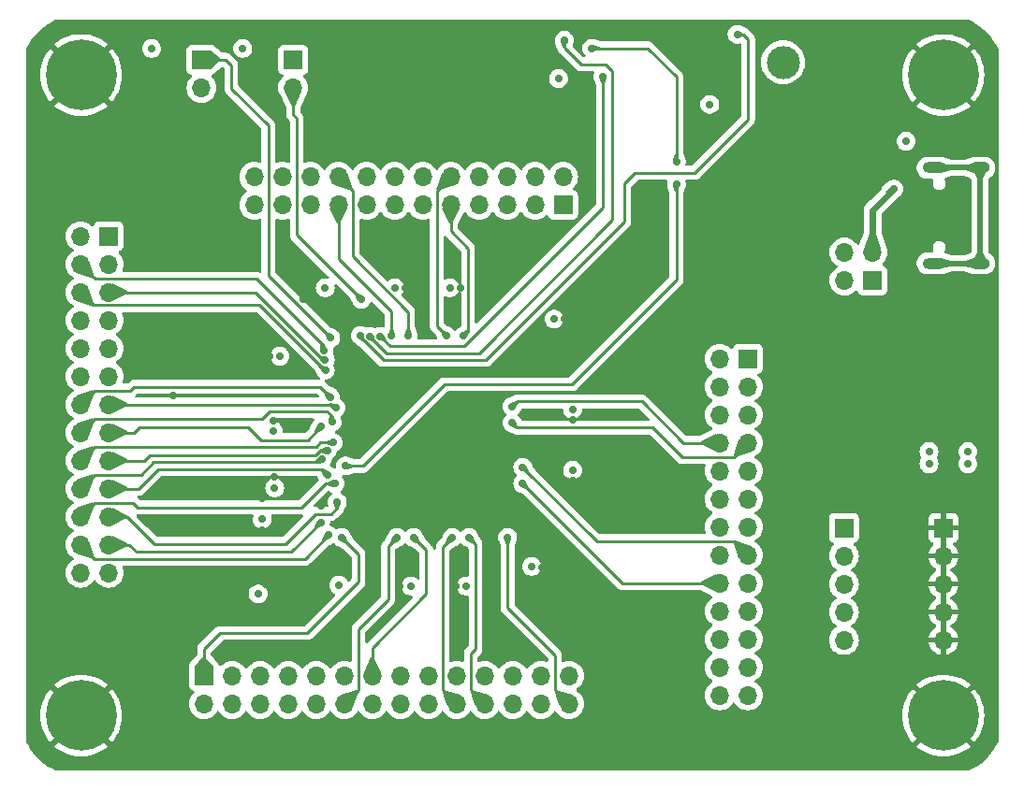
<source format=gbr>
%TF.GenerationSoftware,KiCad,Pcbnew,8.0.1*%
%TF.CreationDate,2024-03-16T09:18:02+01:00*%
%TF.ProjectId,pcb723,70636237-3233-42e6-9b69-6361645f7063,rev?*%
%TF.SameCoordinates,PX55d4a80PY68e7780*%
%TF.FileFunction,Copper,L4,Bot*%
%TF.FilePolarity,Positive*%
%FSLAX46Y46*%
G04 Gerber Fmt 4.6, Leading zero omitted, Abs format (unit mm)*
G04 Created by KiCad (PCBNEW 8.0.1) date 2024-03-16 09:18:02*
%MOMM*%
%LPD*%
G01*
G04 APERTURE LIST*
%TA.AperFunction,ComponentPad*%
%ADD10R,1.700000X1.700000*%
%TD*%
%TA.AperFunction,ComponentPad*%
%ADD11O,1.700000X1.700000*%
%TD*%
%TA.AperFunction,ComponentPad*%
%ADD12C,3.000000*%
%TD*%
%TA.AperFunction,ComponentPad*%
%ADD13C,0.800000*%
%TD*%
%TA.AperFunction,ComponentPad*%
%ADD14C,6.400000*%
%TD*%
%TA.AperFunction,ComponentPad*%
%ADD15O,2.100000X1.000000*%
%TD*%
%TA.AperFunction,ComponentPad*%
%ADD16O,1.800000X1.000000*%
%TD*%
%TA.AperFunction,ViaPad*%
%ADD17C,0.700000*%
%TD*%
%TA.AperFunction,Conductor*%
%ADD18C,0.250000*%
%TD*%
%TA.AperFunction,Conductor*%
%ADD19C,0.600000*%
%TD*%
%TA.AperFunction,Conductor*%
%ADD20C,0.500000*%
%TD*%
G04 APERTURE END LIST*
D10*
%TO.P,J6,1,Pin_1*%
%TO.N,/PA9*%
X66300000Y38310000D03*
D11*
%TO.P,J6,2,Pin_2*%
%TO.N,/PA10*%
X63760000Y38310000D03*
%TO.P,J6,3,Pin_3*%
%TO.N,/PC9*%
X66300000Y35770000D03*
%TO.P,J6,4,Pin_4*%
%TO.N,/PA8*%
X63760000Y35770000D03*
%TO.P,J6,5,Pin_5*%
%TO.N,/PC7*%
X66300000Y33230000D03*
%TO.P,J6,6,Pin_6*%
%TO.N,/PC8*%
X63760000Y33230000D03*
%TO.P,J6,7,Pin_7*%
%TO.N,/PG8*%
X66300000Y30690000D03*
%TO.P,J6,8,Pin_8*%
%TO.N,/PC6*%
X63760000Y30690000D03*
%TO.P,J6,9,Pin_9*%
%TO.N,/PG6*%
X66300000Y28150000D03*
%TO.P,J6,10,Pin_10*%
%TO.N,/PG7*%
X63760000Y28150000D03*
%TO.P,J6,11,Pin_11*%
%TO.N,/PG4*%
X66300000Y25610000D03*
%TO.P,J6,12,Pin_12*%
%TO.N,/PG5*%
X63760000Y25610000D03*
%TO.P,J6,13,Pin_13*%
%TO.N,/PG2*%
X66300000Y23070000D03*
%TO.P,J6,14,Pin_14*%
%TO.N,/PG3*%
X63760000Y23070000D03*
%TO.P,J6,15,Pin_15*%
%TO.N,/PD14*%
X66300000Y20530000D03*
%TO.P,J6,16,Pin_16*%
%TO.N,/PD15*%
X63760000Y20530000D03*
%TO.P,J6,17,Pin_17*%
%TO.N,/PD12*%
X66300000Y17990000D03*
%TO.P,J6,18,Pin_18*%
%TO.N,/PD13*%
X63760000Y17990000D03*
%TO.P,J6,19,Pin_19*%
%TO.N,/PD10*%
X66300000Y15450000D03*
%TO.P,J6,20,Pin_20*%
%TO.N,/PD11*%
X63760000Y15450000D03*
%TO.P,J6,21,Pin_21*%
%TO.N,/PD8*%
X66300000Y12910000D03*
%TO.P,J6,22,Pin_22*%
%TO.N,/PD9*%
X63760000Y12910000D03*
%TO.P,J6,23,Pin_23*%
%TO.N,/PB14*%
X66300000Y10370000D03*
%TO.P,J6,24,Pin_24*%
%TO.N,/PB15*%
X63760000Y10370000D03*
%TO.P,J6,25,Pin_25*%
%TO.N,/PB12*%
X66300000Y7830000D03*
%TO.P,J6,26,Pin_26*%
%TO.N,/PB13*%
X63760000Y7830000D03*
%TD*%
D10*
%TO.P,J2,1,Pin_1*%
%TO.N,/PDR_ON*%
X16900000Y65390000D03*
D11*
%TO.P,J2,2,Pin_2*%
%TO.N,Net-(J2-Pin_2)*%
X16900000Y62850000D03*
%TD*%
D10*
%TO.P,J11,1,Pin_1*%
%TO.N,GND*%
X84000000Y23000000D03*
D11*
%TO.P,J11,2,Pin_2*%
X84000000Y20460000D03*
%TO.P,J11,3,Pin_3*%
X84000000Y17920000D03*
%TO.P,J11,4,Pin_4*%
X84000000Y15380000D03*
%TO.P,J11,5,Pin_5*%
X84000000Y12840000D03*
%TD*%
D10*
%TO.P,J9,1,Pin_1*%
%TO.N,/PC10*%
X49600000Y52240000D03*
D11*
%TO.P,J9,2,Pin_2*%
%TO.N,/PC11*%
X49600000Y54780000D03*
%TO.P,J9,3,Pin_3*%
%TO.N,/PC12*%
X47060000Y52240000D03*
%TO.P,J9,4,Pin_4*%
%TO.N,/PD0*%
X47060000Y54780000D03*
%TO.P,J9,5,Pin_5*%
%TO.N,/PD1*%
X44520000Y52240000D03*
%TO.P,J9,6,Pin_6*%
%TO.N,/PD2*%
X44520000Y54780000D03*
%TO.P,J9,7,Pin_7*%
%TO.N,/PD3*%
X41980000Y52240000D03*
%TO.P,J9,8,Pin_8*%
%TO.N,/PD4*%
X41980000Y54780000D03*
%TO.P,J9,9,Pin_9*%
%TO.N,/PD5*%
X39440000Y52240000D03*
%TO.P,J9,10,Pin_10*%
%TO.N,/PD6*%
X39440000Y54780000D03*
%TO.P,J9,11,Pin_11*%
%TO.N,/PG9*%
X36900000Y52240000D03*
%TO.P,J9,12,Pin_12*%
%TO.N,/PD7*%
X36900000Y54780000D03*
%TO.P,J9,13,Pin_13*%
%TO.N,/PG11*%
X34360000Y52240000D03*
%TO.P,J9,14,Pin_14*%
%TO.N,/PG10*%
X34360000Y54780000D03*
%TO.P,J9,15,Pin_15*%
%TO.N,/PG13*%
X31820000Y52240000D03*
%TO.P,J9,16,Pin_16*%
%TO.N,/PG12*%
X31820000Y54780000D03*
%TO.P,J9,17,Pin_17*%
%TO.N,/PG15*%
X29280000Y52240000D03*
%TO.P,J9,18,Pin_18*%
%TO.N,/PG14*%
X29280000Y54780000D03*
%TO.P,J9,19,Pin_19*%
%TO.N,/PB5*%
X26740000Y52240000D03*
%TO.P,J9,20,Pin_20*%
%TO.N,/PB4(NJTRST)*%
X26740000Y54780000D03*
%TO.P,J9,21,Pin_21*%
%TO.N,/PB9*%
X24200000Y52240000D03*
%TO.P,J9,22,Pin_22*%
%TO.N,/PB8*%
X24200000Y54780000D03*
%TO.P,J9,23,Pin_23*%
%TO.N,/PE1*%
X21660000Y52240000D03*
%TO.P,J9,24,Pin_24*%
%TO.N,/PE0*%
X21660000Y54780000D03*
%TD*%
D10*
%TO.P,J7,1,Pin_1*%
%TO.N,/PA4*%
X17120000Y9600000D03*
D11*
%TO.P,J7,2,Pin_2*%
%TO.N,/PA3*%
X17120000Y7060000D03*
%TO.P,J7,3,Pin_3*%
%TO.N,/PA5*%
X19660000Y9600000D03*
%TO.P,J7,4,Pin_4*%
%TO.N,/PA6*%
X19660000Y7060000D03*
%TO.P,J7,5,Pin_5*%
%TO.N,/PA7*%
X22200000Y9600000D03*
%TO.P,J7,6,Pin_6*%
%TO.N,/PC4*%
X22200000Y7060000D03*
%TO.P,J7,7,Pin_7*%
%TO.N,/PC5*%
X24740000Y9600000D03*
%TO.P,J7,8,Pin_8*%
%TO.N,/PB0*%
X24740000Y7060000D03*
%TO.P,J7,9,Pin_9*%
%TO.N,/PB1*%
X27280000Y9600000D03*
%TO.P,J7,10,Pin_10*%
%TO.N,/PB2*%
X27280000Y7060000D03*
%TO.P,J7,11,Pin_11*%
%TO.N,/PF11*%
X29820000Y9600000D03*
%TO.P,J7,12,Pin_12*%
%TO.N,/PF12*%
X29820000Y7060000D03*
%TO.P,J7,13,Pin_13*%
%TO.N,/PF13*%
X32360000Y9600000D03*
%TO.P,J7,14,Pin_14*%
%TO.N,/PF14*%
X32360000Y7060000D03*
%TO.P,J7,15,Pin_15*%
%TO.N,/PF15*%
X34900000Y9600000D03*
%TO.P,J7,16,Pin_16*%
%TO.N,/PG0*%
X34900000Y7060000D03*
%TO.P,J7,17,Pin_17*%
%TO.N,/PG1*%
X37440000Y9600000D03*
%TO.P,J7,18,Pin_18*%
%TO.N,/PE7*%
X37440000Y7060000D03*
%TO.P,J7,19,Pin_19*%
%TO.N,/PE8*%
X39980000Y9600000D03*
%TO.P,J7,20,Pin_20*%
%TO.N,/PE9*%
X39980000Y7060000D03*
%TO.P,J7,21,Pin_21*%
%TO.N,/PE11*%
X42520000Y9600000D03*
%TO.P,J7,22,Pin_22*%
%TO.N,/PE10*%
X42520000Y7060000D03*
%TO.P,J7,23,Pin_23*%
%TO.N,/PE13*%
X45060000Y9600000D03*
%TO.P,J7,24,Pin_24*%
%TO.N,/PE12*%
X45060000Y7060000D03*
%TO.P,J7,25,Pin_25*%
%TO.N,/PE15*%
X47600000Y9600000D03*
%TO.P,J7,26,Pin_26*%
%TO.N,/PE14*%
X47600000Y7060000D03*
%TO.P,J7,27,Pin_27*%
%TO.N,/PB10*%
X50140000Y9600000D03*
%TO.P,J7,28,Pin_28*%
%TO.N,/PB11*%
X50140000Y7060000D03*
%TD*%
D12*
%TO.P,TP1,1,1*%
%TO.N,/T_JRCLK*%
X69500000Y65160000D03*
%TD*%
D10*
%TO.P,J1,1,Pin_1*%
%TO.N,Net-(J1-Pin_1)*%
X25190000Y65390000D03*
D11*
%TO.P,J1,2,Pin_2*%
%TO.N,/BOOT0*%
X25190000Y62850000D03*
%TD*%
D10*
%TO.P,J4,1,Pin_1*%
%TO.N,+5V*%
X77590000Y45405000D03*
D11*
%TO.P,J4,2,Pin_2*%
X77590000Y47945000D03*
%TO.P,J4,3,Pin_3*%
X75050000Y45405000D03*
%TO.P,J4,4,Pin_4*%
X75050000Y47945000D03*
%TD*%
D13*
%TO.P,H3,1,1*%
%TO.N,GND*%
X3600000Y6000000D03*
X4302944Y7697056D03*
X4302944Y4302944D03*
X6000000Y8400000D03*
D14*
X6000000Y6000000D03*
D13*
X6000000Y3600000D03*
X7697056Y7697056D03*
X7697056Y4302944D03*
X8400000Y6000000D03*
%TD*%
D10*
%TO.P,J8,1,Pin_1*%
%TO.N,/PE2*%
X8500000Y49410000D03*
D11*
%TO.P,J8,2,Pin_2*%
%TO.N,/PE3*%
X5960000Y49410000D03*
%TO.P,J8,3,Pin_3*%
%TO.N,/PE4*%
X8500000Y46870000D03*
%TO.P,J8,4,Pin_4*%
%TO.N,/PE5*%
X5960000Y46870000D03*
%TO.P,J8,5,Pin_5*%
%TO.N,/PE6*%
X8500000Y44330000D03*
%TO.P,J8,6,Pin_6*%
%TO.N,/PC13*%
X5960000Y44330000D03*
%TO.P,J8,7,Pin_7*%
%TO.N,/PC14*%
X8500000Y41790000D03*
%TO.P,J8,8,Pin_8*%
%TO.N,/PC15*%
X5960000Y41790000D03*
%TO.P,J8,9,Pin_9*%
%TO.N,/PF0*%
X8500000Y39250000D03*
%TO.P,J8,10,Pin_10*%
%TO.N,/PF1*%
X5960000Y39250000D03*
%TO.P,J8,11,Pin_11*%
%TO.N,/PF2*%
X8500000Y36710000D03*
%TO.P,J8,12,Pin_12*%
%TO.N,/PF3*%
X5960000Y36710000D03*
%TO.P,J8,13,Pin_13*%
%TO.N,/PF5*%
X8500000Y34170000D03*
%TO.P,J8,14,Pin_14*%
%TO.N,/PF4*%
X5960000Y34170000D03*
%TO.P,J8,15,Pin_15*%
%TO.N,/PF6*%
X8500000Y31630000D03*
%TO.P,J8,16,Pin_16*%
%TO.N,/PF7*%
X5960000Y31630000D03*
%TO.P,J8,17,Pin_17*%
%TO.N,/PF9*%
X8500000Y29090000D03*
%TO.P,J8,18,Pin_18*%
%TO.N,/PF8*%
X5960000Y29090000D03*
%TO.P,J8,19,Pin_19*%
%TO.N,/PC0*%
X8500000Y26550000D03*
%TO.P,J8,20,Pin_20*%
%TO.N,/PF10*%
X5960000Y26550000D03*
%TO.P,J8,21,Pin_21*%
%TO.N,/PC2_C*%
X8500000Y24010000D03*
%TO.P,J8,22,Pin_22*%
%TO.N,/PC1*%
X5960000Y24010000D03*
%TO.P,J8,23,Pin_23*%
%TO.N,/PA0*%
X8500000Y21470000D03*
%TO.P,J8,24,Pin_24*%
%TO.N,/PC3_C*%
X5960000Y21470000D03*
%TO.P,J8,25,Pin_25*%
%TO.N,/PA2*%
X8500000Y18930000D03*
%TO.P,J8,26,Pin_26*%
%TO.N,/PA1*%
X5960000Y18930000D03*
%TD*%
D15*
%TO.P,J5,S1,SHIELD*%
%TO.N,Net-(J5-SHIELD)*%
X83130000Y46960000D03*
D16*
X87310000Y46960000D03*
D15*
X83130000Y55600000D03*
D16*
X87310000Y55600000D03*
%TD*%
D13*
%TO.P,H2,1,1*%
%TO.N,GND*%
X81600000Y64000000D03*
X82302944Y65697056D03*
X82302944Y62302944D03*
X84000000Y66400000D03*
D14*
X84000000Y64000000D03*
D13*
X84000000Y61600000D03*
X85697056Y65697056D03*
X85697056Y62302944D03*
X86400000Y64000000D03*
%TD*%
%TO.P,H1,1,1*%
%TO.N,GND*%
X3600000Y64000000D03*
X4302944Y65697056D03*
X4302944Y62302944D03*
X6000000Y66400000D03*
D14*
X6000000Y64000000D03*
D13*
X6000000Y61600000D03*
X7697056Y65697056D03*
X7697056Y62302944D03*
X8400000Y64000000D03*
%TD*%
%TO.P,H4,1,1*%
%TO.N,GND*%
X81600000Y6000000D03*
X82302944Y7697056D03*
X82302944Y4302944D03*
X84000000Y8400000D03*
D14*
X84000000Y6000000D03*
D13*
X84000000Y3600000D03*
X85697056Y7697056D03*
X85697056Y4302944D03*
X86400000Y6000000D03*
%TD*%
D10*
%TO.P,J10,1,Pin_1*%
%TO.N,+3V3*%
X75000000Y23000000D03*
D11*
%TO.P,J10,2,Pin_2*%
X75000000Y20460000D03*
%TO.P,J10,3,Pin_3*%
X75000000Y17920000D03*
%TO.P,J10,4,Pin_4*%
X75000000Y15380000D03*
%TO.P,J10,5,Pin_5*%
X75000000Y12840000D03*
%TD*%
D17*
%TO.N,/T_NRST*%
X59850000Y56150000D03*
X59850000Y54100000D03*
X52200000Y66430000D03*
X29900000Y28600000D03*
%TO.N,+5V*%
X79500000Y53680000D03*
%TO.N,/PDR_ON*%
X28587500Y40200000D03*
%TO.N,/BOOT0*%
X31350000Y43700000D03*
%TO.N,+3V3*%
X40820000Y17720000D03*
X35820000Y17720000D03*
X28087500Y44730000D03*
X80622500Y58010000D03*
X50460000Y33730000D03*
X22390000Y23770000D03*
X34360000Y44730000D03*
X86200000Y29900000D03*
X23970000Y38540000D03*
X23390000Y31770000D03*
X49190000Y63690000D03*
X62870000Y61350000D03*
X22005000Y17010000D03*
X39360000Y44730000D03*
X50460000Y28230000D03*
X82700000Y28800000D03*
X20620000Y66410000D03*
X46770000Y19500000D03*
X48800000Y41900000D03*
X29325000Y17810000D03*
X86200000Y28800000D03*
X12380000Y66410000D03*
X23516398Y26613602D03*
X82700000Y29900000D03*
%TO.N,GND*%
X47220000Y16680000D03*
X22390000Y22810000D03*
X50460000Y27270000D03*
X14190000Y22790000D03*
X73600000Y39600000D03*
X23490000Y27630000D03*
X14370000Y34970000D03*
X49700003Y41900000D03*
X13820000Y27350000D03*
X70410000Y58010000D03*
X34860000Y17720000D03*
X49180000Y65080000D03*
X27350000Y18775000D03*
X80800000Y48030000D03*
X65350000Y66430000D03*
X87600000Y41900000D03*
X20830000Y63870000D03*
X84432500Y26000000D03*
X13560000Y60780000D03*
X17310000Y49030000D03*
X84800000Y41900000D03*
X47730000Y19400000D03*
X26120000Y43710000D03*
X23070387Y38513541D03*
X31340000Y66250000D03*
X39860000Y17720000D03*
X23390000Y32730000D03*
X50460000Y32770000D03*
X40320000Y44730000D03*
X50700000Y42100000D03*
X27670000Y25000000D03*
X24955000Y17040000D03*
X86100000Y27375000D03*
X77300000Y56200000D03*
X80800000Y54530000D03*
X86200000Y41900000D03*
X35320000Y44730000D03*
X51440000Y3160000D03*
X82800000Y27375000D03*
X22390000Y25700000D03*
%TO.N,/T_SWO*%
X53200000Y63890000D03*
X33050000Y40350000D03*
%TO.N,Net-(U1-PB6)*%
X32149997Y40350000D03*
X49700000Y67150000D03*
%TO.N,Net-(U1-PB7)*%
X31253103Y40424742D03*
X65350000Y67700000D03*
%TO.N,/PD14*%
X45950000Y28500000D03*
%TO.N,/PD13*%
X45950000Y27000000D03*
%TO.N,/PC6*%
X45000000Y34000000D03*
%TO.N,/PG8*%
X45000000Y32500000D03*
%TO.N,/PF12*%
X34587500Y22130000D03*
%TO.N,/PF13*%
X36087500Y22130000D03*
%TO.N,/PA4*%
X29587500Y22130000D03*
%TO.N,/PB11*%
X44587500Y22130000D03*
%TO.N,/PE9*%
X39587500Y22130000D03*
%TO.N,/PE10*%
X41087500Y22130000D03*
%TO.N,/PE5*%
X27980000Y39080000D03*
%TO.N,/PE6*%
X28084299Y38186061D03*
%TO.N,/PC13*%
X28098800Y37286175D03*
%TO.N,/PF4*%
X28550000Y34845000D03*
%TO.N,/PF5*%
X29040000Y33870000D03*
%TO.N,/PF10*%
X27810000Y29220000D03*
%TO.N,/PF9*%
X28266319Y29995743D03*
%TO.N,/PF7*%
X28720000Y32570000D03*
%TO.N,/PF8*%
X28808709Y30713947D03*
%TO.N,/PF6*%
X27730000Y32170000D03*
%TO.N,/PC0*%
X28271804Y27757209D03*
%TO.N,/PC2_C*%
X29180000Y25310000D03*
%TO.N,/PC1*%
X28993276Y27000167D03*
%TO.N,/PC3_C*%
X28380000Y22330000D03*
%TO.N,/PA0*%
X27670000Y23500000D03*
%TO.N,/PD5*%
X40590000Y40360000D03*
%TO.N,/PD6*%
X39087500Y40360000D03*
%TO.N,/PG15*%
X34087500Y40360000D03*
%TO.N,/PG14*%
X35587500Y40360000D03*
%TD*%
D18*
%TO.N,/T_NRST*%
X29900000Y28600000D02*
X31500000Y28600000D01*
X59850000Y63850000D02*
X57270000Y66430000D01*
X31500000Y28600000D02*
X38900000Y36000000D01*
X59850000Y45450000D02*
X59850000Y54100000D01*
X57270000Y66430000D02*
X52200000Y66430000D01*
X50400000Y36000000D02*
X59850000Y45450000D01*
X38900000Y36000000D02*
X50400000Y36000000D01*
X59850000Y56150000D02*
X59850000Y63850000D01*
D19*
%TO.N,+5V*%
X77590000Y47945000D02*
X77590000Y51770000D01*
X77590000Y51770000D02*
X79500000Y53680000D01*
D18*
%TO.N,/PDR_ON*%
X22930000Y59440000D02*
X19590000Y62780000D01*
X22930000Y45857500D02*
X22930000Y59440000D01*
X19590000Y64880000D02*
X19080000Y65390000D01*
X19080000Y65390000D02*
X16900000Y65390000D01*
X28587500Y40200000D02*
X22930000Y45857500D01*
X19590000Y62780000D02*
X19590000Y64880000D01*
%TO.N,/BOOT0*%
X31350000Y43700000D02*
X25500000Y49550000D01*
X25190000Y60410000D02*
X25190000Y62850000D01*
X25500000Y60100000D02*
X25190000Y60410000D01*
X25500000Y49550000D02*
X25500000Y60100000D01*
%TO.N,/T_SWO*%
X33050000Y40350000D02*
X33950000Y39450000D01*
X40634595Y39450000D02*
X53200000Y52015405D01*
X33950000Y39450000D02*
X40634595Y39450000D01*
X53200000Y52015405D02*
X53200000Y63890000D01*
D20*
%TO.N,Net-(J5-SHIELD)*%
X87310000Y46960000D02*
X87310000Y55600000D01*
X87310000Y55600000D02*
X83130000Y55600000D01*
X83130000Y46960000D02*
X87310000Y46960000D01*
D18*
%TO.N,Net-(U1-PB6)*%
X54080000Y64360000D02*
X54080000Y50880000D01*
X32149997Y40295408D02*
X32149997Y40350000D01*
X53460000Y64980000D02*
X54080000Y64360000D01*
X49700000Y67150000D02*
X49700000Y66490000D01*
X42000000Y38800000D02*
X33645405Y38800000D01*
X54080000Y50880000D02*
X42000000Y38800000D01*
X49700000Y66490000D02*
X51210000Y64980000D01*
X51210000Y64980000D02*
X53460000Y64980000D01*
X33645405Y38800000D02*
X32149997Y40295408D01*
%TO.N,Net-(U1-PB7)*%
X55150000Y50750000D02*
X55150000Y54200000D01*
X66350000Y60000000D02*
X66350000Y67250000D01*
X31253103Y40424742D02*
X31253103Y40292299D01*
X66350000Y67250000D02*
X65900000Y67700000D01*
X42600000Y38200000D02*
X55150000Y50750000D01*
X33345402Y38200000D02*
X42600000Y38200000D01*
X61500000Y55150000D02*
X66350000Y60000000D01*
X55150000Y54200000D02*
X56100000Y55150000D01*
X65900000Y67700000D02*
X65350000Y67700000D01*
X56100000Y55150000D02*
X61500000Y55150000D01*
X31253103Y40292299D02*
X33345402Y38200000D01*
%TO.N,/PD14*%
X65040000Y21790000D02*
X66300000Y20530000D01*
X45950000Y28500000D02*
X52660000Y21790000D01*
X52660000Y21790000D02*
X65040000Y21790000D01*
%TO.N,/PD13*%
X54960000Y17990000D02*
X63760000Y17990000D01*
X45950000Y27000000D02*
X54960000Y17990000D01*
%TO.N,/PC6*%
X45450000Y34450000D02*
X56720000Y34450000D01*
X45000000Y34000000D02*
X45450000Y34450000D01*
X56720000Y34450000D02*
X60480000Y30690000D01*
X60480000Y30690000D02*
X63760000Y30690000D01*
%TO.N,/PG8*%
X45000000Y32500000D02*
X45420000Y32080000D01*
X57690000Y32080000D02*
X60350000Y29420000D01*
X45420000Y32080000D02*
X57690000Y32080000D01*
X65030000Y29420000D02*
X66300000Y30690000D01*
X60350000Y29420000D02*
X65030000Y29420000D01*
%TO.N,/PF12*%
X31090000Y13840000D02*
X31090000Y8330000D01*
X34587500Y22130000D02*
X33780000Y21322500D01*
X31090000Y8330000D02*
X29820000Y7060000D01*
X33780000Y16530000D02*
X31090000Y13840000D01*
X33780000Y21322500D02*
X33780000Y16530000D01*
%TO.N,/PF13*%
X37230000Y20987500D02*
X36087500Y22130000D01*
X37230000Y17020000D02*
X37230000Y20987500D01*
X32360000Y9600000D02*
X32360000Y12150000D01*
X32360000Y12150000D02*
X37230000Y17020000D01*
%TO.N,/PA4*%
X29587500Y22130000D02*
X31100000Y20617500D01*
X26464595Y13470000D02*
X18560000Y13470000D01*
X17120000Y12030000D02*
X17120000Y9600000D01*
X31100000Y18105405D02*
X26464595Y13470000D01*
X31100000Y20617500D02*
X31100000Y18105405D01*
X18560000Y13470000D02*
X17120000Y12030000D01*
%TO.N,/PB11*%
X48870000Y11440000D02*
X48870000Y8330000D01*
X44587500Y22130000D02*
X44587500Y15722500D01*
X48870000Y8330000D02*
X50140000Y7060000D01*
X44587500Y15722500D02*
X48870000Y11440000D01*
%TO.N,/PE9*%
X38710000Y8330000D02*
X39980000Y7060000D01*
X39587500Y22130000D02*
X38710000Y21252500D01*
X38710000Y21252500D02*
X38710000Y8330000D01*
%TO.N,/PE10*%
X41680000Y12050000D02*
X41250000Y11620000D01*
X41087500Y22130000D02*
X41680000Y21537500D01*
X41680000Y21537500D02*
X41680000Y12050000D01*
X41250000Y11620000D02*
X41250000Y8330000D01*
X41250000Y8330000D02*
X42520000Y7060000D01*
%TO.N,/PE5*%
X27980000Y39080000D02*
X27980000Y39430000D01*
X21865000Y45545000D02*
X7285000Y45545000D01*
X27980000Y39430000D02*
X21865000Y45545000D01*
X7285000Y45545000D02*
X5960000Y46870000D01*
%TO.N,/PE6*%
X27919344Y38186061D02*
X21775405Y44330000D01*
X28084299Y38186061D02*
X27919344Y38186061D01*
X21775405Y44330000D02*
X8500000Y44330000D01*
%TO.N,/PC13*%
X28098800Y37286175D02*
X28029590Y37286175D01*
X7135000Y43155000D02*
X5960000Y44330000D01*
X22160765Y43155000D02*
X7135000Y43155000D01*
X28029590Y37286175D02*
X22160765Y43155000D01*
%TO.N,/PF4*%
X10450000Y35430000D02*
X7220000Y35430000D01*
X7220000Y35430000D02*
X5960000Y34170000D01*
X10795000Y35775000D02*
X10450000Y35430000D01*
X28550000Y34845000D02*
X27620000Y35775000D01*
X27620000Y35775000D02*
X10795000Y35775000D01*
%TO.N,/PF5*%
X28740000Y34170000D02*
X8500000Y34170000D01*
X29040000Y33870000D02*
X28740000Y34170000D01*
%TO.N,/PF10*%
X27530000Y28940000D02*
X12560000Y28940000D01*
X11440000Y27820000D02*
X7230000Y27820000D01*
X7230000Y27820000D02*
X5960000Y26550000D01*
X27810000Y29220000D02*
X27530000Y28940000D01*
X12560000Y28940000D02*
X11440000Y27820000D01*
%TO.N,/PF9*%
X27225405Y29590000D02*
X12180000Y29590000D01*
X28266319Y29995743D02*
X27631148Y29995743D01*
X12180000Y29590000D02*
X11680000Y29090000D01*
X27631148Y29995743D02*
X27225405Y29590000D01*
X11680000Y29090000D02*
X8500000Y29090000D01*
%TO.N,/PF7*%
X28250000Y33550000D02*
X23060000Y33550000D01*
X22410000Y32900000D02*
X7230000Y32900000D01*
X28720000Y32570000D02*
X28720000Y33080000D01*
X28720000Y33080000D02*
X28250000Y33550000D01*
X23060000Y33550000D02*
X22410000Y32900000D01*
X7230000Y32900000D02*
X5960000Y31630000D01*
%TO.N,/PF8*%
X7230000Y30360000D02*
X5960000Y29090000D01*
X27653947Y30713947D02*
X27300000Y30360000D01*
X28808709Y30713947D02*
X27653947Y30713947D01*
X27300000Y30360000D02*
X7230000Y30360000D01*
%TO.N,/PF6*%
X21140000Y32130000D02*
X11310000Y32130000D01*
X11310000Y32130000D02*
X10810000Y31630000D01*
X10810000Y31630000D02*
X8500000Y31630000D01*
X27730000Y32170000D02*
X26500000Y30940000D01*
X22330000Y30940000D02*
X21140000Y32130000D01*
X26500000Y30940000D02*
X22330000Y30940000D01*
%TO.N,/PC0*%
X12965000Y28305000D02*
X11210000Y26550000D01*
X11210000Y26550000D02*
X8500000Y26550000D01*
X27724013Y28305000D02*
X12965000Y28305000D01*
X28271804Y27757209D02*
X27724013Y28305000D01*
%TO.N,/PC2_C*%
X10150000Y24010000D02*
X8500000Y24010000D01*
X12630000Y21530000D02*
X10150000Y24010000D01*
X27190000Y24250000D02*
X24470000Y21530000D01*
X28610000Y24250000D02*
X27190000Y24250000D01*
X24470000Y21530000D02*
X12630000Y21530000D01*
X29180000Y24820000D02*
X28610000Y24250000D01*
X29180000Y25310000D02*
X29180000Y24820000D01*
%TO.N,/PC1*%
X28993276Y27000167D02*
X28100167Y27000167D01*
X25950000Y24850000D02*
X11110000Y24850000D01*
X28100167Y27000167D02*
X25950000Y24850000D01*
X11110000Y24850000D02*
X10680000Y25280000D01*
X7230000Y25280000D02*
X5960000Y24010000D01*
X10680000Y25280000D02*
X7230000Y25280000D01*
%TO.N,/PC3_C*%
X26250000Y20200000D02*
X7230000Y20200000D01*
X28380000Y22330000D02*
X26250000Y20200000D01*
X7230000Y20200000D02*
X5960000Y21470000D01*
%TO.N,/PA0*%
X25020000Y20850000D02*
X11000000Y20850000D01*
X27670000Y23500000D02*
X25020000Y20850000D01*
X10380000Y21470000D02*
X8500000Y21470000D01*
X11000000Y20850000D02*
X10380000Y21470000D01*
%TO.N,/PD5*%
X40590000Y40360000D02*
X40995000Y40765000D01*
X40995000Y48315000D02*
X39440000Y49870000D01*
X39440000Y49870000D02*
X39440000Y52240000D01*
X40995000Y40765000D02*
X40995000Y48315000D01*
%TO.N,/PD6*%
X39087500Y40360000D02*
X38170000Y41277500D01*
X38170000Y41277500D02*
X38170000Y53510000D01*
X38170000Y53510000D02*
X39440000Y54780000D01*
%TO.N,/PG15*%
X29280000Y47380000D02*
X29280000Y52240000D01*
X34087500Y40360000D02*
X34087500Y42572500D01*
X34087500Y42572500D02*
X29280000Y47380000D01*
%TO.N,/PG14*%
X35587500Y42547905D02*
X30550000Y47585405D01*
X35587500Y40360000D02*
X35587500Y42547905D01*
X30550000Y47585405D02*
X30550000Y53510000D01*
X30550000Y53510000D02*
X29280000Y54780000D01*
%TD*%
%TA.AperFunction,Conductor*%
%TO.N,GND*%
G36*
X40374693Y21624884D02*
G01*
X40429647Y21589568D01*
X40505836Y21504952D01*
X40510084Y21500233D01*
X40515270Y21494474D01*
X40659907Y21389388D01*
X40710462Y21366880D01*
X40729122Y21356563D01*
X40744383Y21346320D01*
X40984255Y21230937D01*
X41036132Y21184141D01*
X41054500Y21119195D01*
X41054500Y18692784D01*
X41034815Y18625745D01*
X40982011Y18579990D01*
X40915929Y18570489D01*
X40915859Y18569821D01*
X40913217Y18570099D01*
X40912853Y18570046D01*
X40911606Y18570268D01*
X40909396Y18570500D01*
X40909391Y18570500D01*
X40730609Y18570500D01*
X40727415Y18569821D01*
X40555733Y18533330D01*
X40555728Y18533328D01*
X40392408Y18460613D01*
X40247768Y18355525D01*
X40128140Y18222664D01*
X40038750Y18067836D01*
X40038747Y18067830D01*
X39983504Y17897808D01*
X39983503Y17897806D01*
X39964815Y17720000D01*
X39983503Y17542195D01*
X39983504Y17542193D01*
X40038747Y17372171D01*
X40038750Y17372165D01*
X40128141Y17217335D01*
X40154729Y17187806D01*
X40247764Y17084479D01*
X40247767Y17084477D01*
X40247770Y17084474D01*
X40392407Y16979388D01*
X40555733Y16906671D01*
X40730609Y16869500D01*
X40730610Y16869500D01*
X40909392Y16869500D01*
X40915850Y16870179D01*
X40916117Y16867638D01*
X40974382Y16863193D01*
X41030117Y16821057D01*
X41054225Y16755478D01*
X41054500Y16747217D01*
X41054500Y12360453D01*
X41034815Y12293414D01*
X41018181Y12272772D01*
X40907831Y12162422D01*
X40851270Y12105861D01*
X40851267Y12105858D01*
X40807704Y12062296D01*
X40764142Y12018734D01*
X40747267Y11993479D01*
X40730506Y11968393D01*
X40713097Y11942340D01*
X40695688Y11916287D01*
X40667216Y11847550D01*
X40667217Y11847549D01*
X40648536Y11802451D01*
X40648535Y11802445D01*
X40624500Y11681611D01*
X40624500Y10984219D01*
X40604815Y10917180D01*
X40552011Y10871425D01*
X40482853Y10861481D01*
X40448104Y10871833D01*
X40443671Y10873900D01*
X40443655Y10873906D01*
X40215413Y10935062D01*
X40215403Y10935064D01*
X39980001Y10955659D01*
X39979999Y10955659D01*
X39744596Y10935064D01*
X39744586Y10935062D01*
X39516344Y10873906D01*
X39516328Y10873900D01*
X39511896Y10871833D01*
X39442818Y10861346D01*
X39379036Y10889871D01*
X39340801Y10948350D01*
X39335500Y10984219D01*
X39335500Y20942048D01*
X39355185Y21009087D01*
X39371815Y21029726D01*
X39449004Y21106916D01*
X39482923Y21130972D01*
X39930616Y21346320D01*
X39965430Y21364770D01*
X39965439Y21364778D01*
X39969219Y21367243D01*
X39986558Y21376685D01*
X40015093Y21389388D01*
X40159730Y21494474D01*
X40245352Y21589568D01*
X40304836Y21626213D01*
X40374693Y21624884D01*
G37*
%TD.AperFunction*%
%TA.AperFunction,Conductor*%
G36*
X35374693Y21624884D02*
G01*
X35429647Y21589568D01*
X35505836Y21504952D01*
X35510084Y21500233D01*
X35515270Y21494474D01*
X35659907Y21389388D01*
X35710462Y21366880D01*
X35729122Y21356563D01*
X35744383Y21346320D01*
X35744393Y21346315D01*
X35744397Y21346313D01*
X35938051Y21253162D01*
X36192070Y21130973D01*
X36225999Y21106911D01*
X36568181Y20764729D01*
X36601666Y20703406D01*
X36604500Y20677048D01*
X36604500Y18442809D01*
X36584815Y18375770D01*
X36532011Y18330015D01*
X36462853Y18320071D01*
X36399297Y18349096D01*
X36397118Y18351233D01*
X36397065Y18351173D01*
X36392232Y18355524D01*
X36392231Y18355525D01*
X36392230Y18355526D01*
X36247593Y18460612D01*
X36084267Y18533329D01*
X36084265Y18533330D01*
X35912585Y18569821D01*
X35909391Y18570500D01*
X35730609Y18570500D01*
X35727415Y18569821D01*
X35555733Y18533330D01*
X35555728Y18533328D01*
X35392408Y18460613D01*
X35247768Y18355525D01*
X35128140Y18222664D01*
X35038750Y18067836D01*
X35038747Y18067830D01*
X34983504Y17897808D01*
X34983503Y17897806D01*
X34964815Y17720000D01*
X34983503Y17542195D01*
X34983504Y17542193D01*
X35038747Y17372171D01*
X35038750Y17372165D01*
X35128141Y17217335D01*
X35154729Y17187806D01*
X35247764Y17084479D01*
X35247767Y17084477D01*
X35247770Y17084474D01*
X35392407Y16979388D01*
X35555733Y16906671D01*
X35730609Y16869500D01*
X35730610Y16869500D01*
X35895548Y16869500D01*
X35962587Y16849815D01*
X36008342Y16797011D01*
X36018286Y16727853D01*
X35989261Y16664297D01*
X35983230Y16657821D01*
X33904014Y14578605D01*
X31961270Y12635861D01*
X31927181Y12601772D01*
X31865858Y12568287D01*
X31796166Y12573271D01*
X31740233Y12615143D01*
X31715816Y12680607D01*
X31715500Y12689453D01*
X31715500Y13529548D01*
X31735185Y13596587D01*
X31751819Y13617229D01*
X32949567Y14814977D01*
X34265857Y16131266D01*
X34284723Y16159500D01*
X34334311Y16233714D01*
X34381463Y16347548D01*
X34405500Y16468394D01*
X34405500Y21012049D01*
X34425185Y21079088D01*
X34441813Y21099724D01*
X34448998Y21106910D01*
X34482921Y21130971D01*
X34930616Y21346320D01*
X34965430Y21364770D01*
X34965439Y21364778D01*
X34969219Y21367243D01*
X34986558Y21376685D01*
X35015093Y21389388D01*
X35159730Y21494474D01*
X35245352Y21589568D01*
X35304836Y21626213D01*
X35374693Y21624884D01*
G37*
%TD.AperFunction*%
%TA.AperFunction,Conductor*%
G36*
X21539775Y24204815D02*
G01*
X21585530Y24152011D01*
X21595474Y24082853D01*
X21590667Y24062182D01*
X21553504Y23947808D01*
X21553503Y23947806D01*
X21534815Y23770000D01*
X21553503Y23592195D01*
X21553504Y23592193D01*
X21608747Y23422171D01*
X21608750Y23422165D01*
X21698141Y23267335D01*
X21734211Y23227275D01*
X21817764Y23134479D01*
X21817767Y23134477D01*
X21817770Y23134474D01*
X21962407Y23029388D01*
X22125733Y22956671D01*
X22300609Y22919500D01*
X22300610Y22919500D01*
X22479389Y22919500D01*
X22479391Y22919500D01*
X22654267Y22956671D01*
X22817593Y23029388D01*
X22962230Y23134474D01*
X22965944Y23138598D01*
X23009377Y23186836D01*
X23081859Y23267335D01*
X23171250Y23422165D01*
X23226497Y23592197D01*
X23245185Y23770000D01*
X23226497Y23947803D01*
X23189333Y24062182D01*
X23187338Y24132023D01*
X23223418Y24191856D01*
X23286119Y24222684D01*
X23307264Y24224500D01*
X25980547Y24224500D01*
X26047586Y24204815D01*
X26093341Y24152011D01*
X26103285Y24082853D01*
X26074260Y24019297D01*
X26068228Y24012819D01*
X24247229Y22191819D01*
X24185906Y22158334D01*
X24159548Y22155500D01*
X12940453Y22155500D01*
X12873414Y22175185D01*
X12852772Y22191819D01*
X11973979Y23070612D01*
X11031770Y24012820D01*
X10998286Y24074142D01*
X11003270Y24143834D01*
X11045142Y24199767D01*
X11110606Y24224184D01*
X11119452Y24224500D01*
X21472736Y24224500D01*
X21539775Y24204815D01*
G37*
%TD.AperFunction*%
%TA.AperFunction,Conductor*%
G36*
X28389683Y26305748D02*
G01*
X28647974Y26215238D01*
X28704731Y26174492D01*
X28730449Y26109528D01*
X28716962Y26040972D01*
X28679853Y25997899D01*
X28607769Y25945526D01*
X28488140Y25812664D01*
X28398750Y25657836D01*
X28398747Y25657830D01*
X28343504Y25487808D01*
X28343503Y25487806D01*
X28324815Y25310000D01*
X28343503Y25132195D01*
X28343505Y25132190D01*
X28358757Y25085247D01*
X28362671Y25068060D01*
X28362780Y25068082D01*
X28371789Y25024729D01*
X28366156Y24955087D01*
X28323766Y24899545D01*
X28258077Y24875739D01*
X28250383Y24875500D01*
X27159451Y24875500D01*
X27092412Y24895185D01*
X27046657Y24947989D01*
X27036713Y25017147D01*
X27065738Y25080703D01*
X27071770Y25087181D01*
X27366164Y25381575D01*
X28260997Y26276408D01*
X28322318Y26309891D01*
X28389683Y26305748D01*
G37*
%TD.AperFunction*%
%TA.AperFunction,Conductor*%
G36*
X23327633Y27659815D02*
G01*
X23373388Y27607011D01*
X23383332Y27537853D01*
X23354307Y27474297D01*
X23295529Y27436523D01*
X23286375Y27434210D01*
X23252131Y27426932D01*
X23252126Y27426930D01*
X23088806Y27354215D01*
X22944166Y27249127D01*
X22824538Y27116266D01*
X22735148Y26961438D01*
X22735145Y26961432D01*
X22679902Y26791410D01*
X22679901Y26791408D01*
X22661213Y26613602D01*
X22679901Y26435797D01*
X22679902Y26435795D01*
X22735145Y26265773D01*
X22735148Y26265767D01*
X22824539Y26110937D01*
X22854225Y26077968D01*
X22944162Y25978081D01*
X22944165Y25978079D01*
X22944168Y25978076D01*
X23088805Y25872990D01*
X23252131Y25800273D01*
X23427007Y25763102D01*
X23427008Y25763102D01*
X23605787Y25763102D01*
X23605789Y25763102D01*
X23780665Y25800273D01*
X23943991Y25872990D01*
X24088628Y25978076D01*
X24101011Y25991828D01*
X24135305Y26029916D01*
X24208257Y26110937D01*
X24297648Y26265767D01*
X24352895Y26435799D01*
X24371583Y26613602D01*
X24352895Y26791405D01*
X24297648Y26961437D01*
X24208257Y27116267D01*
X24152699Y27177970D01*
X24088633Y27249124D01*
X24088630Y27249126D01*
X24088629Y27249127D01*
X24088628Y27249128D01*
X23943991Y27354214D01*
X23780665Y27426931D01*
X23780663Y27426932D01*
X23746421Y27434210D01*
X23684939Y27467402D01*
X23651163Y27528565D01*
X23655815Y27598280D01*
X23697420Y27654412D01*
X23762767Y27679141D01*
X23772202Y27679500D01*
X27282503Y27679500D01*
X27349542Y27659815D01*
X27394247Y27609252D01*
X27488130Y27414078D01*
X27488220Y27413909D01*
X27489756Y27410755D01*
X27490288Y27409833D01*
X27492449Y27405929D01*
X27494182Y27402660D01*
X27508191Y27334209D01*
X27482968Y27269051D01*
X27472306Y27256899D01*
X25727229Y25511819D01*
X25665906Y25478334D01*
X25639548Y25475500D01*
X11420452Y25475500D01*
X11353413Y25495185D01*
X11332771Y25511819D01*
X11170198Y25674392D01*
X11170178Y25674414D01*
X11131773Y25712819D01*
X11098288Y25774142D01*
X11103272Y25843834D01*
X11145144Y25899767D01*
X11210608Y25924184D01*
X11219454Y25924500D01*
X11271608Y25924500D01*
X11271608Y25924501D01*
X11356239Y25941334D01*
X11356241Y25941334D01*
X11366585Y25943392D01*
X11392452Y25948537D01*
X11427615Y25963102D01*
X11506286Y25995688D01*
X11557509Y26029916D01*
X11608733Y26064142D01*
X11695858Y26151267D01*
X11695859Y26151269D01*
X11702925Y26158335D01*
X11702927Y26158339D01*
X13187771Y27643181D01*
X13249094Y27676666D01*
X13275452Y27679500D01*
X23260594Y27679500D01*
X23327633Y27659815D01*
G37*
%TD.AperFunction*%
%TA.AperFunction,Conductor*%
G36*
X58990027Y54504815D02*
G01*
X59035782Y54452011D01*
X59045726Y54382853D01*
X59040919Y54362182D01*
X59013504Y54277808D01*
X59013503Y54277806D01*
X58994815Y54100000D01*
X59013503Y53922195D01*
X59013504Y53922193D01*
X59045227Y53824559D01*
X59048963Y53810180D01*
X59053233Y53788476D01*
X59053234Y53788471D01*
X59198538Y53373816D01*
X59217522Y53319640D01*
X59217523Y53319639D01*
X59224500Y53278632D01*
X59224500Y45760452D01*
X59204815Y45693413D01*
X59188181Y45672771D01*
X50177229Y36661819D01*
X50115906Y36628334D01*
X50089548Y36625500D01*
X38838389Y36625500D01*
X38777971Y36613482D01*
X38734743Y36604884D01*
X38717546Y36601463D01*
X38603716Y36554313D01*
X38501265Y36485858D01*
X38501262Y36485855D01*
X31277229Y29261819D01*
X31215906Y29228334D01*
X31189548Y29225500D01*
X30721369Y29225500D01*
X30680362Y29232477D01*
X30655061Y29241343D01*
X30211525Y29396766D01*
X30186243Y29404534D01*
X30172241Y29409779D01*
X30164267Y29413329D01*
X30164265Y29413330D01*
X30164264Y29413330D01*
X30054047Y29436757D01*
X29989391Y29450500D01*
X29810609Y29450500D01*
X29779954Y29443985D01*
X29635733Y29413330D01*
X29635728Y29413328D01*
X29472408Y29340613D01*
X29327768Y29235525D01*
X29208140Y29102664D01*
X29118750Y28947836D01*
X29118747Y28947830D01*
X29063504Y28777808D01*
X29063503Y28777806D01*
X29044815Y28600000D01*
X29056121Y28492427D01*
X29043551Y28423697D01*
X28995819Y28372674D01*
X28928079Y28355556D01*
X28861837Y28377779D01*
X28849297Y28388858D01*
X28848869Y28388382D01*
X28844036Y28392733D01*
X28844035Y28392734D01*
X28844034Y28392735D01*
X28771410Y28445500D01*
X28699395Y28497823D01*
X28648849Y28520327D01*
X28630181Y28530646D01*
X28614912Y28540895D01*
X28567191Y28563849D01*
X28515310Y28610648D01*
X28496967Y28678067D01*
X28513555Y28737593D01*
X28548792Y28798626D01*
X28591250Y28872165D01*
X28593124Y28877931D01*
X28601764Y28904524D01*
X28646497Y29042197D01*
X28661037Y29180536D01*
X28687621Y29245147D01*
X28711468Y29267887D01*
X28838549Y29360217D01*
X28958178Y29493078D01*
X29047569Y29647908D01*
X29102816Y29817940D01*
X29105914Y29847418D01*
X29132497Y29912030D01*
X29178798Y29947734D01*
X29236302Y29973335D01*
X29380939Y30078421D01*
X29500568Y30211282D01*
X29589959Y30366112D01*
X29645206Y30536144D01*
X29663894Y30713947D01*
X29645206Y30891750D01*
X29608349Y31005185D01*
X29589961Y31061777D01*
X29589958Y31061783D01*
X29500568Y31216612D01*
X29411529Y31315500D01*
X29380944Y31349469D01*
X29380941Y31349471D01*
X29380940Y31349472D01*
X29380939Y31349473D01*
X29236302Y31454559D01*
X29072976Y31527276D01*
X29072974Y31527277D01*
X29072973Y31527277D01*
X29037486Y31534820D01*
X28976004Y31568013D01*
X28942228Y31629176D01*
X28946880Y31698890D01*
X28988485Y31755023D01*
X29012824Y31769386D01*
X29147593Y31829388D01*
X29292230Y31934474D01*
X29298322Y31941239D01*
X29348832Y31997337D01*
X29411859Y32067335D01*
X29501250Y32222165D01*
X29556497Y32392197D01*
X29575185Y32570000D01*
X29556497Y32747803D01*
X29525940Y32841843D01*
X29525388Y32843895D01*
X29522404Y32853168D01*
X29521401Y32855817D01*
X29501253Y32917827D01*
X29501251Y32917831D01*
X29501250Y32917835D01*
X29474831Y32963593D01*
X29468492Y32976176D01*
X29466412Y32980964D01*
X29466408Y32980970D01*
X29466407Y32980973D01*
X29463910Y32985021D01*
X29445469Y33052413D01*
X29466391Y33119077D01*
X29496560Y33150435D01*
X29612230Y33234474D01*
X29731859Y33367335D01*
X29821250Y33522165D01*
X29876497Y33692197D01*
X29895185Y33870000D01*
X29876497Y34047803D01*
X29821250Y34217835D01*
X29731859Y34372665D01*
X29659523Y34453002D01*
X29612235Y34505522D01*
X29612232Y34505524D01*
X29612231Y34505525D01*
X29612230Y34505526D01*
X29467593Y34610612D01*
X29466738Y34610993D01*
X29466325Y34611344D01*
X29461970Y34613858D01*
X29462429Y34614655D01*
X29413504Y34656243D01*
X29393184Y34723093D01*
X29393856Y34737215D01*
X29405185Y34845000D01*
X29386497Y35022803D01*
X29346251Y35146667D01*
X29331252Y35192830D01*
X29331249Y35192836D01*
X29241859Y35347665D01*
X29166522Y35431335D01*
X29122235Y35480522D01*
X29122232Y35480524D01*
X29122231Y35480525D01*
X29122230Y35480526D01*
X29038204Y35541575D01*
X28977591Y35585614D01*
X28927045Y35608118D01*
X28908377Y35618437D01*
X28893108Y35628686D01*
X28445430Y35844027D01*
X28411500Y35868090D01*
X28112928Y36166662D01*
X28112925Y36166666D01*
X28055597Y36223995D01*
X28022113Y36285318D01*
X28027098Y36355010D01*
X28068969Y36410943D01*
X28134434Y36435359D01*
X28143279Y36435675D01*
X28188189Y36435675D01*
X28188191Y36435675D01*
X28363067Y36472846D01*
X28526393Y36545563D01*
X28671030Y36650649D01*
X28790659Y36783510D01*
X28880050Y36938340D01*
X28882349Y36945414D01*
X28905349Y37016203D01*
X28935297Y37108372D01*
X28953985Y37286175D01*
X28935297Y37463978D01*
X28892872Y37594549D01*
X28880052Y37634005D01*
X28880051Y37634007D01*
X28880050Y37634010D01*
X28849641Y37686679D01*
X28833170Y37754578D01*
X28849644Y37810679D01*
X28865549Y37838226D01*
X28920796Y38008258D01*
X28939484Y38186061D01*
X28920796Y38363864D01*
X28865549Y38533896D01*
X28785190Y38673081D01*
X28768718Y38740980D01*
X28774645Y38773394D01*
X28816497Y38902197D01*
X28835185Y39080000D01*
X28816497Y39257803D01*
X28816494Y39257811D01*
X28815400Y39262960D01*
X28820713Y39332628D01*
X28862847Y39388363D01*
X28886243Y39402021D01*
X29015093Y39459388D01*
X29159730Y39564474D01*
X29279359Y39697335D01*
X29368750Y39852165D01*
X29423997Y40022197D01*
X29442685Y40200000D01*
X29423997Y40377803D01*
X29372009Y40537806D01*
X29368752Y40547830D01*
X29368749Y40547836D01*
X29337160Y40602550D01*
X29279359Y40702665D01*
X29227917Y40759797D01*
X29159735Y40835522D01*
X29159732Y40835524D01*
X29159731Y40835525D01*
X29159730Y40835526D01*
X29072302Y40899047D01*
X29015091Y40940614D01*
X28964545Y40963118D01*
X28945877Y40973437D01*
X28930608Y40983686D01*
X28482929Y41199028D01*
X28448999Y41223091D01*
X23591819Y46080271D01*
X23558334Y46141594D01*
X23555500Y46167952D01*
X23555500Y50855782D01*
X23575185Y50922821D01*
X23627989Y50968576D01*
X23697147Y50978520D01*
X23731906Y50968163D01*
X23736330Y50966100D01*
X23736332Y50966100D01*
X23736337Y50966097D01*
X23736342Y50966096D01*
X23736344Y50966095D01*
X23791285Y50951374D01*
X23964592Y50904937D01*
X24141034Y50889500D01*
X24199999Y50884341D01*
X24200000Y50884341D01*
X24200001Y50884341D01*
X24258966Y50889500D01*
X24435408Y50904937D01*
X24663663Y50966097D01*
X24698095Y50982154D01*
X24767170Y50992646D01*
X24830955Y50964128D01*
X24869196Y50905652D01*
X24874500Y50869772D01*
X24874500Y49488389D01*
X24898535Y49367556D01*
X24898540Y49367539D01*
X24945685Y49253719D01*
X24945687Y49253715D01*
X24968949Y49218903D01*
X24968950Y49218901D01*
X25014140Y49151269D01*
X25014141Y49151268D01*
X25014142Y49151267D01*
X25101267Y49064142D01*
X25101268Y49064142D01*
X25108335Y49057075D01*
X25108334Y49057075D01*
X25108338Y49057072D01*
X28399040Y45766369D01*
X28432525Y45705046D01*
X28427541Y45635354D01*
X28385669Y45579421D01*
X28320205Y45555004D01*
X28285578Y45557398D01*
X28241349Y45566799D01*
X28176891Y45580500D01*
X27998109Y45580500D01*
X27967454Y45573985D01*
X27823233Y45543330D01*
X27823228Y45543328D01*
X27659908Y45470613D01*
X27515268Y45365525D01*
X27395640Y45232664D01*
X27306250Y45077836D01*
X27306247Y45077830D01*
X27251004Y44907808D01*
X27251003Y44907806D01*
X27232315Y44730000D01*
X27251003Y44552195D01*
X27251004Y44552193D01*
X27306247Y44382171D01*
X27306250Y44382165D01*
X27395641Y44227335D01*
X27422546Y44197454D01*
X27515264Y44094479D01*
X27515267Y44094477D01*
X27515270Y44094474D01*
X27659907Y43989388D01*
X27823233Y43916671D01*
X27998109Y43879500D01*
X27998110Y43879500D01*
X28176889Y43879500D01*
X28176891Y43879500D01*
X28351767Y43916671D01*
X28515093Y43989388D01*
X28659730Y44094474D01*
X28659837Y44094592D01*
X28692704Y44131095D01*
X28779359Y44227335D01*
X28868750Y44382165D01*
X28923997Y44552197D01*
X28942685Y44730000D01*
X28923997Y44907803D01*
X28923035Y44910761D01*
X28922984Y44912566D01*
X28922645Y44914162D01*
X28922936Y44914225D01*
X28921039Y44980601D01*
X28957118Y45040435D01*
X29019818Y45071264D01*
X29089233Y45063301D01*
X29128647Y45036762D01*
X30326907Y43838502D01*
X30350970Y43804573D01*
X30566326Y43356869D01*
X30566416Y43356700D01*
X30567952Y43353546D01*
X30568484Y43352624D01*
X30570652Y43348707D01*
X30584771Y43322067D01*
X30586807Y43318947D01*
X30594311Y43307891D01*
X30658141Y43197335D01*
X30690340Y43161575D01*
X30777764Y43064479D01*
X30777767Y43064477D01*
X30777770Y43064474D01*
X30922407Y42959388D01*
X31085733Y42886671D01*
X31260609Y42849500D01*
X31260610Y42849500D01*
X31439389Y42849500D01*
X31439391Y42849500D01*
X31614267Y42886671D01*
X31777593Y42959388D01*
X31922230Y43064474D01*
X32041859Y43197335D01*
X32131250Y43352165D01*
X32140328Y43380105D01*
X32179762Y43437780D01*
X32244120Y43464980D01*
X32312967Y43453068D01*
X32345940Y43429470D01*
X33425681Y42349729D01*
X33459166Y42288406D01*
X33462000Y42262048D01*
X33462000Y41285055D01*
X33442315Y41218016D01*
X33389511Y41172261D01*
X33320353Y41162317D01*
X33312220Y41163765D01*
X33139391Y41200500D01*
X32960609Y41200500D01*
X32929954Y41193985D01*
X32785733Y41163330D01*
X32650433Y41103090D01*
X32581183Y41093806D01*
X32549565Y41103090D01*
X32414264Y41163329D01*
X32414262Y41163330D01*
X32286591Y41190467D01*
X32239388Y41200500D01*
X32060606Y41200500D01*
X32023436Y41192600D01*
X31885731Y41163330D01*
X31885726Y41163328D01*
X31825729Y41136616D01*
X31756479Y41127332D01*
X31702409Y41149579D01*
X31680701Y41165351D01*
X31680700Y41165352D01*
X31680696Y41165354D01*
X31517370Y41238071D01*
X31517368Y41238072D01*
X31389697Y41265209D01*
X31342494Y41275242D01*
X31163712Y41275242D01*
X31133057Y41268727D01*
X30988836Y41238072D01*
X30988831Y41238070D01*
X30825511Y41165355D01*
X30680871Y41060267D01*
X30561243Y40927406D01*
X30471853Y40772578D01*
X30471850Y40772572D01*
X30416607Y40602550D01*
X30416606Y40602548D01*
X30397918Y40424742D01*
X30416606Y40246937D01*
X30416607Y40246935D01*
X30471850Y40076913D01*
X30471853Y40076907D01*
X30561241Y39922081D01*
X30561242Y39922079D01*
X30561244Y39922077D01*
X30619467Y39857414D01*
X30626998Y39848192D01*
X30627528Y39847475D01*
X30627835Y39847196D01*
X30636565Y39838424D01*
X30680873Y39789216D01*
X30825510Y39684130D01*
X30835515Y39679676D01*
X30854581Y39669089D01*
X31248748Y39402329D01*
X31269054Y39388587D01*
X31287236Y39373575D01*
X32946665Y37714145D01*
X32946669Y37714142D01*
X33049112Y37645691D01*
X33049113Y37645691D01*
X33049117Y37645688D01*
X33109109Y37620839D01*
X33162950Y37598537D01*
X33182999Y37594549D01*
X33198036Y37591558D01*
X33283794Y37574499D01*
X33283796Y37574499D01*
X33413123Y37574499D01*
X33413143Y37574500D01*
X42661608Y37574500D01*
X42661608Y37574501D01*
X42747365Y37591558D01*
X42747366Y37591558D01*
X42762407Y37594550D01*
X42782452Y37598537D01*
X42815792Y37612348D01*
X42896286Y37645688D01*
X42954981Y37684908D01*
X42998733Y37714142D01*
X43085858Y37801267D01*
X43085859Y37801269D01*
X43092925Y37808335D01*
X43092928Y37808339D01*
X47184589Y41900000D01*
X47944815Y41900000D01*
X47963503Y41722195D01*
X47963504Y41722193D01*
X48018747Y41552171D01*
X48018750Y41552165D01*
X48108141Y41397335D01*
X48134399Y41368173D01*
X48227764Y41264479D01*
X48227767Y41264477D01*
X48227770Y41264474D01*
X48372407Y41159388D01*
X48535733Y41086671D01*
X48710609Y41049500D01*
X48710610Y41049500D01*
X48889389Y41049500D01*
X48889391Y41049500D01*
X49064267Y41086671D01*
X49227593Y41159388D01*
X49372230Y41264474D01*
X49491859Y41397335D01*
X49581250Y41552165D01*
X49636497Y41722197D01*
X49655185Y41900000D01*
X49636497Y42077803D01*
X49608873Y42162819D01*
X49581252Y42247830D01*
X49581249Y42247836D01*
X49577884Y42253665D01*
X49491859Y42402665D01*
X49433183Y42467831D01*
X49372235Y42535522D01*
X49372232Y42535524D01*
X49372231Y42535525D01*
X49372230Y42535526D01*
X49227593Y42640612D01*
X49064267Y42713329D01*
X49064265Y42713330D01*
X48936594Y42740467D01*
X48889391Y42750500D01*
X48710609Y42750500D01*
X48679954Y42743985D01*
X48535733Y42713330D01*
X48535728Y42713328D01*
X48372408Y42640613D01*
X48227768Y42535525D01*
X48108140Y42402664D01*
X48018750Y42247836D01*
X48018747Y42247830D01*
X47963504Y42077808D01*
X47963503Y42077806D01*
X47944815Y41900000D01*
X47184589Y41900000D01*
X55548729Y50264140D01*
X55548733Y50264142D01*
X55635858Y50351267D01*
X55704311Y50453714D01*
X55751463Y50567548D01*
X55775500Y50688394D01*
X55775500Y53889548D01*
X55795185Y53956587D01*
X55811819Y53977229D01*
X56322771Y54488181D01*
X56384094Y54521666D01*
X56410452Y54524500D01*
X58922988Y54524500D01*
X58990027Y54504815D01*
G37*
%TD.AperFunction*%
%TA.AperFunction,Conductor*%
G36*
X27053425Y32904815D02*
G01*
X27099180Y32852011D01*
X27109124Y32782853D01*
X27080099Y32719297D01*
X27078536Y32717528D01*
X27038140Y32672664D01*
X26947789Y32516172D01*
X26730973Y32065431D01*
X26706910Y32031502D01*
X26277229Y31601819D01*
X26215906Y31568334D01*
X26189548Y31565500D01*
X24361407Y31565500D01*
X24294368Y31585185D01*
X24248613Y31637989D01*
X24238086Y31702462D01*
X24239877Y31719500D01*
X24245185Y31770000D01*
X24226497Y31947803D01*
X24187658Y32067337D01*
X24171252Y32117830D01*
X24171249Y32117836D01*
X24081859Y32272665D01*
X24016109Y32345688D01*
X23962235Y32405522D01*
X23962232Y32405524D01*
X23962231Y32405525D01*
X23962230Y32405526D01*
X23817593Y32510612D01*
X23654267Y32583329D01*
X23654265Y32583330D01*
X23526594Y32610467D01*
X23479391Y32620500D01*
X23314452Y32620500D01*
X23247413Y32640185D01*
X23201658Y32692989D01*
X23191714Y32762147D01*
X23220739Y32825703D01*
X23226771Y32832181D01*
X23282771Y32888181D01*
X23344094Y32921666D01*
X23370452Y32924500D01*
X26986386Y32924500D01*
X27053425Y32904815D01*
G37*
%TD.AperFunction*%
%TA.AperFunction,Conductor*%
G36*
X27376587Y35129815D02*
G01*
X27397229Y35113181D01*
X27503229Y35007181D01*
X27536714Y34945858D01*
X27531730Y34876166D01*
X27489858Y34820233D01*
X27424394Y34795816D01*
X27415548Y34795500D01*
X10999453Y34795500D01*
X10932414Y34815185D01*
X10886659Y34867989D01*
X10876715Y34937147D01*
X10905740Y35000703D01*
X10911772Y35007181D01*
X10946067Y35041476D01*
X10946069Y35041480D01*
X11017773Y35113182D01*
X11079097Y35146667D01*
X11105453Y35149500D01*
X27309548Y35149500D01*
X27376587Y35129815D01*
G37*
%TD.AperFunction*%
%TA.AperFunction,Conductor*%
G36*
X21917352Y42509815D02*
G01*
X21937994Y42493181D01*
X27061907Y37369268D01*
X27081650Y37343524D01*
X27179586Y37173663D01*
X27269623Y37017500D01*
X27332413Y36908597D01*
X27343006Y36891056D01*
X27345964Y36886955D01*
X27345733Y36886790D01*
X27354385Y36874539D01*
X27406941Y36783510D01*
X27526564Y36650654D01*
X27526571Y36650648D01*
X27562123Y36624818D01*
X27604789Y36569488D01*
X27610768Y36499875D01*
X27578162Y36438080D01*
X27517323Y36403722D01*
X27489238Y36400500D01*
X10862741Y36400500D01*
X10862721Y36400501D01*
X10856607Y36400501D01*
X10733394Y36400501D01*
X10632597Y36380452D01*
X10632592Y36380452D01*
X10612549Y36376464D01*
X10612547Y36376464D01*
X10565397Y36356933D01*
X10498719Y36329315D01*
X10498717Y36329314D01*
X10396266Y36260859D01*
X10396263Y36260856D01*
X10227228Y36091819D01*
X10165905Y36058334D01*
X10139547Y36055500D01*
X9879555Y36055500D01*
X9812516Y36075185D01*
X9766761Y36127989D01*
X9756817Y36197147D01*
X9767173Y36231905D01*
X9773903Y36246337D01*
X9835063Y36474592D01*
X9855659Y36710000D01*
X9835063Y36945408D01*
X9773903Y37173663D01*
X9674035Y37387829D01*
X9670113Y37393431D01*
X9538494Y37581403D01*
X9371402Y37748494D01*
X9371396Y37748499D01*
X9185842Y37878425D01*
X9142217Y37933002D01*
X9135023Y38002500D01*
X9166546Y38064855D01*
X9185842Y38081575D01*
X9335063Y38186061D01*
X9371401Y38211505D01*
X9538495Y38378599D01*
X9651509Y38540000D01*
X23114815Y38540000D01*
X23133503Y38362195D01*
X23133504Y38362193D01*
X23188747Y38192171D01*
X23188750Y38192165D01*
X23278141Y38037335D01*
X23287449Y38026998D01*
X23397764Y37904479D01*
X23397767Y37904477D01*
X23397770Y37904474D01*
X23542407Y37799388D01*
X23705733Y37726671D01*
X23880609Y37689500D01*
X23880610Y37689500D01*
X24059389Y37689500D01*
X24059391Y37689500D01*
X24234267Y37726671D01*
X24397593Y37799388D01*
X24542230Y37904474D01*
X24661859Y38037335D01*
X24751250Y38192165D01*
X24806497Y38362197D01*
X24825185Y38540000D01*
X24806497Y38717803D01*
X24751250Y38887835D01*
X24661859Y39042665D01*
X24615003Y39094704D01*
X24542235Y39175522D01*
X24542232Y39175524D01*
X24542231Y39175525D01*
X24542230Y39175526D01*
X24397593Y39280612D01*
X24234267Y39353329D01*
X24234265Y39353330D01*
X24099620Y39381949D01*
X24059391Y39390500D01*
X23880609Y39390500D01*
X23862595Y39386671D01*
X23705733Y39353330D01*
X23705728Y39353328D01*
X23542408Y39280613D01*
X23397768Y39175525D01*
X23278140Y39042664D01*
X23188750Y38887836D01*
X23188747Y38887830D01*
X23133504Y38717808D01*
X23133503Y38717806D01*
X23114815Y38540000D01*
X9651509Y38540000D01*
X9674035Y38572170D01*
X9773903Y38786337D01*
X9835063Y39014592D01*
X9855659Y39250000D01*
X9835063Y39485408D01*
X9778278Y39697335D01*
X9773905Y39713656D01*
X9773904Y39713657D01*
X9773903Y39713663D01*
X9674035Y39927829D01*
X9668425Y39935842D01*
X9538494Y40121403D01*
X9371402Y40288494D01*
X9371396Y40288499D01*
X9185842Y40418425D01*
X9142217Y40473002D01*
X9135023Y40542500D01*
X9166546Y40604855D01*
X9185842Y40621575D01*
X9257178Y40671525D01*
X9371401Y40751505D01*
X9538495Y40918599D01*
X9674035Y41112170D01*
X9773903Y41326337D01*
X9835063Y41554592D01*
X9855659Y41790000D01*
X9835063Y42025408D01*
X9778246Y42237453D01*
X9773905Y42253656D01*
X9773904Y42253657D01*
X9773903Y42253663D01*
X9736425Y42334033D01*
X9727537Y42353095D01*
X9717045Y42422173D01*
X9745565Y42485957D01*
X9804041Y42524196D01*
X9839919Y42529500D01*
X21850313Y42529500D01*
X21917352Y42509815D01*
G37*
%TD.AperFunction*%
%TA.AperFunction,Conductor*%
G36*
X35714855Y51573454D02*
G01*
X35731575Y51554158D01*
X35861500Y51368605D01*
X35861505Y51368599D01*
X36028599Y51201505D01*
X36117737Y51139090D01*
X36222165Y51065968D01*
X36222167Y51065967D01*
X36222170Y51065965D01*
X36436337Y50966097D01*
X36436343Y50966096D01*
X36436344Y50966095D01*
X36491285Y50951374D01*
X36664592Y50904937D01*
X36841034Y50889500D01*
X36899999Y50884341D01*
X36900000Y50884341D01*
X36900001Y50884341D01*
X36958966Y50889500D01*
X37135408Y50904937D01*
X37363663Y50966097D01*
X37368094Y50968163D01*
X37437171Y50978656D01*
X37500955Y50950137D01*
X37539196Y50891661D01*
X37544500Y50855782D01*
X37544500Y41215894D01*
X37559686Y41139546D01*
X37568537Y41095047D01*
X37581606Y41063497D01*
X37581606Y41063496D01*
X37605706Y41005314D01*
X37615688Y40981214D01*
X37638368Y40947272D01*
X37684141Y40878768D01*
X37684144Y40878764D01*
X37775586Y40787322D01*
X37775608Y40787302D01*
X38064408Y40498502D01*
X38088471Y40464572D01*
X38190121Y40253251D01*
X38201442Y40184305D01*
X38173691Y40120183D01*
X38115678Y40081243D01*
X38078377Y40075500D01*
X36550498Y40075500D01*
X36483459Y40095185D01*
X36437704Y40147989D01*
X36427177Y40212459D01*
X36442685Y40360000D01*
X36423997Y40537803D01*
X36392268Y40635454D01*
X36388531Y40649838D01*
X36384265Y40671525D01*
X36373353Y40702664D01*
X36219977Y41140362D01*
X36213000Y41181369D01*
X36213000Y42609512D01*
X36212999Y42609516D01*
X36206814Y42640612D01*
X36188963Y42730357D01*
X36148313Y42828495D01*
X36141812Y42844190D01*
X36113427Y42886671D01*
X36101957Y42903837D01*
X36101957Y42903836D01*
X36073358Y42946638D01*
X36073355Y42946641D01*
X36073353Y42946644D01*
X35983137Y43036860D01*
X35983106Y43036889D01*
X35012257Y44007738D01*
X34978772Y44069061D01*
X34983756Y44138753D01*
X35007784Y44178386D01*
X35051859Y44227335D01*
X35141250Y44382165D01*
X35196497Y44552197D01*
X35215185Y44730000D01*
X35196497Y44907803D01*
X35155989Y45032474D01*
X35141252Y45077830D01*
X35141249Y45077836D01*
X35051859Y45232665D01*
X34995387Y45295383D01*
X34932235Y45365522D01*
X34932232Y45365524D01*
X34932231Y45365525D01*
X34932230Y45365526D01*
X34787593Y45470612D01*
X34624267Y45543329D01*
X34624265Y45543330D01*
X34496594Y45570467D01*
X34449391Y45580500D01*
X34270609Y45580500D01*
X34239954Y45573985D01*
X34095733Y45543330D01*
X34095728Y45543328D01*
X33932408Y45470612D01*
X33932403Y45470610D01*
X33796242Y45371682D01*
X33730436Y45348202D01*
X33662382Y45364027D01*
X33635676Y45384319D01*
X31211819Y47808176D01*
X31178334Y47869499D01*
X31175500Y47895857D01*
X31175500Y50855782D01*
X31195185Y50922821D01*
X31247989Y50968576D01*
X31317147Y50978520D01*
X31351906Y50968163D01*
X31356330Y50966100D01*
X31356332Y50966100D01*
X31356337Y50966097D01*
X31356342Y50966096D01*
X31356344Y50966095D01*
X31411285Y50951374D01*
X31584592Y50904937D01*
X31761034Y50889500D01*
X31819999Y50884341D01*
X31820000Y50884341D01*
X31820001Y50884341D01*
X31878966Y50889500D01*
X32055408Y50904937D01*
X32283663Y50966097D01*
X32497830Y51065965D01*
X32691401Y51201505D01*
X32858495Y51368599D01*
X32988425Y51554158D01*
X33043002Y51597783D01*
X33112500Y51604977D01*
X33174855Y51573454D01*
X33191575Y51554158D01*
X33321500Y51368605D01*
X33321505Y51368599D01*
X33488599Y51201505D01*
X33577737Y51139090D01*
X33682165Y51065968D01*
X33682167Y51065967D01*
X33682170Y51065965D01*
X33896337Y50966097D01*
X33896343Y50966096D01*
X33896344Y50966095D01*
X33951285Y50951374D01*
X34124592Y50904937D01*
X34301034Y50889500D01*
X34359999Y50884341D01*
X34360000Y50884341D01*
X34360001Y50884341D01*
X34418966Y50889500D01*
X34595408Y50904937D01*
X34823663Y50966097D01*
X35037830Y51065965D01*
X35231401Y51201505D01*
X35398495Y51368599D01*
X35528425Y51554158D01*
X35583002Y51597783D01*
X35652500Y51604977D01*
X35714855Y51573454D01*
G37*
%TD.AperFunction*%
%TA.AperFunction,Conductor*%
G36*
X40322151Y44412204D02*
G01*
X40362680Y44355290D01*
X40369500Y44314733D01*
X40369500Y41282214D01*
X40349815Y41215175D01*
X40301364Y41171511D01*
X40238018Y41139546D01*
X40207265Y41122664D01*
X40206902Y41122420D01*
X40188291Y41112137D01*
X40162408Y41100612D01*
X40017770Y40995526D01*
X39948504Y40918598D01*
X39930900Y40899047D01*
X39871413Y40862399D01*
X39801556Y40863730D01*
X39746600Y40899048D01*
X39659735Y40995522D01*
X39659732Y40995524D01*
X39659731Y40995525D01*
X39659730Y40995526D01*
X39557253Y41069981D01*
X39515091Y41100614D01*
X39464545Y41123118D01*
X39445877Y41133437D01*
X39430608Y41143686D01*
X38982929Y41359028D01*
X38948999Y41383091D01*
X38831819Y41500271D01*
X38798334Y41561594D01*
X38795500Y41587952D01*
X38795500Y43859401D01*
X38815185Y43926440D01*
X38867989Y43972195D01*
X38937147Y43982139D01*
X38969930Y43972682D01*
X39095733Y43916671D01*
X39270609Y43879500D01*
X39270610Y43879500D01*
X39449389Y43879500D01*
X39449391Y43879500D01*
X39624267Y43916671D01*
X39787593Y43989388D01*
X39932230Y44094474D01*
X39932337Y44094592D01*
X40007791Y44178393D01*
X40051859Y44227335D01*
X40138114Y44376735D01*
X40188679Y44424948D01*
X40257286Y44438172D01*
X40322151Y44412204D01*
G37*
%TD.AperFunction*%
%TA.AperFunction,Conductor*%
G36*
X39000703Y49424259D02*
G01*
X39007181Y49418227D01*
X39045586Y49379822D01*
X39045608Y49379802D01*
X40333181Y48092229D01*
X40366666Y48030906D01*
X40369500Y48004548D01*
X40369500Y45145268D01*
X40349815Y45078229D01*
X40297011Y45032474D01*
X40227853Y45022530D01*
X40164297Y45051555D01*
X40138113Y45083268D01*
X40051859Y45232665D01*
X39995387Y45295383D01*
X39932235Y45365522D01*
X39932232Y45365524D01*
X39932231Y45365525D01*
X39932230Y45365526D01*
X39787593Y45470612D01*
X39624267Y45543329D01*
X39624265Y45543330D01*
X39496594Y45570467D01*
X39449391Y45580500D01*
X39270609Y45580500D01*
X39223405Y45570467D01*
X39095735Y45543330D01*
X39095733Y45543329D01*
X38969934Y45487320D01*
X38900686Y45478036D01*
X38837409Y45507664D01*
X38800196Y45566799D01*
X38795500Y45600600D01*
X38795500Y49330546D01*
X38815185Y49397585D01*
X38867989Y49443340D01*
X38937147Y49453284D01*
X39000703Y49424259D01*
G37*
%TD.AperFunction*%
%TA.AperFunction,Conductor*%
G36*
X49550272Y33804815D02*
G01*
X49596027Y33752011D01*
X49606552Y33713467D01*
X49619875Y33586708D01*
X49623503Y33552195D01*
X49623504Y33552193D01*
X49678747Y33382171D01*
X49678750Y33382165D01*
X49768141Y33227335D01*
X49769908Y33225373D01*
X49887764Y33094479D01*
X49887767Y33094477D01*
X49887770Y33094474D01*
X50032407Y32989388D01*
X50137093Y32942779D01*
X50190329Y32897530D01*
X50210651Y32830681D01*
X50191606Y32763457D01*
X50139240Y32717201D01*
X50086657Y32705500D01*
X45927188Y32705500D01*
X45860149Y32725185D01*
X45815073Y32776525D01*
X45804725Y32798425D01*
X45785162Y32839829D01*
X45784680Y32840750D01*
X45781262Y32847814D01*
X45780577Y32849000D01*
X45779494Y32850876D01*
X45777036Y32855342D01*
X45776787Y32855817D01*
X45765893Y32876618D01*
X45765891Y32876620D01*
X45765890Y32876623D01*
X45763644Y32880093D01*
X45756710Y32890338D01*
X45691859Y33002665D01*
X45683904Y33011499D01*
X45572235Y33135522D01*
X45572231Y33135525D01*
X45572230Y33135526D01*
X45552745Y33149683D01*
X45510080Y33205011D01*
X45504101Y33274625D01*
X45536706Y33336420D01*
X45552746Y33350318D01*
X45572230Y33364474D01*
X45574807Y33367335D01*
X45598148Y33393259D01*
X45691859Y33497335D01*
X45781250Y33652165D01*
X45782937Y33657360D01*
X45792866Y33679298D01*
X45792817Y33679322D01*
X45793447Y33680581D01*
X45794251Y33682358D01*
X45794800Y33683281D01*
X45821622Y33747984D01*
X45865478Y33802376D01*
X45931778Y33824422D01*
X45936170Y33824500D01*
X49483233Y33824500D01*
X49550272Y33804815D01*
G37*
%TD.AperFunction*%
%TA.AperFunction,Conductor*%
G36*
X56476587Y33804815D02*
G01*
X56497229Y33788181D01*
X57368229Y32917181D01*
X57401714Y32855858D01*
X57396730Y32786166D01*
X57354858Y32730233D01*
X57289394Y32705816D01*
X57280548Y32705500D01*
X50833343Y32705500D01*
X50766304Y32725185D01*
X50720549Y32777989D01*
X50710605Y32847147D01*
X50739630Y32910703D01*
X50782906Y32942779D01*
X50887593Y32989388D01*
X51032230Y33094474D01*
X51151859Y33227335D01*
X51241250Y33382165D01*
X51296497Y33552197D01*
X51313447Y33713465D01*
X51340031Y33778076D01*
X51397328Y33818061D01*
X51436767Y33824500D01*
X56409548Y33824500D01*
X56476587Y33804815D01*
G37*
%TD.AperFunction*%
%TA.AperFunction,Conductor*%
G36*
X84250000Y13273012D02*
G01*
X84192993Y13305925D01*
X84065826Y13340000D01*
X83934174Y13340000D01*
X83807007Y13305925D01*
X83750000Y13273012D01*
X83750000Y14946988D01*
X83807007Y14914075D01*
X83934174Y14880000D01*
X84065826Y14880000D01*
X84192993Y14914075D01*
X84250000Y14946988D01*
X84250000Y13273012D01*
G37*
%TD.AperFunction*%
%TA.AperFunction,Conductor*%
G36*
X84250000Y15813012D02*
G01*
X84192993Y15845925D01*
X84065826Y15880000D01*
X83934174Y15880000D01*
X83807007Y15845925D01*
X83750000Y15813012D01*
X83750000Y17486988D01*
X83807007Y17454075D01*
X83934174Y17420000D01*
X84065826Y17420000D01*
X84192993Y17454075D01*
X84250000Y17486988D01*
X84250000Y15813012D01*
G37*
%TD.AperFunction*%
%TA.AperFunction,Conductor*%
G36*
X84250000Y18353012D02*
G01*
X84192993Y18385925D01*
X84065826Y18420000D01*
X83934174Y18420000D01*
X83807007Y18385925D01*
X83750000Y18353012D01*
X83750000Y20026988D01*
X83807007Y19994075D01*
X83934174Y19960000D01*
X84065826Y19960000D01*
X84192993Y19994075D01*
X84250000Y20026988D01*
X84250000Y18353012D01*
G37*
%TD.AperFunction*%
%TA.AperFunction,Conductor*%
G36*
X84250000Y20893012D02*
G01*
X84192993Y20925925D01*
X84065826Y20960000D01*
X83934174Y20960000D01*
X83807007Y20925925D01*
X83750000Y20893012D01*
X83750000Y22566988D01*
X83807007Y22534075D01*
X83934174Y22500000D01*
X84065826Y22500000D01*
X84192993Y22534075D01*
X84250000Y22566988D01*
X84250000Y20893012D01*
G37*
%TD.AperFunction*%
%TA.AperFunction,Conductor*%
G36*
X86309138Y68987402D02*
G01*
X86612869Y68838917D01*
X86621877Y68834042D01*
X87003544Y68606617D01*
X87012123Y68601011D01*
X87373693Y68342856D01*
X87381770Y68336569D01*
X87662583Y68098733D01*
X87720796Y68049429D01*
X87728336Y68042488D01*
X88042487Y67728337D01*
X88049428Y67720797D01*
X88336564Y67381776D01*
X88342859Y67373688D01*
X88601010Y67012124D01*
X88606616Y67003545D01*
X88834041Y66621878D01*
X88838918Y66612864D01*
X88987400Y66309139D01*
X89000000Y66254679D01*
X89000000Y3745323D01*
X88987401Y3690863D01*
X88838919Y3387137D01*
X88834041Y3378123D01*
X88606616Y2996456D01*
X88601010Y2987877D01*
X88342859Y2626313D01*
X88336564Y2618225D01*
X88049428Y2279204D01*
X88042487Y2271664D01*
X87728336Y1957513D01*
X87720796Y1950572D01*
X87381775Y1663436D01*
X87373687Y1657141D01*
X87012123Y1398990D01*
X87003544Y1393384D01*
X86621877Y1165959D01*
X86612863Y1161082D01*
X86309139Y1012600D01*
X86254679Y1000000D01*
X3745321Y1000000D01*
X3690861Y1012600D01*
X3387136Y1161082D01*
X3378122Y1165959D01*
X2996455Y1393384D01*
X2987876Y1398990D01*
X2626312Y1657141D01*
X2618224Y1663436D01*
X2279203Y1950572D01*
X2271663Y1957513D01*
X1957512Y2271664D01*
X1950571Y2279204D01*
X1663435Y2618225D01*
X1657140Y2626313D01*
X1398989Y2987877D01*
X1393383Y2996456D01*
X1165958Y3378123D01*
X1161080Y3387137D01*
X1012599Y3690863D01*
X1000000Y3745323D01*
X1000000Y6000000D01*
X2294922Y6000000D01*
X2315219Y5612713D01*
X2375886Y5229677D01*
X2375887Y5229670D01*
X2476262Y4855064D01*
X2615244Y4493006D01*
X2791310Y4147457D01*
X3002531Y3822207D01*
X3211095Y3564650D01*
X3211096Y3564650D01*
X4705748Y5059302D01*
X4779588Y4957670D01*
X4957670Y4779588D01*
X5059300Y4705749D01*
X3564648Y3211097D01*
X3564649Y3211096D01*
X3822206Y3002532D01*
X4147456Y2791311D01*
X4493005Y2615245D01*
X4855063Y2476263D01*
X5229669Y2375888D01*
X5229676Y2375887D01*
X5612712Y2315220D01*
X5999999Y2294922D01*
X6000001Y2294922D01*
X6387287Y2315220D01*
X6770323Y2375887D01*
X6770330Y2375888D01*
X7144936Y2476263D01*
X7506994Y2615245D01*
X7852543Y2791311D01*
X8177783Y3002524D01*
X8177785Y3002525D01*
X8435349Y3211098D01*
X6940698Y4705749D01*
X7042330Y4779588D01*
X7220412Y4957670D01*
X7294251Y5059302D01*
X8788902Y3564651D01*
X8997475Y3822215D01*
X8997476Y3822217D01*
X9208689Y4147457D01*
X9384755Y4493006D01*
X9523737Y4855064D01*
X9624112Y5229670D01*
X9624113Y5229677D01*
X9684780Y5612713D01*
X9705078Y6000000D01*
X9705078Y6000001D01*
X9684780Y6387288D01*
X9624113Y6770324D01*
X9624112Y6770331D01*
X9523737Y7144937D01*
X9384755Y7506995D01*
X9208689Y7852544D01*
X8997468Y8177794D01*
X8788904Y8435351D01*
X8788903Y8435352D01*
X7294251Y6940700D01*
X7220412Y7042330D01*
X7042330Y7220412D01*
X6940698Y7294252D01*
X8435350Y8788904D01*
X8435350Y8788905D01*
X8177793Y8997469D01*
X7852543Y9208690D01*
X7506994Y9384756D01*
X7144936Y9523738D01*
X6770330Y9624113D01*
X6770323Y9624114D01*
X6387287Y9684781D01*
X6000001Y9705078D01*
X5999999Y9705078D01*
X5612712Y9684781D01*
X5229676Y9624114D01*
X5229669Y9624113D01*
X4855063Y9523738D01*
X4493005Y9384756D01*
X4147456Y9208690D01*
X3822206Y8997469D01*
X3564648Y8788905D01*
X3564648Y8788904D01*
X5059301Y7294252D01*
X4957670Y7220412D01*
X4779588Y7042330D01*
X4705748Y6940700D01*
X3211096Y8435352D01*
X3211095Y8435352D01*
X3002531Y8177794D01*
X2791310Y7852544D01*
X2615244Y7506995D01*
X2476262Y7144937D01*
X2375887Y6770331D01*
X2375886Y6770324D01*
X2315219Y6387288D01*
X2294922Y6000001D01*
X2294922Y6000000D01*
X1000000Y6000000D01*
X1000000Y17010000D01*
X21149815Y17010000D01*
X21168503Y16832195D01*
X21168504Y16832193D01*
X21223747Y16662171D01*
X21223750Y16662165D01*
X21313141Y16507335D01*
X21330105Y16488495D01*
X21432764Y16374479D01*
X21432767Y16374477D01*
X21432770Y16374474D01*
X21577407Y16269388D01*
X21740733Y16196671D01*
X21915609Y16159500D01*
X21915610Y16159500D01*
X22094389Y16159500D01*
X22094391Y16159500D01*
X22269267Y16196671D01*
X22432593Y16269388D01*
X22577230Y16374474D01*
X22696859Y16507335D01*
X22786250Y16662165D01*
X22841497Y16832197D01*
X22860185Y17010000D01*
X22841497Y17187803D01*
X22786250Y17357835D01*
X22696859Y17512665D01*
X22650003Y17564704D01*
X22577235Y17645522D01*
X22577232Y17645524D01*
X22577231Y17645525D01*
X22577230Y17645526D01*
X22432593Y17750612D01*
X22269267Y17823329D01*
X22269265Y17823330D01*
X22141594Y17850467D01*
X22094391Y17860500D01*
X21915609Y17860500D01*
X21884954Y17853985D01*
X21740733Y17823330D01*
X21740728Y17823328D01*
X21577408Y17750613D01*
X21432768Y17645525D01*
X21313140Y17512664D01*
X21223750Y17357836D01*
X21223747Y17357830D01*
X21168504Y17187808D01*
X21168503Y17187806D01*
X21149815Y17010000D01*
X1000000Y17010000D01*
X1000000Y18930000D01*
X4604341Y18930000D01*
X4624936Y18694597D01*
X4624938Y18694587D01*
X4686094Y18466345D01*
X4686096Y18466341D01*
X4686097Y18466337D01*
X4737769Y18355526D01*
X4785965Y18252170D01*
X4785967Y18252166D01*
X4853721Y18155404D01*
X4921505Y18058599D01*
X5088599Y17891505D01*
X5132879Y17860500D01*
X5282165Y17755968D01*
X5282167Y17755967D01*
X5282170Y17755965D01*
X5496337Y17656097D01*
X5724592Y17594937D01*
X5912918Y17578461D01*
X5959999Y17574341D01*
X5960000Y17574341D01*
X5960001Y17574341D01*
X5999234Y17577774D01*
X6195408Y17594937D01*
X6423663Y17656097D01*
X6637830Y17755965D01*
X6831401Y17891505D01*
X6998495Y18058599D01*
X7128425Y18244158D01*
X7183002Y18287783D01*
X7252500Y18294977D01*
X7314855Y18263454D01*
X7331575Y18244158D01*
X7461500Y18058605D01*
X7461505Y18058599D01*
X7628599Y17891505D01*
X7672879Y17860500D01*
X7822165Y17755968D01*
X7822167Y17755967D01*
X7822170Y17755965D01*
X8036337Y17656097D01*
X8264592Y17594937D01*
X8452918Y17578461D01*
X8499999Y17574341D01*
X8500000Y17574341D01*
X8500001Y17574341D01*
X8539234Y17577774D01*
X8735408Y17594937D01*
X8963663Y17656097D01*
X9177830Y17755965D01*
X9371401Y17891505D01*
X9538495Y18058599D01*
X9674035Y18252170D01*
X9773903Y18466337D01*
X9835063Y18694592D01*
X9855659Y18930000D01*
X9835063Y19165408D01*
X9773903Y19393663D01*
X9771837Y19398094D01*
X9761344Y19467171D01*
X9789863Y19530955D01*
X9848339Y19569196D01*
X9884218Y19574500D01*
X26311608Y19574500D01*
X26311608Y19574501D01*
X26382489Y19588599D01*
X26432452Y19598537D01*
X26465792Y19612348D01*
X26546286Y19645688D01*
X26603118Y19683663D01*
X26648733Y19714142D01*
X26735858Y19801267D01*
X26735859Y19801270D01*
X26742925Y19808335D01*
X26742928Y19808339D01*
X28241503Y21306915D01*
X28275421Y21330971D01*
X28723116Y21546320D01*
X28757930Y21564770D01*
X28757939Y21564778D01*
X28761719Y21567243D01*
X28779063Y21576687D01*
X28807593Y21589388D01*
X28807595Y21589390D01*
X28812533Y21591588D01*
X28881783Y21600872D01*
X28945059Y21571243D01*
X28955117Y21561280D01*
X29015264Y21494479D01*
X29015267Y21494477D01*
X29015270Y21494474D01*
X29159907Y21389388D01*
X29210462Y21366880D01*
X29229122Y21356563D01*
X29244383Y21346320D01*
X29244393Y21346315D01*
X29244397Y21346313D01*
X29438051Y21253162D01*
X29692070Y21130973D01*
X29725999Y21106911D01*
X30438181Y20394729D01*
X30471666Y20333406D01*
X30474500Y20307048D01*
X30474500Y18415859D01*
X30454815Y18348820D01*
X30438181Y18328178D01*
X30279664Y18169661D01*
X30218341Y18136176D01*
X30148649Y18141160D01*
X30092716Y18183032D01*
X30084596Y18195342D01*
X30045271Y18263454D01*
X30016859Y18312665D01*
X30010191Y18320071D01*
X29897235Y18445522D01*
X29897232Y18445524D01*
X29897231Y18445525D01*
X29897230Y18445526D01*
X29752593Y18550612D01*
X29589267Y18623329D01*
X29589265Y18623330D01*
X29432993Y18656546D01*
X29414391Y18660500D01*
X29235609Y18660500D01*
X29217007Y18656546D01*
X29060733Y18623330D01*
X29060728Y18623328D01*
X28897408Y18550613D01*
X28752768Y18445525D01*
X28633140Y18312664D01*
X28543750Y18157836D01*
X28543747Y18157830D01*
X28488504Y17987808D01*
X28488503Y17987806D01*
X28469815Y17810000D01*
X28488503Y17632195D01*
X28488504Y17632193D01*
X28543747Y17462171D01*
X28543750Y17462165D01*
X28633141Y17307335D01*
X28636002Y17304158D01*
X28752764Y17174479D01*
X28752767Y17174477D01*
X28752770Y17174474D01*
X28897407Y17069388D01*
X28927699Y17055901D01*
X28980934Y17010654D01*
X29001257Y16943806D01*
X28982213Y16876581D01*
X28964944Y16854942D01*
X26241824Y14131819D01*
X26180501Y14098334D01*
X26154143Y14095500D01*
X18627741Y14095500D01*
X18627721Y14095501D01*
X18621607Y14095501D01*
X18498394Y14095501D01*
X18397597Y14075452D01*
X18397592Y14075452D01*
X18377549Y14071464D01*
X18377547Y14071464D01*
X18330397Y14051933D01*
X18263719Y14024315D01*
X18263717Y14024314D01*
X18161266Y13955859D01*
X18161263Y13955856D01*
X16721269Y12515860D01*
X16634144Y12428736D01*
X16634138Y12428728D01*
X16565690Y12326292D01*
X16565688Y12326287D01*
X16543293Y12272219D01*
X16543293Y12272218D01*
X16518538Y12212455D01*
X16518535Y12212445D01*
X16494500Y12091611D01*
X16494500Y11537861D01*
X16474815Y11470822D01*
X16464847Y11457398D01*
X16395922Y11376588D01*
X15892405Y10786260D01*
X15871188Y10759616D01*
X15871183Y10759608D01*
X15861472Y10741663D01*
X15851685Y10726371D01*
X15826206Y10692336D01*
X15826203Y10692331D01*
X15810199Y10649423D01*
X15803091Y10633774D01*
X15802712Y10633075D01*
X15799920Y10625503D01*
X15799919Y10625499D01*
X15797709Y10617393D01*
X15794260Y10606688D01*
X15775911Y10557491D01*
X15775908Y10557480D01*
X15769501Y10497884D01*
X15769500Y10497865D01*
X15769500Y8702130D01*
X15769501Y8702124D01*
X15775908Y8642517D01*
X15826202Y8507672D01*
X15826206Y8507665D01*
X15912452Y8392456D01*
X15912455Y8392453D01*
X16027664Y8306207D01*
X16027671Y8306203D01*
X16159081Y8257190D01*
X16215015Y8215319D01*
X16239432Y8149855D01*
X16224580Y8081582D01*
X16203430Y8053327D01*
X16081503Y7931400D01*
X15945965Y7737831D01*
X15945964Y7737829D01*
X15846098Y7523665D01*
X15846094Y7523656D01*
X15784938Y7295414D01*
X15784936Y7295404D01*
X15764341Y7060001D01*
X15764341Y7060000D01*
X15784936Y6824597D01*
X15784938Y6824587D01*
X15846094Y6596345D01*
X15846096Y6596341D01*
X15846097Y6596337D01*
X15890787Y6500500D01*
X15945965Y6382170D01*
X15945967Y6382166D01*
X16054281Y6227479D01*
X16081505Y6188599D01*
X16248599Y6021505D01*
X16345384Y5953735D01*
X16442165Y5885968D01*
X16442167Y5885967D01*
X16442170Y5885965D01*
X16656337Y5786097D01*
X16884592Y5724937D01*
X17072918Y5708461D01*
X17119999Y5704341D01*
X17120000Y5704341D01*
X17120001Y5704341D01*
X17159234Y5707774D01*
X17355408Y5724937D01*
X17583663Y5786097D01*
X17797830Y5885965D01*
X17991401Y6021505D01*
X18158495Y6188599D01*
X18288425Y6374158D01*
X18343002Y6417783D01*
X18412500Y6424977D01*
X18474855Y6393454D01*
X18491575Y6374158D01*
X18621500Y6188605D01*
X18621505Y6188599D01*
X18788599Y6021505D01*
X18885384Y5953735D01*
X18982165Y5885968D01*
X18982167Y5885967D01*
X18982170Y5885965D01*
X19196337Y5786097D01*
X19424592Y5724937D01*
X19612918Y5708461D01*
X19659999Y5704341D01*
X19660000Y5704341D01*
X19660001Y5704341D01*
X19699234Y5707774D01*
X19895408Y5724937D01*
X20123663Y5786097D01*
X20337830Y5885965D01*
X20531401Y6021505D01*
X20698495Y6188599D01*
X20828425Y6374158D01*
X20883002Y6417783D01*
X20952500Y6424977D01*
X21014855Y6393454D01*
X21031575Y6374158D01*
X21161500Y6188605D01*
X21161505Y6188599D01*
X21328599Y6021505D01*
X21425384Y5953735D01*
X21522165Y5885968D01*
X21522167Y5885967D01*
X21522170Y5885965D01*
X21736337Y5786097D01*
X21964592Y5724937D01*
X22152918Y5708461D01*
X22199999Y5704341D01*
X22200000Y5704341D01*
X22200001Y5704341D01*
X22239234Y5707774D01*
X22435408Y5724937D01*
X22663663Y5786097D01*
X22877830Y5885965D01*
X23071401Y6021505D01*
X23238495Y6188599D01*
X23368425Y6374158D01*
X23423002Y6417783D01*
X23492500Y6424977D01*
X23554855Y6393454D01*
X23571575Y6374158D01*
X23701500Y6188605D01*
X23701505Y6188599D01*
X23868599Y6021505D01*
X23965384Y5953735D01*
X24062165Y5885968D01*
X24062167Y5885967D01*
X24062170Y5885965D01*
X24276337Y5786097D01*
X24504592Y5724937D01*
X24692918Y5708461D01*
X24739999Y5704341D01*
X24740000Y5704341D01*
X24740001Y5704341D01*
X24779234Y5707774D01*
X24975408Y5724937D01*
X25203663Y5786097D01*
X25417830Y5885965D01*
X25611401Y6021505D01*
X25778495Y6188599D01*
X25908425Y6374158D01*
X25963002Y6417783D01*
X26032500Y6424977D01*
X26094855Y6393454D01*
X26111575Y6374158D01*
X26241500Y6188605D01*
X26241505Y6188599D01*
X26408599Y6021505D01*
X26505384Y5953735D01*
X26602165Y5885968D01*
X26602167Y5885967D01*
X26602170Y5885965D01*
X26816337Y5786097D01*
X27044592Y5724937D01*
X27232918Y5708461D01*
X27279999Y5704341D01*
X27280000Y5704341D01*
X27280001Y5704341D01*
X27319234Y5707774D01*
X27515408Y5724937D01*
X27743663Y5786097D01*
X27957830Y5885965D01*
X28151401Y6021505D01*
X28318495Y6188599D01*
X28448425Y6374158D01*
X28503002Y6417783D01*
X28572500Y6424977D01*
X28634855Y6393454D01*
X28651575Y6374158D01*
X28781500Y6188605D01*
X28781505Y6188599D01*
X28948599Y6021505D01*
X29045384Y5953735D01*
X29142165Y5885968D01*
X29142167Y5885967D01*
X29142170Y5885965D01*
X29356337Y5786097D01*
X29584592Y5724937D01*
X29772918Y5708461D01*
X29819999Y5704341D01*
X29820000Y5704341D01*
X29820001Y5704341D01*
X29859234Y5707774D01*
X30055408Y5724937D01*
X30283663Y5786097D01*
X30497830Y5885965D01*
X30691401Y6021505D01*
X30858495Y6188599D01*
X30988425Y6374158D01*
X31043002Y6417783D01*
X31112500Y6424977D01*
X31174855Y6393454D01*
X31191575Y6374158D01*
X31321500Y6188605D01*
X31321505Y6188599D01*
X31488599Y6021505D01*
X31585384Y5953735D01*
X31682165Y5885968D01*
X31682167Y5885967D01*
X31682170Y5885965D01*
X31896337Y5786097D01*
X32124592Y5724937D01*
X32312918Y5708461D01*
X32359999Y5704341D01*
X32360000Y5704341D01*
X32360001Y5704341D01*
X32399234Y5707774D01*
X32595408Y5724937D01*
X32823663Y5786097D01*
X33037830Y5885965D01*
X33231401Y6021505D01*
X33398495Y6188599D01*
X33528425Y6374158D01*
X33583002Y6417783D01*
X33652500Y6424977D01*
X33714855Y6393454D01*
X33731575Y6374158D01*
X33861500Y6188605D01*
X33861505Y6188599D01*
X34028599Y6021505D01*
X34125384Y5953735D01*
X34222165Y5885968D01*
X34222167Y5885967D01*
X34222170Y5885965D01*
X34436337Y5786097D01*
X34664592Y5724937D01*
X34852918Y5708461D01*
X34899999Y5704341D01*
X34900000Y5704341D01*
X34900001Y5704341D01*
X34939234Y5707774D01*
X35135408Y5724937D01*
X35363663Y5786097D01*
X35577830Y5885965D01*
X35771401Y6021505D01*
X35938495Y6188599D01*
X36068425Y6374158D01*
X36123002Y6417783D01*
X36192500Y6424977D01*
X36254855Y6393454D01*
X36271575Y6374158D01*
X36401500Y6188605D01*
X36401505Y6188599D01*
X36568599Y6021505D01*
X36665384Y5953735D01*
X36762165Y5885968D01*
X36762167Y5885967D01*
X36762170Y5885965D01*
X36976337Y5786097D01*
X37204592Y5724937D01*
X37392918Y5708461D01*
X37439999Y5704341D01*
X37440000Y5704341D01*
X37440001Y5704341D01*
X37479234Y5707774D01*
X37675408Y5724937D01*
X37903663Y5786097D01*
X38117830Y5885965D01*
X38311401Y6021505D01*
X38478495Y6188599D01*
X38608425Y6374158D01*
X38663002Y6417783D01*
X38732500Y6424977D01*
X38794855Y6393454D01*
X38811575Y6374158D01*
X38941500Y6188605D01*
X38941505Y6188599D01*
X39108599Y6021505D01*
X39205384Y5953735D01*
X39302165Y5885968D01*
X39302167Y5885967D01*
X39302170Y5885965D01*
X39516337Y5786097D01*
X39744592Y5724937D01*
X39932918Y5708461D01*
X39979999Y5704341D01*
X39980000Y5704341D01*
X39980001Y5704341D01*
X40019234Y5707774D01*
X40215408Y5724937D01*
X40443663Y5786097D01*
X40657830Y5885965D01*
X40851401Y6021505D01*
X41018495Y6188599D01*
X41148425Y6374158D01*
X41203002Y6417783D01*
X41272500Y6424977D01*
X41334855Y6393454D01*
X41351575Y6374158D01*
X41481500Y6188605D01*
X41481505Y6188599D01*
X41648599Y6021505D01*
X41745384Y5953735D01*
X41842165Y5885968D01*
X41842167Y5885967D01*
X41842170Y5885965D01*
X42056337Y5786097D01*
X42284592Y5724937D01*
X42472918Y5708461D01*
X42519999Y5704341D01*
X42520000Y5704341D01*
X42520001Y5704341D01*
X42559234Y5707774D01*
X42755408Y5724937D01*
X42983663Y5786097D01*
X43197830Y5885965D01*
X43391401Y6021505D01*
X43558495Y6188599D01*
X43688425Y6374158D01*
X43743002Y6417783D01*
X43812500Y6424977D01*
X43874855Y6393454D01*
X43891575Y6374158D01*
X44021500Y6188605D01*
X44021505Y6188599D01*
X44188599Y6021505D01*
X44285384Y5953735D01*
X44382165Y5885968D01*
X44382167Y5885967D01*
X44382170Y5885965D01*
X44596337Y5786097D01*
X44824592Y5724937D01*
X45012918Y5708461D01*
X45059999Y5704341D01*
X45060000Y5704341D01*
X45060001Y5704341D01*
X45099234Y5707774D01*
X45295408Y5724937D01*
X45523663Y5786097D01*
X45737830Y5885965D01*
X45931401Y6021505D01*
X46098495Y6188599D01*
X46228425Y6374158D01*
X46283002Y6417783D01*
X46352500Y6424977D01*
X46414855Y6393454D01*
X46431575Y6374158D01*
X46561500Y6188605D01*
X46561505Y6188599D01*
X46728599Y6021505D01*
X46825384Y5953735D01*
X46922165Y5885968D01*
X46922167Y5885967D01*
X46922170Y5885965D01*
X47136337Y5786097D01*
X47364592Y5724937D01*
X47552918Y5708461D01*
X47599999Y5704341D01*
X47600000Y5704341D01*
X47600001Y5704341D01*
X47639234Y5707774D01*
X47835408Y5724937D01*
X48063663Y5786097D01*
X48277830Y5885965D01*
X48471401Y6021505D01*
X48638495Y6188599D01*
X48768425Y6374158D01*
X48823002Y6417783D01*
X48892500Y6424977D01*
X48954855Y6393454D01*
X48971575Y6374158D01*
X49101500Y6188605D01*
X49101505Y6188599D01*
X49268599Y6021505D01*
X49365384Y5953735D01*
X49462165Y5885968D01*
X49462167Y5885967D01*
X49462170Y5885965D01*
X49676337Y5786097D01*
X49904592Y5724937D01*
X50092918Y5708461D01*
X50139999Y5704341D01*
X50140000Y5704341D01*
X50140001Y5704341D01*
X50179234Y5707774D01*
X50375408Y5724937D01*
X50603663Y5786097D01*
X50817830Y5885965D01*
X50980689Y6000000D01*
X80294922Y6000000D01*
X80315219Y5612713D01*
X80375886Y5229677D01*
X80375887Y5229670D01*
X80476262Y4855064D01*
X80615244Y4493006D01*
X80791310Y4147457D01*
X81002531Y3822207D01*
X81211095Y3564650D01*
X81211096Y3564650D01*
X82705748Y5059302D01*
X82779588Y4957670D01*
X82957670Y4779588D01*
X83059300Y4705749D01*
X81564648Y3211097D01*
X81564649Y3211096D01*
X81822206Y3002532D01*
X82147456Y2791311D01*
X82493005Y2615245D01*
X82855063Y2476263D01*
X83229669Y2375888D01*
X83229676Y2375887D01*
X83612712Y2315220D01*
X83999999Y2294922D01*
X84000001Y2294922D01*
X84387287Y2315220D01*
X84770323Y2375887D01*
X84770330Y2375888D01*
X85144936Y2476263D01*
X85506994Y2615245D01*
X85852543Y2791311D01*
X86177783Y3002524D01*
X86177785Y3002525D01*
X86435349Y3211098D01*
X84940698Y4705749D01*
X85042330Y4779588D01*
X85220412Y4957670D01*
X85294251Y5059302D01*
X86788902Y3564651D01*
X86997475Y3822215D01*
X86997476Y3822217D01*
X87208689Y4147457D01*
X87384755Y4493006D01*
X87523737Y4855064D01*
X87624112Y5229670D01*
X87624113Y5229677D01*
X87684780Y5612713D01*
X87705078Y6000000D01*
X87705078Y6000001D01*
X87684780Y6387288D01*
X87624113Y6770324D01*
X87624112Y6770331D01*
X87523737Y7144937D01*
X87384755Y7506995D01*
X87208689Y7852544D01*
X86997468Y8177794D01*
X86788904Y8435351D01*
X86788903Y8435352D01*
X85294251Y6940700D01*
X85220412Y7042330D01*
X85042330Y7220412D01*
X84940698Y7294252D01*
X86435350Y8788904D01*
X86435350Y8788905D01*
X86177793Y8997469D01*
X85852543Y9208690D01*
X85506994Y9384756D01*
X85144936Y9523738D01*
X84770330Y9624113D01*
X84770323Y9624114D01*
X84387287Y9684781D01*
X84000001Y9705078D01*
X83999999Y9705078D01*
X83612712Y9684781D01*
X83229676Y9624114D01*
X83229669Y9624113D01*
X82855063Y9523738D01*
X82493005Y9384756D01*
X82147456Y9208690D01*
X81822206Y8997469D01*
X81564648Y8788905D01*
X81564648Y8788904D01*
X83059301Y7294252D01*
X82957670Y7220412D01*
X82779588Y7042330D01*
X82705748Y6940700D01*
X81211096Y8435352D01*
X81211095Y8435352D01*
X81002531Y8177794D01*
X80791310Y7852544D01*
X80615244Y7506995D01*
X80476262Y7144937D01*
X80375887Y6770331D01*
X80375886Y6770324D01*
X80315219Y6387288D01*
X80294922Y6000001D01*
X80294922Y6000000D01*
X50980689Y6000000D01*
X51011401Y6021505D01*
X51178495Y6188599D01*
X51314035Y6382170D01*
X51413903Y6596337D01*
X51475063Y6824592D01*
X51495659Y7060000D01*
X51475063Y7295408D01*
X51413903Y7523663D01*
X51314035Y7737829D01*
X51308425Y7745842D01*
X51178494Y7931403D01*
X51011402Y8098494D01*
X51011396Y8098499D01*
X50825842Y8228425D01*
X50782217Y8283002D01*
X50775023Y8352500D01*
X50806546Y8414855D01*
X50825842Y8431575D01*
X50848026Y8447109D01*
X51011401Y8561505D01*
X51178495Y8728599D01*
X51314035Y8922170D01*
X51413903Y9136337D01*
X51475063Y9364592D01*
X51495659Y9600000D01*
X51475063Y9835408D01*
X51413903Y10063663D01*
X51314035Y10277829D01*
X51308425Y10285842D01*
X51178494Y10471403D01*
X51011402Y10638494D01*
X51011395Y10638499D01*
X50817834Y10774033D01*
X50817830Y10774035D01*
X50784498Y10789578D01*
X50603663Y10873903D01*
X50603659Y10873904D01*
X50603655Y10873906D01*
X50375413Y10935062D01*
X50375403Y10935064D01*
X50140001Y10955659D01*
X50139999Y10955659D01*
X49904596Y10935064D01*
X49904586Y10935062D01*
X49676344Y10873906D01*
X49676328Y10873900D01*
X49671896Y10871833D01*
X49602818Y10861346D01*
X49539036Y10889871D01*
X49500801Y10948350D01*
X49495500Y10984219D01*
X49495500Y11372259D01*
X49495501Y11372280D01*
X49495501Y11501609D01*
X49471464Y11622445D01*
X49471463Y11622449D01*
X49471463Y11622451D01*
X49467811Y11631267D01*
X49449307Y11675940D01*
X49446960Y11681606D01*
X49425376Y11733716D01*
X49424312Y11736285D01*
X49424311Y11736287D01*
X49424310Y11736289D01*
X49355858Y11838733D01*
X49355855Y11838737D01*
X45249319Y15945273D01*
X45215834Y16006596D01*
X45213000Y16032954D01*
X45213000Y19500000D01*
X45914815Y19500000D01*
X45933503Y19322195D01*
X45933504Y19322193D01*
X45988747Y19152171D01*
X45988750Y19152165D01*
X46078141Y18997335D01*
X46113460Y18958109D01*
X46197764Y18864479D01*
X46197767Y18864477D01*
X46197770Y18864474D01*
X46342407Y18759388D01*
X46505733Y18686671D01*
X46680609Y18649500D01*
X46680610Y18649500D01*
X46859389Y18649500D01*
X46859391Y18649500D01*
X47034267Y18686671D01*
X47197593Y18759388D01*
X47342230Y18864474D01*
X47461859Y18997335D01*
X47551250Y19152165D01*
X47606497Y19322197D01*
X47625185Y19500000D01*
X47606497Y19677803D01*
X47566380Y19801271D01*
X47551252Y19847830D01*
X47551249Y19847836D01*
X47528186Y19887783D01*
X47461859Y20002665D01*
X47404521Y20066345D01*
X47342235Y20135522D01*
X47342232Y20135524D01*
X47342231Y20135525D01*
X47342230Y20135526D01*
X47197593Y20240612D01*
X47034267Y20313329D01*
X47034265Y20313330D01*
X46906594Y20340467D01*
X46859391Y20350500D01*
X46680609Y20350500D01*
X46649954Y20343985D01*
X46505733Y20313330D01*
X46505728Y20313328D01*
X46342408Y20240613D01*
X46197768Y20135525D01*
X46078140Y20002664D01*
X45988750Y19847836D01*
X45988747Y19847830D01*
X45933504Y19677808D01*
X45933503Y19677806D01*
X45914815Y19500000D01*
X45213000Y19500000D01*
X45213000Y21308633D01*
X45219977Y21349640D01*
X45226019Y21366883D01*
X45384265Y21818476D01*
X45395842Y21856161D01*
X45396124Y21858574D01*
X45401355Y21882517D01*
X45423997Y21952197D01*
X45442685Y22130000D01*
X45423997Y22307803D01*
X45370259Y22473192D01*
X45368752Y22477830D01*
X45368749Y22477836D01*
X45279359Y22632665D01*
X45225031Y22693002D01*
X45159735Y22765522D01*
X45159732Y22765524D01*
X45159731Y22765525D01*
X45159730Y22765526D01*
X45015093Y22870612D01*
X44851767Y22943329D01*
X44851765Y22943330D01*
X44719200Y22971507D01*
X44676891Y22980500D01*
X44498109Y22980500D01*
X44467454Y22973985D01*
X44323233Y22943330D01*
X44323228Y22943328D01*
X44159908Y22870613D01*
X44015268Y22765525D01*
X43895640Y22632664D01*
X43806250Y22477836D01*
X43806247Y22477830D01*
X43751004Y22307808D01*
X43751003Y22307806D01*
X43732315Y22130000D01*
X43751003Y21952195D01*
X43751004Y21952193D01*
X43782727Y21854559D01*
X43786463Y21840180D01*
X43790733Y21818476D01*
X43790734Y21818471D01*
X43936038Y21403816D01*
X43955022Y21349640D01*
X43955023Y21349639D01*
X43962000Y21308632D01*
X43962000Y15660889D01*
X43986035Y15540056D01*
X43986040Y15540039D01*
X44033185Y15426220D01*
X44033190Y15426211D01*
X44064067Y15380002D01*
X44064068Y15380000D01*
X44101640Y15323769D01*
X44101641Y15323768D01*
X44101642Y15323767D01*
X44188767Y15236642D01*
X44188768Y15236642D01*
X44195835Y15229575D01*
X44195834Y15229575D01*
X44195838Y15229572D01*
X48208181Y11217229D01*
X48241666Y11155906D01*
X48244500Y11129548D01*
X48244500Y10984219D01*
X48224815Y10917180D01*
X48172011Y10871425D01*
X48102853Y10861481D01*
X48068104Y10871833D01*
X48063671Y10873900D01*
X48063655Y10873906D01*
X47835413Y10935062D01*
X47835403Y10935064D01*
X47600001Y10955659D01*
X47599999Y10955659D01*
X47364596Y10935064D01*
X47364586Y10935062D01*
X47136344Y10873906D01*
X47136335Y10873902D01*
X46922171Y10774036D01*
X46922169Y10774035D01*
X46728597Y10638495D01*
X46561505Y10471403D01*
X46431575Y10285842D01*
X46376998Y10242217D01*
X46307500Y10235023D01*
X46245145Y10266546D01*
X46228425Y10285842D01*
X46098494Y10471403D01*
X45931402Y10638494D01*
X45931395Y10638499D01*
X45737834Y10774033D01*
X45737830Y10774035D01*
X45704498Y10789578D01*
X45523663Y10873903D01*
X45523659Y10873904D01*
X45523655Y10873906D01*
X45295413Y10935062D01*
X45295403Y10935064D01*
X45060001Y10955659D01*
X45059999Y10955659D01*
X44824596Y10935064D01*
X44824586Y10935062D01*
X44596344Y10873906D01*
X44596335Y10873902D01*
X44382171Y10774036D01*
X44382169Y10774035D01*
X44188597Y10638495D01*
X44021505Y10471403D01*
X43891575Y10285842D01*
X43836998Y10242217D01*
X43767500Y10235023D01*
X43705145Y10266546D01*
X43688425Y10285842D01*
X43558494Y10471403D01*
X43391402Y10638494D01*
X43391395Y10638499D01*
X43197834Y10774033D01*
X43197830Y10774035D01*
X43164498Y10789578D01*
X42983663Y10873903D01*
X42983659Y10873904D01*
X42983655Y10873906D01*
X42755413Y10935062D01*
X42755403Y10935064D01*
X42520001Y10955659D01*
X42519999Y10955659D01*
X42284596Y10935064D01*
X42284586Y10935062D01*
X42056344Y10873906D01*
X42056328Y10873900D01*
X42051896Y10871833D01*
X41982818Y10861346D01*
X41919036Y10889871D01*
X41880801Y10948350D01*
X41875500Y10984219D01*
X41875500Y11309549D01*
X41895185Y11376588D01*
X41911810Y11397221D01*
X42078729Y11564140D01*
X42078733Y11564142D01*
X42165858Y11651267D01*
X42220947Y11733714D01*
X42234312Y11753715D01*
X42254269Y11801895D01*
X42273179Y11847548D01*
X42273179Y11847549D01*
X42273179Y11847550D01*
X42281463Y11867548D01*
X42305500Y11988394D01*
X42305500Y21469759D01*
X42305501Y21469780D01*
X42305501Y21599109D01*
X42284356Y21705407D01*
X42284355Y21705411D01*
X42284354Y21705414D01*
X42281463Y21719952D01*
X42252151Y21790717D01*
X42249817Y21796351D01*
X42238986Y21822500D01*
X42234312Y21833785D01*
X42165858Y21936233D01*
X42137749Y21964342D01*
X42110587Y21991504D01*
X42086527Y22025428D01*
X41871180Y22473117D01*
X41871137Y22473198D01*
X41869577Y22476403D01*
X41869038Y22477336D01*
X41866833Y22481318D01*
X41852729Y22507932D01*
X41850652Y22511115D01*
X41843187Y22522110D01*
X41779359Y22632665D01*
X41745350Y22670436D01*
X41659735Y22765522D01*
X41659732Y22765524D01*
X41659731Y22765525D01*
X41659730Y22765526D01*
X41515093Y22870612D01*
X41351767Y22943329D01*
X41351765Y22943330D01*
X41219200Y22971507D01*
X41176891Y22980500D01*
X40998109Y22980500D01*
X40967454Y22973985D01*
X40823233Y22943330D01*
X40823228Y22943328D01*
X40659908Y22870613D01*
X40538141Y22782143D01*
X40515270Y22765526D01*
X40429648Y22670435D01*
X40370163Y22633787D01*
X40300306Y22635118D01*
X40245350Y22670436D01*
X40159735Y22765522D01*
X40159732Y22765524D01*
X40159731Y22765525D01*
X40159730Y22765526D01*
X40015093Y22870612D01*
X39851767Y22943329D01*
X39851765Y22943330D01*
X39719200Y22971507D01*
X39676891Y22980500D01*
X39498109Y22980500D01*
X39467454Y22973985D01*
X39323233Y22943330D01*
X39323228Y22943328D01*
X39159908Y22870613D01*
X39015268Y22765525D01*
X38895640Y22632664D01*
X38805289Y22476172D01*
X38588473Y22025431D01*
X38564410Y21991502D01*
X38434575Y21861666D01*
X38311269Y21738360D01*
X38311267Y21738358D01*
X38279559Y21706650D01*
X38224142Y21651234D01*
X38194953Y21607549D01*
X38194952Y21607550D01*
X38155688Y21548787D01*
X38146845Y21527437D01*
X38125495Y21475893D01*
X38117811Y21457343D01*
X38108536Y21434952D01*
X38098423Y21384108D01*
X38098424Y21384107D01*
X38086030Y21321796D01*
X38086029Y21321794D01*
X38084500Y21314108D01*
X38084500Y21156843D01*
X38064815Y21089804D01*
X38012011Y21044049D01*
X37942853Y21034105D01*
X37879297Y21063130D01*
X37841523Y21121908D01*
X37838883Y21132652D01*
X37831464Y21169945D01*
X37831463Y21169952D01*
X37803633Y21237139D01*
X37784312Y21283786D01*
X37742527Y21346320D01*
X37715858Y21386233D01*
X37715856Y21386236D01*
X37625637Y21476455D01*
X37625606Y21476484D01*
X37110589Y21991501D01*
X37086526Y22025431D01*
X37083604Y22031505D01*
X37006490Y22191819D01*
X36871193Y22473092D01*
X36871140Y22473192D01*
X36869577Y22476403D01*
X36869038Y22477336D01*
X36866833Y22481318D01*
X36852729Y22507932D01*
X36850652Y22511115D01*
X36843187Y22522110D01*
X36779359Y22632665D01*
X36745350Y22670436D01*
X36659735Y22765522D01*
X36659732Y22765524D01*
X36659731Y22765525D01*
X36659730Y22765526D01*
X36515093Y22870612D01*
X36351767Y22943329D01*
X36351765Y22943330D01*
X36219200Y22971507D01*
X36176891Y22980500D01*
X35998109Y22980500D01*
X35967454Y22973985D01*
X35823233Y22943330D01*
X35823228Y22943328D01*
X35659908Y22870613D01*
X35538141Y22782143D01*
X35515270Y22765526D01*
X35429648Y22670435D01*
X35370163Y22633787D01*
X35300306Y22635118D01*
X35245350Y22670436D01*
X35159735Y22765522D01*
X35159732Y22765524D01*
X35159731Y22765525D01*
X35159730Y22765526D01*
X35015093Y22870612D01*
X34851767Y22943329D01*
X34851765Y22943330D01*
X34719200Y22971507D01*
X34676891Y22980500D01*
X34498109Y22980500D01*
X34467454Y22973985D01*
X34323233Y22943330D01*
X34323228Y22943328D01*
X34159908Y22870613D01*
X34015268Y22765525D01*
X33895640Y22632664D01*
X33805289Y22476172D01*
X33588473Y22025431D01*
X33564410Y21991502D01*
X33468874Y21895965D01*
X33381269Y21808360D01*
X33381267Y21808358D01*
X33337704Y21764796D01*
X33294142Y21721234D01*
X33273284Y21690017D01*
X33273283Y21690018D01*
X33225689Y21618788D01*
X33225685Y21618781D01*
X33201382Y21560107D01*
X33201382Y21560105D01*
X33178537Y21504952D01*
X33178535Y21504946D01*
X33172371Y21473959D01*
X33172372Y21473958D01*
X33157941Y21401401D01*
X33155553Y21389397D01*
X33155551Y21389391D01*
X33154500Y21384109D01*
X33154500Y16840453D01*
X33134815Y16773414D01*
X33118181Y16752772D01*
X30691269Y14325860D01*
X30691267Y14325858D01*
X30647704Y14282296D01*
X30604142Y14238734D01*
X30582247Y14205965D01*
X30582246Y14205966D01*
X30535689Y14136288D01*
X30535685Y14136281D01*
X30515480Y14087499D01*
X30508838Y14071463D01*
X30504341Y14060609D01*
X30489312Y14024325D01*
X30489313Y14024324D01*
X30488538Y14022454D01*
X30488536Y14022448D01*
X30473827Y13948495D01*
X30473826Y13948494D01*
X30464500Y13901611D01*
X30464500Y10984219D01*
X30444815Y10917180D01*
X30392011Y10871425D01*
X30322853Y10861481D01*
X30288104Y10871833D01*
X30283671Y10873900D01*
X30283655Y10873906D01*
X30055413Y10935062D01*
X30055403Y10935064D01*
X29820001Y10955659D01*
X29819999Y10955659D01*
X29584596Y10935064D01*
X29584586Y10935062D01*
X29356344Y10873906D01*
X29356335Y10873902D01*
X29142171Y10774036D01*
X29142169Y10774035D01*
X28948597Y10638495D01*
X28781505Y10471403D01*
X28651575Y10285842D01*
X28596998Y10242217D01*
X28527500Y10235023D01*
X28465145Y10266546D01*
X28448425Y10285842D01*
X28318494Y10471403D01*
X28151402Y10638494D01*
X28151395Y10638499D01*
X27957834Y10774033D01*
X27957830Y10774035D01*
X27924498Y10789578D01*
X27743663Y10873903D01*
X27743659Y10873904D01*
X27743655Y10873906D01*
X27515413Y10935062D01*
X27515403Y10935064D01*
X27280001Y10955659D01*
X27279999Y10955659D01*
X27044596Y10935064D01*
X27044586Y10935062D01*
X26816344Y10873906D01*
X26816335Y10873902D01*
X26602171Y10774036D01*
X26602169Y10774035D01*
X26408597Y10638495D01*
X26241505Y10471403D01*
X26111575Y10285842D01*
X26056998Y10242217D01*
X25987500Y10235023D01*
X25925145Y10266546D01*
X25908425Y10285842D01*
X25778494Y10471403D01*
X25611402Y10638494D01*
X25611395Y10638499D01*
X25417834Y10774033D01*
X25417830Y10774035D01*
X25384498Y10789578D01*
X25203663Y10873903D01*
X25203659Y10873904D01*
X25203655Y10873906D01*
X24975413Y10935062D01*
X24975403Y10935064D01*
X24740001Y10955659D01*
X24739999Y10955659D01*
X24504596Y10935064D01*
X24504586Y10935062D01*
X24276344Y10873906D01*
X24276335Y10873902D01*
X24062171Y10774036D01*
X24062169Y10774035D01*
X23868597Y10638495D01*
X23701505Y10471403D01*
X23571575Y10285842D01*
X23516998Y10242217D01*
X23447500Y10235023D01*
X23385145Y10266546D01*
X23368425Y10285842D01*
X23238494Y10471403D01*
X23071402Y10638494D01*
X23071395Y10638499D01*
X22877834Y10774033D01*
X22877830Y10774035D01*
X22844498Y10789578D01*
X22663663Y10873903D01*
X22663659Y10873904D01*
X22663655Y10873906D01*
X22435413Y10935062D01*
X22435403Y10935064D01*
X22200001Y10955659D01*
X22199999Y10955659D01*
X21964596Y10935064D01*
X21964586Y10935062D01*
X21736344Y10873906D01*
X21736335Y10873902D01*
X21522171Y10774036D01*
X21522169Y10774035D01*
X21328597Y10638495D01*
X21161505Y10471403D01*
X21031575Y10285842D01*
X20976998Y10242217D01*
X20907500Y10235023D01*
X20845145Y10266546D01*
X20828425Y10285842D01*
X20698494Y10471403D01*
X20531402Y10638494D01*
X20531395Y10638499D01*
X20337834Y10774033D01*
X20337830Y10774035D01*
X20304498Y10789578D01*
X20123663Y10873903D01*
X20123659Y10873904D01*
X20123655Y10873906D01*
X19895413Y10935062D01*
X19895403Y10935064D01*
X19660001Y10955659D01*
X19659999Y10955659D01*
X19424596Y10935064D01*
X19424586Y10935062D01*
X19196344Y10873906D01*
X19196335Y10873902D01*
X18982171Y10774036D01*
X18982169Y10774035D01*
X18788600Y10638497D01*
X18666673Y10516570D01*
X18605350Y10483086D01*
X18535658Y10488070D01*
X18479725Y10529942D01*
X18462813Y10560912D01*
X18456169Y10578722D01*
X18450026Y10595191D01*
X18448120Y10601373D01*
X18447993Y10601331D01*
X18446626Y10605547D01*
X18446626Y10605551D01*
X18443865Y10614070D01*
X18443861Y10614079D01*
X18443859Y10614087D01*
X18422616Y10669345D01*
X18420907Y10673264D01*
X18413798Y10692327D01*
X18413795Y10692332D01*
X18372756Y10747154D01*
X18367188Y10755240D01*
X18347592Y10786261D01*
X18347591Y10786262D01*
X17775157Y11457392D01*
X17746628Y11521172D01*
X17745500Y11537861D01*
X17745500Y11719548D01*
X17765185Y11786587D01*
X17781819Y11807229D01*
X18782772Y12808181D01*
X18844095Y12841666D01*
X18870453Y12844500D01*
X26526202Y12844500D01*
X26586624Y12856519D01*
X26647047Y12868537D01*
X26647050Y12868539D01*
X26647053Y12868539D01*
X26680382Y12882346D01*
X26680381Y12882346D01*
X26680387Y12882348D01*
X26760881Y12915688D01*
X26812104Y12949916D01*
X26863328Y12984142D01*
X26950453Y13071267D01*
X26950453Y13071269D01*
X26960661Y13081476D01*
X26960662Y13081479D01*
X31585858Y17706672D01*
X31654312Y17809120D01*
X31691045Y17897803D01*
X31701463Y17922953D01*
X31714012Y17986042D01*
X31725501Y18043799D01*
X31725501Y18167012D01*
X31725501Y18172122D01*
X31725500Y18172148D01*
X31725500Y20679106D01*
X31722257Y20695407D01*
X31722256Y20695412D01*
X31720666Y20703406D01*
X31701463Y20799951D01*
X31699356Y20805037D01*
X31699354Y20805051D01*
X31699351Y20805049D01*
X31686265Y20836643D01*
X31686265Y20836644D01*
X31654314Y20913782D01*
X31654312Y20913785D01*
X31654312Y20913786D01*
X31612949Y20975688D01*
X31585858Y21016233D01*
X31585856Y21016236D01*
X31495637Y21106455D01*
X31495606Y21106484D01*
X30610589Y21991501D01*
X30586526Y22025431D01*
X30583604Y22031505D01*
X30506490Y22191819D01*
X30371193Y22473092D01*
X30371140Y22473192D01*
X30369577Y22476403D01*
X30369038Y22477336D01*
X30366833Y22481318D01*
X30352729Y22507932D01*
X30350652Y22511115D01*
X30343187Y22522110D01*
X30279359Y22632665D01*
X30245350Y22670436D01*
X30159735Y22765522D01*
X30159732Y22765524D01*
X30159731Y22765525D01*
X30159730Y22765526D01*
X30015093Y22870612D01*
X29851767Y22943329D01*
X29851765Y22943330D01*
X29719200Y22971507D01*
X29676891Y22980500D01*
X29498109Y22980500D01*
X29467454Y22973985D01*
X29323233Y22943330D01*
X29323232Y22943330D01*
X29154967Y22868413D01*
X29085717Y22859129D01*
X29022440Y22888758D01*
X29012382Y22898721D01*
X28952235Y22965522D01*
X28952232Y22965524D01*
X28952231Y22965525D01*
X28952230Y22965526D01*
X28807593Y23070612D01*
X28644267Y23143329D01*
X28644265Y23143330D01*
X28644264Y23143330D01*
X28595740Y23153644D01*
X28534258Y23186836D01*
X28500482Y23248000D01*
X28503590Y23313253D01*
X28506497Y23322197D01*
X28525185Y23500000D01*
X28525185Y23500003D01*
X28525185Y23500500D01*
X28525266Y23500778D01*
X28525864Y23506463D01*
X28526903Y23506354D01*
X28544870Y23567539D01*
X28597674Y23613294D01*
X28649185Y23624500D01*
X28671608Y23624500D01*
X28671608Y23624501D01*
X28738381Y23637782D01*
X28738382Y23637782D01*
X28756738Y23641434D01*
X28792452Y23648537D01*
X28825792Y23662348D01*
X28906286Y23695688D01*
X28972153Y23739700D01*
X29008733Y23764142D01*
X29095858Y23851267D01*
X29095858Y23851269D01*
X29106066Y23861476D01*
X29106067Y23861479D01*
X29448548Y24203959D01*
X29453264Y24208106D01*
X29453255Y24208115D01*
X29457689Y24212295D01*
X29457695Y24212299D01*
X29460370Y24215370D01*
X29466140Y24221551D01*
X29665858Y24421267D01*
X29734312Y24523715D01*
X29774401Y24620500D01*
X29781463Y24637548D01*
X29787663Y24668725D01*
X29805156Y24711871D01*
X29848884Y24779486D01*
X29860846Y24795105D01*
X29871859Y24807335D01*
X29911615Y24876198D01*
X29914876Y24881528D01*
X29920226Y24889799D01*
X29943037Y24928790D01*
X29943042Y24928798D01*
X29944015Y24930646D01*
X29944020Y24930658D01*
X29945302Y24933412D01*
X29945508Y24933316D01*
X29950576Y24943679D01*
X29961250Y24962165D01*
X29977360Y25011750D01*
X29980427Y25020144D01*
X29981382Y25022490D01*
X29981383Y25022496D01*
X29983345Y25029700D01*
X29985059Y25035444D01*
X29995664Y25068082D01*
X30016497Y25132197D01*
X30035185Y25310000D01*
X30016497Y25487803D01*
X29961250Y25657835D01*
X29871859Y25812665D01*
X29793432Y25899767D01*
X29752235Y25945522D01*
X29752232Y25945524D01*
X29752231Y25945525D01*
X29752230Y25945526D01*
X29655805Y26015584D01*
X29607592Y26050613D01*
X29509707Y26094194D01*
X29456470Y26139444D01*
X29436149Y26206293D01*
X29455194Y26273517D01*
X29487254Y26307788D01*
X29565506Y26364641D01*
X29685135Y26497502D01*
X29774526Y26652332D01*
X29829773Y26822364D01*
X29848461Y27000167D01*
X29829773Y27177970D01*
X29774582Y27347830D01*
X29774528Y27347997D01*
X29774525Y27348003D01*
X29770939Y27354214D01*
X29685135Y27502832D01*
X29653602Y27537853D01*
X29636130Y27557258D01*
X29605900Y27620250D01*
X29614526Y27689585D01*
X29659267Y27743250D01*
X29725920Y27764208D01*
X29754057Y27761521D01*
X29810609Y27749500D01*
X29810610Y27749500D01*
X29989389Y27749500D01*
X29989391Y27749500D01*
X30164267Y27786671D01*
X30180733Y27794003D01*
X30207240Y27802392D01*
X30211520Y27803234D01*
X30211521Y27803235D01*
X30211524Y27803235D01*
X30680360Y27967524D01*
X30721367Y27974500D01*
X31561608Y27974500D01*
X31561608Y27974501D01*
X31625978Y27987304D01*
X31625979Y27987304D01*
X31645150Y27991118D01*
X31682452Y27998537D01*
X31715792Y28012348D01*
X31796286Y28045688D01*
X31847509Y28079916D01*
X31898733Y28114142D01*
X31985858Y28201267D01*
X31985858Y28201269D01*
X31996066Y28211476D01*
X31996067Y28211479D01*
X36284590Y32500000D01*
X44144815Y32500000D01*
X44163503Y32322195D01*
X44163504Y32322193D01*
X44218747Y32152171D01*
X44218750Y32152165D01*
X44308141Y31997335D01*
X44321499Y31982500D01*
X44427764Y31864479D01*
X44427767Y31864477D01*
X44427770Y31864474D01*
X44491887Y31817890D01*
X44572410Y31759386D01*
X44687752Y31708034D01*
X44693124Y31705486D01*
X44716970Y31693468D01*
X44716973Y31693467D01*
X44716977Y31693465D01*
X44725635Y31690558D01*
X44735002Y31686909D01*
X44735728Y31686673D01*
X44735733Y31686671D01*
X44735737Y31686670D01*
X44739204Y31685544D01*
X44746492Y31683553D01*
X44988935Y31602132D01*
X45014227Y31593638D01*
X45043641Y31579192D01*
X45123710Y31525691D01*
X45123711Y31525691D01*
X45123715Y31525688D01*
X45185597Y31500056D01*
X45237548Y31478537D01*
X45257597Y31474549D01*
X45289606Y31468182D01*
X45358392Y31454499D01*
X45358394Y31454499D01*
X45487721Y31454499D01*
X45487741Y31454500D01*
X57379548Y31454500D01*
X57446587Y31434815D01*
X57467229Y31418181D01*
X59861016Y29024394D01*
X59861045Y29024363D01*
X59951264Y28934144D01*
X59995594Y28904524D01*
X59995596Y28904522D01*
X60053709Y28865691D01*
X60053716Y28865687D01*
X60067134Y28860130D01*
X60126364Y28835596D01*
X60167548Y28818537D01*
X60227971Y28806519D01*
X60288393Y28794500D01*
X60288394Y28794500D01*
X62375782Y28794500D01*
X62442821Y28774815D01*
X62488576Y28722011D01*
X62498520Y28652853D01*
X62488163Y28618094D01*
X62486099Y28613670D01*
X62486094Y28613656D01*
X62424938Y28385414D01*
X62424936Y28385404D01*
X62404341Y28150001D01*
X62404341Y28150000D01*
X62424936Y27914597D01*
X62424938Y27914587D01*
X62486094Y27686345D01*
X62486096Y27686341D01*
X62486097Y27686337D01*
X62559668Y27528565D01*
X62585965Y27472170D01*
X62585967Y27472166D01*
X62629935Y27409374D01*
X62721501Y27278604D01*
X62721506Y27278598D01*
X62888597Y27111507D01*
X62888603Y27111502D01*
X63074158Y26981575D01*
X63117783Y26926998D01*
X63124977Y26857500D01*
X63093454Y26795145D01*
X63074158Y26778425D01*
X62888597Y26648495D01*
X62721505Y26481403D01*
X62585965Y26287831D01*
X62585964Y26287829D01*
X62516771Y26139444D01*
X62488105Y26077968D01*
X62486098Y26073665D01*
X62486094Y26073656D01*
X62424938Y25845414D01*
X62424936Y25845404D01*
X62404341Y25610001D01*
X62404341Y25610000D01*
X62424936Y25374597D01*
X62424938Y25374587D01*
X62486094Y25146345D01*
X62486096Y25146341D01*
X62486097Y25146337D01*
X62546871Y25016008D01*
X62585965Y24932170D01*
X62585967Y24932166D01*
X62655502Y24832861D01*
X62721501Y24738604D01*
X62721506Y24738598D01*
X62888597Y24571507D01*
X62888603Y24571502D01*
X63074158Y24441575D01*
X63117783Y24386998D01*
X63124977Y24317500D01*
X63093454Y24255145D01*
X63074158Y24238425D01*
X62888597Y24108495D01*
X62721505Y23941403D01*
X62585965Y23747831D01*
X62585964Y23747829D01*
X62513392Y23592197D01*
X62488105Y23537968D01*
X62486098Y23533665D01*
X62486094Y23533656D01*
X62424938Y23305414D01*
X62424936Y23305404D01*
X62404341Y23070001D01*
X62404341Y23070000D01*
X62424936Y22834597D01*
X62424938Y22834587D01*
X62486094Y22606345D01*
X62486097Y22606336D01*
X62492827Y22591905D01*
X62503319Y22522828D01*
X62474799Y22459044D01*
X62416323Y22420804D01*
X62380445Y22415500D01*
X52970452Y22415500D01*
X52903413Y22435185D01*
X52882771Y22451819D01*
X47104590Y28230000D01*
X49604815Y28230000D01*
X49623503Y28052195D01*
X49623504Y28052193D01*
X49678747Y27882171D01*
X49678750Y27882165D01*
X49768141Y27727335D01*
X49805049Y27686345D01*
X49887764Y27594479D01*
X49887767Y27594477D01*
X49887770Y27594474D01*
X50032407Y27489388D01*
X50195733Y27416671D01*
X50370609Y27379500D01*
X50370610Y27379500D01*
X50549389Y27379500D01*
X50549391Y27379500D01*
X50724267Y27416671D01*
X50887593Y27489388D01*
X51032230Y27594474D01*
X51043519Y27607011D01*
X51058148Y27623259D01*
X51151859Y27727335D01*
X51241250Y27882165D01*
X51296497Y28052197D01*
X51315185Y28230000D01*
X51296497Y28407803D01*
X51253253Y28540895D01*
X51241252Y28577830D01*
X51241249Y28577836D01*
X51151859Y28732665D01*
X51091230Y28800000D01*
X51032235Y28865522D01*
X51032232Y28865524D01*
X51032231Y28865525D01*
X51032230Y28865526D01*
X50887593Y28970612D01*
X50724267Y29043329D01*
X50724265Y29043330D01*
X50596594Y29070467D01*
X50549391Y29080500D01*
X50370609Y29080500D01*
X50339954Y29073985D01*
X50195733Y29043330D01*
X50195728Y29043328D01*
X50032408Y28970613D01*
X49887768Y28865525D01*
X49768140Y28732664D01*
X49678750Y28577836D01*
X49678747Y28577830D01*
X49623504Y28407808D01*
X49623503Y28407806D01*
X49604815Y28230000D01*
X47104590Y28230000D01*
X46973089Y28361501D01*
X46949026Y28395431D01*
X46943073Y28407806D01*
X46851290Y28598617D01*
X46733693Y28843092D01*
X46733640Y28843192D01*
X46732077Y28846403D01*
X46731538Y28847336D01*
X46729333Y28851318D01*
X46727598Y28854592D01*
X46715230Y28877931D01*
X46715228Y28877934D01*
X46713152Y28881115D01*
X46705687Y28892110D01*
X46641859Y29002665D01*
X46605244Y29043330D01*
X46522235Y29135522D01*
X46522232Y29135524D01*
X46522231Y29135525D01*
X46522230Y29135526D01*
X46377593Y29240612D01*
X46214267Y29313329D01*
X46214265Y29313330D01*
X46069505Y29344099D01*
X46039391Y29350500D01*
X45860609Y29350500D01*
X45830495Y29344099D01*
X45685733Y29313330D01*
X45685728Y29313328D01*
X45522408Y29240613D01*
X45377768Y29135525D01*
X45258140Y29002664D01*
X45168750Y28847836D01*
X45168747Y28847830D01*
X45113504Y28677808D01*
X45113503Y28677806D01*
X45094815Y28500000D01*
X45113503Y28322195D01*
X45113504Y28322193D01*
X45168747Y28152171D01*
X45168750Y28152165D01*
X45258141Y27997335D01*
X45299812Y27951054D01*
X45377764Y27864479D01*
X45377769Y27864475D01*
X45397255Y27850317D01*
X45439920Y27794986D01*
X45445898Y27725373D01*
X45413291Y27663578D01*
X45397255Y27649683D01*
X45377769Y27635526D01*
X45258140Y27502664D01*
X45168750Y27347836D01*
X45168747Y27347830D01*
X45113504Y27177808D01*
X45113503Y27177806D01*
X45094815Y27000000D01*
X45113503Y26822195D01*
X45113504Y26822193D01*
X45168747Y26652171D01*
X45168750Y26652165D01*
X45258141Y26497335D01*
X45299812Y26451054D01*
X45377764Y26364479D01*
X45377767Y26364477D01*
X45377770Y26364474D01*
X45522407Y26259388D01*
X45572962Y26236880D01*
X45591622Y26226563D01*
X45606883Y26216320D01*
X45606891Y26216316D01*
X45606897Y26216313D01*
X45742114Y26151271D01*
X46054570Y26000973D01*
X46088499Y25976911D01*
X54471016Y17594394D01*
X54471045Y17594363D01*
X54561263Y17504145D01*
X54561267Y17504142D01*
X54663707Y17435693D01*
X54663713Y17435690D01*
X54663714Y17435689D01*
X54777548Y17388537D01*
X54837971Y17376519D01*
X54898393Y17364500D01*
X54898394Y17364500D01*
X61906251Y17364500D01*
X61959938Y17352275D01*
X63051384Y16828037D01*
X63103292Y16781268D01*
X63121674Y16713859D01*
X63100694Y16647214D01*
X63068820Y16614687D01*
X62888597Y16488495D01*
X62721505Y16321403D01*
X62585965Y16127831D01*
X62585964Y16127829D01*
X62486098Y15913665D01*
X62486094Y15913656D01*
X62424938Y15685414D01*
X62424936Y15685404D01*
X62404341Y15450001D01*
X62404341Y15450000D01*
X62424936Y15214597D01*
X62424938Y15214587D01*
X62486094Y14986345D01*
X62486096Y14986341D01*
X62486097Y14986337D01*
X62535683Y14880000D01*
X62585965Y14772170D01*
X62585967Y14772166D01*
X62634982Y14702166D01*
X62721501Y14578604D01*
X62721506Y14578598D01*
X62888597Y14411507D01*
X62888603Y14411502D01*
X63074158Y14281575D01*
X63117783Y14226998D01*
X63124977Y14157500D01*
X63093454Y14095145D01*
X63074158Y14078425D01*
X62888597Y13948495D01*
X62721505Y13781403D01*
X62585965Y13587831D01*
X62585964Y13587829D01*
X62486098Y13373665D01*
X62486094Y13373656D01*
X62424938Y13145414D01*
X62424936Y13145404D01*
X62404341Y12910001D01*
X62404341Y12910000D01*
X62424936Y12674597D01*
X62424938Y12674587D01*
X62486094Y12446345D01*
X62486096Y12446341D01*
X62486097Y12446337D01*
X62566004Y12274977D01*
X62585965Y12232170D01*
X62585967Y12232166D01*
X62684389Y12091606D01*
X62721501Y12038604D01*
X62721506Y12038598D01*
X62888597Y11871507D01*
X62888603Y11871502D01*
X63074158Y11741575D01*
X63117783Y11686998D01*
X63124977Y11617500D01*
X63093454Y11555145D01*
X63074158Y11538425D01*
X62888597Y11408495D01*
X62721505Y11241403D01*
X62585965Y11047831D01*
X62585964Y11047829D01*
X62486098Y10833665D01*
X62486094Y10833656D01*
X62424938Y10605414D01*
X62424936Y10605404D01*
X62404341Y10370001D01*
X62404341Y10370000D01*
X62424936Y10134597D01*
X62424938Y10134587D01*
X62486094Y9906345D01*
X62486096Y9906341D01*
X62486097Y9906337D01*
X62490000Y9897968D01*
X62585965Y9692170D01*
X62585967Y9692166D01*
X62633618Y9624114D01*
X62721501Y9498604D01*
X62721506Y9498598D01*
X62888597Y9331507D01*
X62888603Y9331502D01*
X63074158Y9201575D01*
X63117783Y9146998D01*
X63124977Y9077500D01*
X63093454Y9015145D01*
X63074158Y8998425D01*
X62888597Y8868495D01*
X62721505Y8701403D01*
X62585965Y8507831D01*
X62585964Y8507829D01*
X62486098Y8293665D01*
X62486094Y8293656D01*
X62424938Y8065414D01*
X62424936Y8065404D01*
X62404341Y7830001D01*
X62404341Y7830000D01*
X62424936Y7594597D01*
X62424938Y7594587D01*
X62486094Y7366345D01*
X62486096Y7366341D01*
X62486097Y7366337D01*
X62490000Y7357968D01*
X62585965Y7152170D01*
X62585967Y7152166D01*
X62650502Y7060001D01*
X62721505Y6958599D01*
X62888599Y6791505D01*
X62918839Y6770331D01*
X63082165Y6655968D01*
X63082167Y6655967D01*
X63082170Y6655965D01*
X63296337Y6556097D01*
X63524592Y6494937D01*
X63712918Y6478461D01*
X63759999Y6474341D01*
X63760000Y6474341D01*
X63760001Y6474341D01*
X63799234Y6477774D01*
X63995408Y6494937D01*
X64223663Y6556097D01*
X64437830Y6655965D01*
X64631401Y6791505D01*
X64798495Y6958599D01*
X64928425Y7144158D01*
X64983002Y7187783D01*
X65052500Y7194977D01*
X65114855Y7163454D01*
X65131575Y7144158D01*
X65261500Y6958605D01*
X65261505Y6958599D01*
X65428599Y6791505D01*
X65458839Y6770331D01*
X65622165Y6655968D01*
X65622167Y6655967D01*
X65622170Y6655965D01*
X65836337Y6556097D01*
X66064592Y6494937D01*
X66252918Y6478461D01*
X66299999Y6474341D01*
X66300000Y6474341D01*
X66300001Y6474341D01*
X66339234Y6477774D01*
X66535408Y6494937D01*
X66763663Y6556097D01*
X66977830Y6655965D01*
X67171401Y6791505D01*
X67338495Y6958599D01*
X67474035Y7152170D01*
X67573903Y7366337D01*
X67635063Y7594592D01*
X67655659Y7830000D01*
X67635063Y8065408D01*
X67575658Y8287114D01*
X67573905Y8293656D01*
X67573904Y8293657D01*
X67573903Y8293663D01*
X67474035Y8507829D01*
X67468425Y8515842D01*
X67338494Y8701403D01*
X67171402Y8868494D01*
X67171396Y8868499D01*
X66985842Y8998425D01*
X66942217Y9053002D01*
X66935023Y9122500D01*
X66966546Y9184855D01*
X66985842Y9201575D01*
X67008026Y9217109D01*
X67171401Y9331505D01*
X67338495Y9498599D01*
X67474035Y9692170D01*
X67573903Y9906337D01*
X67635063Y10134592D01*
X67655659Y10370000D01*
X67635063Y10605408D01*
X67573903Y10833663D01*
X67474035Y11047829D01*
X67468425Y11055842D01*
X67338494Y11241403D01*
X67171402Y11408494D01*
X67171396Y11408499D01*
X66985842Y11538425D01*
X66942217Y11593002D01*
X66935023Y11662500D01*
X66966546Y11724855D01*
X66985842Y11741575D01*
X67008026Y11757109D01*
X67171401Y11871505D01*
X67338495Y12038599D01*
X67474035Y12232170D01*
X67573903Y12446337D01*
X67635063Y12674592D01*
X67649535Y12840000D01*
X73644341Y12840000D01*
X73664936Y12604597D01*
X73664938Y12604587D01*
X73726094Y12376345D01*
X73726096Y12376341D01*
X73726097Y12376337D01*
X73798316Y12221463D01*
X73825965Y12162170D01*
X73825967Y12162166D01*
X73875371Y12091611D01*
X73961505Y11968599D01*
X74128599Y11801505D01*
X74196839Y11753723D01*
X74322165Y11665968D01*
X74322167Y11665967D01*
X74322170Y11665965D01*
X74536337Y11566097D01*
X74536343Y11566096D01*
X74536344Y11566095D01*
X74570030Y11557069D01*
X74764592Y11504937D01*
X74910608Y11492162D01*
X74999999Y11484341D01*
X75000000Y11484341D01*
X75000001Y11484341D01*
X75039234Y11487774D01*
X75235408Y11504937D01*
X75463663Y11566097D01*
X75677830Y11665965D01*
X75871401Y11801505D01*
X76038495Y11968599D01*
X76174035Y12162170D01*
X76273903Y12376337D01*
X76335063Y12604592D01*
X76355659Y12840000D01*
X76335063Y13075408D01*
X76273903Y13303663D01*
X76174035Y13517829D01*
X76165830Y13529548D01*
X76038494Y13711403D01*
X75871402Y13878494D01*
X75871396Y13878499D01*
X75685842Y14008425D01*
X75642217Y14063002D01*
X75635023Y14132500D01*
X75666546Y14194855D01*
X75685842Y14211575D01*
X75708026Y14227109D01*
X75871401Y14341505D01*
X76038495Y14508599D01*
X76174035Y14702170D01*
X76273903Y14916337D01*
X76335063Y15144592D01*
X76355659Y15380000D01*
X76335063Y15615408D01*
X76273903Y15843663D01*
X76174035Y16057829D01*
X76149957Y16092217D01*
X76038494Y16251403D01*
X75871402Y16418494D01*
X75871396Y16418499D01*
X75685842Y16548425D01*
X75642217Y16603002D01*
X75635023Y16672500D01*
X75666546Y16734855D01*
X75685842Y16751575D01*
X75750731Y16797011D01*
X75871401Y16881505D01*
X76038495Y17048599D01*
X76174035Y17242170D01*
X76273903Y17456337D01*
X76335063Y17684592D01*
X76355659Y17920000D01*
X76335063Y18155408D01*
X76282609Y18351173D01*
X76273905Y18383656D01*
X76273904Y18383657D01*
X76273903Y18383663D01*
X76174035Y18597829D01*
X76156181Y18623328D01*
X76038494Y18791403D01*
X75871402Y18958494D01*
X75871396Y18958499D01*
X75685842Y19088425D01*
X75642217Y19143002D01*
X75635023Y19212500D01*
X75666546Y19274855D01*
X75685842Y19291575D01*
X75729575Y19322197D01*
X75871401Y19421505D01*
X76038495Y19588599D01*
X76174035Y19782170D01*
X76273903Y19996337D01*
X76335063Y20224592D01*
X76355659Y20460000D01*
X76335063Y20695408D01*
X76273903Y20923663D01*
X76174035Y21137829D01*
X76169143Y21144815D01*
X76038496Y21331400D01*
X75980499Y21389397D01*
X75916567Y21453329D01*
X75883084Y21514649D01*
X75888068Y21584341D01*
X75929939Y21640275D01*
X75960915Y21657190D01*
X76092331Y21706204D01*
X76207546Y21792454D01*
X76293796Y21907669D01*
X76344091Y22042517D01*
X76350500Y22102127D01*
X76350500Y22102156D01*
X82650000Y22102156D01*
X82656401Y22042628D01*
X82656403Y22042621D01*
X82706645Y21907914D01*
X82706649Y21907907D01*
X82792809Y21792813D01*
X82792812Y21792810D01*
X82907906Y21706650D01*
X82907913Y21706646D01*
X83039986Y21657386D01*
X83095920Y21615515D01*
X83120337Y21550051D01*
X83105486Y21481778D01*
X83084335Y21453523D01*
X82961886Y21331074D01*
X82826400Y21137580D01*
X82826399Y21137578D01*
X82726570Y20923493D01*
X82726567Y20923487D01*
X82669364Y20710001D01*
X82669364Y20710000D01*
X83566988Y20710000D01*
X83534075Y20652993D01*
X83500000Y20525826D01*
X83500000Y20394174D01*
X83534075Y20267007D01*
X83566988Y20210000D01*
X82669364Y20210000D01*
X82726567Y19996514D01*
X82726570Y19996508D01*
X82826399Y19782422D01*
X82961894Y19588918D01*
X83128917Y19421895D01*
X83315031Y19291575D01*
X83358656Y19236997D01*
X83365848Y19167499D01*
X83334326Y19105144D01*
X83315031Y19088425D01*
X83128922Y18958110D01*
X83128920Y18958109D01*
X82961891Y18791080D01*
X82961886Y18791074D01*
X82826400Y18597580D01*
X82826399Y18597578D01*
X82726570Y18383493D01*
X82726567Y18383487D01*
X82669364Y18170001D01*
X82669364Y18170000D01*
X83566988Y18170000D01*
X83534075Y18112993D01*
X83500000Y17985826D01*
X83500000Y17854174D01*
X83534075Y17727007D01*
X83566988Y17670000D01*
X82669364Y17670000D01*
X82726567Y17456514D01*
X82726570Y17456508D01*
X82826399Y17242422D01*
X82961894Y17048918D01*
X83128917Y16881895D01*
X83315031Y16751575D01*
X83358656Y16696997D01*
X83365848Y16627499D01*
X83334326Y16565144D01*
X83315031Y16548425D01*
X83128922Y16418110D01*
X83128920Y16418109D01*
X82961891Y16251080D01*
X82961886Y16251074D01*
X82826400Y16057580D01*
X82826399Y16057578D01*
X82726570Y15843493D01*
X82726567Y15843487D01*
X82669364Y15630001D01*
X82669364Y15630000D01*
X83566988Y15630000D01*
X83534075Y15572993D01*
X83500000Y15445826D01*
X83500000Y15314174D01*
X83534075Y15187007D01*
X83566988Y15130000D01*
X82669364Y15130000D01*
X82726567Y14916514D01*
X82726570Y14916508D01*
X82826399Y14702422D01*
X82961894Y14508918D01*
X83128917Y14341895D01*
X83315031Y14211575D01*
X83358656Y14156997D01*
X83365848Y14087499D01*
X83334326Y14025144D01*
X83315031Y14008425D01*
X83128922Y13878110D01*
X83128920Y13878109D01*
X82961891Y13711080D01*
X82961886Y13711074D01*
X82826400Y13517580D01*
X82826399Y13517578D01*
X82726570Y13303493D01*
X82726567Y13303487D01*
X82669364Y13090001D01*
X82669364Y13090000D01*
X83566988Y13090000D01*
X83534075Y13032993D01*
X83500000Y12905826D01*
X83500000Y12774174D01*
X83534075Y12647007D01*
X83566988Y12590000D01*
X82669364Y12590000D01*
X82726567Y12376514D01*
X82726570Y12376508D01*
X82826399Y12162422D01*
X82961894Y11968918D01*
X83128917Y11801895D01*
X83322421Y11666400D01*
X83536507Y11566571D01*
X83536516Y11566567D01*
X83750000Y11509366D01*
X83750000Y12406988D01*
X83807007Y12374075D01*
X83934174Y12340000D01*
X84065826Y12340000D01*
X84192993Y12374075D01*
X84250000Y12406988D01*
X84250000Y11509367D01*
X84463483Y11566567D01*
X84463492Y11566571D01*
X84677578Y11666400D01*
X84871082Y11801895D01*
X85038105Y11968918D01*
X85173600Y12162422D01*
X85273429Y12376508D01*
X85273432Y12376514D01*
X85330636Y12590000D01*
X84433012Y12590000D01*
X84465925Y12647007D01*
X84500000Y12774174D01*
X84500000Y12905826D01*
X84465925Y13032993D01*
X84433012Y13090000D01*
X85330636Y13090000D01*
X85330635Y13090001D01*
X85273432Y13303487D01*
X85273429Y13303493D01*
X85173600Y13517578D01*
X85173599Y13517580D01*
X85038113Y13711074D01*
X85038108Y13711080D01*
X84871082Y13878106D01*
X84684968Y14008425D01*
X84641344Y14063002D01*
X84634151Y14132501D01*
X84665673Y14194855D01*
X84684968Y14211575D01*
X84871082Y14341895D01*
X85038105Y14508918D01*
X85173600Y14702422D01*
X85273429Y14916508D01*
X85273432Y14916514D01*
X85330636Y15130000D01*
X84433012Y15130000D01*
X84465925Y15187007D01*
X84500000Y15314174D01*
X84500000Y15445826D01*
X84465925Y15572993D01*
X84433012Y15630000D01*
X85330636Y15630000D01*
X85330635Y15630001D01*
X85273432Y15843487D01*
X85273429Y15843493D01*
X85173600Y16057578D01*
X85173599Y16057580D01*
X85038113Y16251074D01*
X85038108Y16251080D01*
X84871082Y16418106D01*
X84684968Y16548425D01*
X84641344Y16603002D01*
X84634151Y16672501D01*
X84665673Y16734855D01*
X84684968Y16751575D01*
X84871082Y16881895D01*
X85038105Y17048918D01*
X85173600Y17242422D01*
X85273429Y17456508D01*
X85273432Y17456514D01*
X85330636Y17670000D01*
X84433012Y17670000D01*
X84465925Y17727007D01*
X84500000Y17854174D01*
X84500000Y17985826D01*
X84465925Y18112993D01*
X84433012Y18170000D01*
X85330636Y18170000D01*
X85330635Y18170001D01*
X85273432Y18383487D01*
X85273429Y18383493D01*
X85173600Y18597578D01*
X85173599Y18597580D01*
X85038113Y18791074D01*
X85038108Y18791080D01*
X84871082Y18958106D01*
X84684968Y19088425D01*
X84641344Y19143002D01*
X84634151Y19212501D01*
X84665673Y19274855D01*
X84684968Y19291575D01*
X84871082Y19421895D01*
X85038105Y19588918D01*
X85173600Y19782422D01*
X85273429Y19996508D01*
X85273432Y19996514D01*
X85330636Y20210000D01*
X84433012Y20210000D01*
X84465925Y20267007D01*
X84500000Y20394174D01*
X84500000Y20525826D01*
X84465925Y20652993D01*
X84433012Y20710000D01*
X85330636Y20710000D01*
X85330635Y20710001D01*
X85273432Y20923487D01*
X85273429Y20923493D01*
X85173600Y21137578D01*
X85173599Y21137580D01*
X85038113Y21331074D01*
X85038108Y21331080D01*
X84915665Y21453523D01*
X84882180Y21514846D01*
X84887164Y21584538D01*
X84929036Y21640471D01*
X84960013Y21657386D01*
X85092086Y21706646D01*
X85092093Y21706650D01*
X85207187Y21792810D01*
X85207190Y21792813D01*
X85293350Y21907907D01*
X85293354Y21907914D01*
X85343596Y22042621D01*
X85343598Y22042628D01*
X85349999Y22102156D01*
X85350000Y22102173D01*
X85350000Y22750000D01*
X84433012Y22750000D01*
X84465925Y22807007D01*
X84500000Y22934174D01*
X84500000Y23065826D01*
X84465925Y23192993D01*
X84433012Y23250000D01*
X85350000Y23250000D01*
X85350000Y23897828D01*
X85349999Y23897845D01*
X85343598Y23957373D01*
X85343596Y23957380D01*
X85293354Y24092087D01*
X85293350Y24092094D01*
X85207190Y24207188D01*
X85207187Y24207191D01*
X85092093Y24293351D01*
X85092086Y24293355D01*
X84957379Y24343597D01*
X84957372Y24343599D01*
X84897844Y24350000D01*
X84250000Y24350000D01*
X84250000Y23433012D01*
X84192993Y23465925D01*
X84065826Y23500000D01*
X83934174Y23500000D01*
X83807007Y23465925D01*
X83750000Y23433012D01*
X83750000Y24350000D01*
X83102155Y24350000D01*
X83042627Y24343599D01*
X83042620Y24343597D01*
X82907913Y24293355D01*
X82907906Y24293351D01*
X82792812Y24207191D01*
X82792809Y24207188D01*
X82706649Y24092094D01*
X82706645Y24092087D01*
X82656403Y23957380D01*
X82656401Y23957373D01*
X82650000Y23897845D01*
X82650000Y23250000D01*
X83566988Y23250000D01*
X83534075Y23192993D01*
X83500000Y23065826D01*
X83500000Y22934174D01*
X83534075Y22807007D01*
X83566988Y22750000D01*
X82650000Y22750000D01*
X82650000Y22102156D01*
X76350500Y22102156D01*
X76350499Y23897872D01*
X76344091Y23957483D01*
X76324503Y24010000D01*
X76293797Y24092329D01*
X76293793Y24092336D01*
X76207547Y24207545D01*
X76207544Y24207548D01*
X76092335Y24293794D01*
X76092328Y24293798D01*
X75957482Y24344092D01*
X75957483Y24344092D01*
X75897883Y24350499D01*
X75897881Y24350500D01*
X75897873Y24350500D01*
X75897864Y24350500D01*
X74102129Y24350500D01*
X74102123Y24350499D01*
X74042516Y24344092D01*
X73907671Y24293798D01*
X73907664Y24293794D01*
X73792455Y24207548D01*
X73792452Y24207545D01*
X73706206Y24092336D01*
X73706202Y24092329D01*
X73655908Y23957483D01*
X73649501Y23897884D01*
X73649501Y23897877D01*
X73649500Y23897865D01*
X73649500Y22102130D01*
X73649501Y22102124D01*
X73655908Y22042517D01*
X73706202Y21907672D01*
X73706206Y21907665D01*
X73792452Y21792456D01*
X73792455Y21792453D01*
X73907664Y21706207D01*
X73907671Y21706203D01*
X74039081Y21657190D01*
X74095015Y21615319D01*
X74119432Y21549855D01*
X74104580Y21481582D01*
X74083430Y21453327D01*
X73961503Y21331400D01*
X73825965Y21137831D01*
X73825964Y21137829D01*
X73726098Y20923665D01*
X73726094Y20923656D01*
X73664938Y20695414D01*
X73664938Y20695412D01*
X73664937Y20695408D01*
X73650465Y20530000D01*
X73644341Y20460001D01*
X73644341Y20460000D01*
X73664936Y20224597D01*
X73664938Y20224587D01*
X73726094Y19996345D01*
X73726096Y19996341D01*
X73726097Y19996337D01*
X73816997Y19801401D01*
X73825965Y19782170D01*
X73825967Y19782166D01*
X73961501Y19588605D01*
X73961504Y19588600D01*
X74128597Y19421507D01*
X74128603Y19421502D01*
X74314158Y19291575D01*
X74357783Y19236998D01*
X74364977Y19167500D01*
X74333454Y19105145D01*
X74314158Y19088425D01*
X74128597Y18958495D01*
X73961505Y18791403D01*
X73825965Y18597831D01*
X73825964Y18597829D01*
X73726098Y18383665D01*
X73726094Y18383656D01*
X73664938Y18155414D01*
X73664936Y18155404D01*
X73644341Y17920001D01*
X73644341Y17920000D01*
X73664936Y17684597D01*
X73664938Y17684587D01*
X73726094Y17456345D01*
X73726096Y17456341D01*
X73726097Y17456337D01*
X73808749Y17279090D01*
X73825965Y17242170D01*
X73825967Y17242166D01*
X73961501Y17048605D01*
X73961506Y17048598D01*
X74128597Y16881507D01*
X74128603Y16881502D01*
X74314158Y16751575D01*
X74357783Y16696998D01*
X74364977Y16627500D01*
X74333454Y16565145D01*
X74314158Y16548425D01*
X74128597Y16418495D01*
X73961505Y16251403D01*
X73825965Y16057831D01*
X73825964Y16057829D01*
X73726098Y15843665D01*
X73726094Y15843656D01*
X73664938Y15615414D01*
X73664936Y15615404D01*
X73644341Y15380002D01*
X73664936Y15144597D01*
X73664938Y15144587D01*
X73726094Y14916345D01*
X73726096Y14916341D01*
X73726097Y14916337D01*
X73825847Y14702422D01*
X73825965Y14702170D01*
X73825967Y14702166D01*
X73961501Y14508605D01*
X73961506Y14508598D01*
X74128597Y14341507D01*
X74128603Y14341502D01*
X74314158Y14211575D01*
X74357783Y14156998D01*
X74364977Y14087500D01*
X74333454Y14025145D01*
X74314158Y14008425D01*
X74128597Y13878495D01*
X73961505Y13711403D01*
X73825965Y13517831D01*
X73825964Y13517829D01*
X73726098Y13303665D01*
X73726094Y13303656D01*
X73664938Y13075414D01*
X73664936Y13075404D01*
X73644341Y12840001D01*
X73644341Y12840000D01*
X67649535Y12840000D01*
X67655659Y12910000D01*
X67635063Y13145408D01*
X67573903Y13373663D01*
X67474035Y13587829D01*
X67468425Y13595842D01*
X67338494Y13781403D01*
X67171401Y13948495D01*
X67171396Y13948499D01*
X66985842Y14078425D01*
X66942217Y14133002D01*
X66935023Y14202500D01*
X66966546Y14264855D01*
X66985842Y14281575D01*
X67049083Y14325857D01*
X67171401Y14411505D01*
X67338495Y14578599D01*
X67474035Y14772170D01*
X67573903Y14986337D01*
X67635063Y15214592D01*
X67655659Y15450000D01*
X67635063Y15685408D01*
X67573903Y15913663D01*
X67474035Y16127829D01*
X67471629Y16131266D01*
X67338494Y16321403D01*
X67171402Y16488494D01*
X67171396Y16488499D01*
X66985842Y16618425D01*
X66942217Y16673002D01*
X66935023Y16742500D01*
X66966546Y16804855D01*
X66985842Y16821575D01*
X67043162Y16861711D01*
X67171401Y16951505D01*
X67338495Y17118599D01*
X67474035Y17312170D01*
X67573903Y17526337D01*
X67635063Y17754592D01*
X67655659Y17990000D01*
X67635063Y18225408D01*
X67573903Y18453663D01*
X67474035Y18667829D01*
X67468425Y18675842D01*
X67338494Y18861403D01*
X67171402Y19028494D01*
X67171396Y19028499D01*
X66985842Y19158425D01*
X66942217Y19213002D01*
X66935023Y19282500D01*
X66966546Y19344855D01*
X66985842Y19361575D01*
X67071426Y19421502D01*
X67171401Y19491505D01*
X67338495Y19658599D01*
X67474035Y19852170D01*
X67573903Y20066337D01*
X67635063Y20294592D01*
X67655659Y20530000D01*
X67635063Y20765408D01*
X67573903Y20993663D01*
X67474035Y21207829D01*
X67455296Y21234592D01*
X67338494Y21401403D01*
X67171402Y21568494D01*
X67171396Y21568499D01*
X66985842Y21698425D01*
X66942217Y21753002D01*
X66935023Y21822500D01*
X66966546Y21884855D01*
X66985842Y21901575D01*
X67035334Y21936230D01*
X67171401Y22031505D01*
X67338495Y22198599D01*
X67474035Y22392170D01*
X67573903Y22606337D01*
X67635063Y22834592D01*
X67655659Y23070000D01*
X67655605Y23070612D01*
X67640720Y23240751D01*
X67635063Y23305408D01*
X67573903Y23533663D01*
X67474035Y23747829D01*
X67468425Y23755842D01*
X67338494Y23941403D01*
X67171402Y24108494D01*
X67171396Y24108499D01*
X66985842Y24238425D01*
X66942217Y24293002D01*
X66935023Y24362500D01*
X66966546Y24424855D01*
X66985842Y24441575D01*
X67103144Y24523711D01*
X67171401Y24571505D01*
X67338495Y24738599D01*
X67474035Y24932170D01*
X67573903Y25146337D01*
X67635063Y25374592D01*
X67655659Y25610000D01*
X67635063Y25845408D01*
X67573903Y26073663D01*
X67474035Y26287829D01*
X67468425Y26295842D01*
X67338494Y26481403D01*
X67171402Y26648494D01*
X67171396Y26648499D01*
X66985842Y26778425D01*
X66942217Y26833002D01*
X66935023Y26902500D01*
X66966546Y26964855D01*
X66985842Y26981575D01*
X67008026Y26997109D01*
X67171401Y27111505D01*
X67338495Y27278599D01*
X67474035Y27472170D01*
X67573903Y27686337D01*
X67635063Y27914592D01*
X67655659Y28150000D01*
X67635063Y28385408D01*
X67573903Y28613663D01*
X67487012Y28800000D01*
X81844815Y28800000D01*
X81863503Y28622195D01*
X81863504Y28622193D01*
X81918747Y28452171D01*
X81918750Y28452165D01*
X82008141Y28297335D01*
X82041871Y28259874D01*
X82127764Y28164479D01*
X82127767Y28164477D01*
X82127770Y28164474D01*
X82272407Y28059388D01*
X82435733Y27986671D01*
X82610609Y27949500D01*
X82610610Y27949500D01*
X82789389Y27949500D01*
X82789391Y27949500D01*
X82964267Y27986671D01*
X83127593Y28059388D01*
X83272230Y28164474D01*
X83391859Y28297335D01*
X83481250Y28452165D01*
X83536497Y28622197D01*
X83555185Y28800000D01*
X85344815Y28800000D01*
X85363503Y28622195D01*
X85363504Y28622193D01*
X85418747Y28452171D01*
X85418750Y28452165D01*
X85508141Y28297335D01*
X85541871Y28259874D01*
X85627764Y28164479D01*
X85627767Y28164477D01*
X85627770Y28164474D01*
X85772407Y28059388D01*
X85935733Y27986671D01*
X86110609Y27949500D01*
X86110610Y27949500D01*
X86289389Y27949500D01*
X86289391Y27949500D01*
X86464267Y27986671D01*
X86627593Y28059388D01*
X86772230Y28164474D01*
X86891859Y28297335D01*
X86981250Y28452165D01*
X87036497Y28622197D01*
X87055185Y28800000D01*
X87036497Y28977803D01*
X87000042Y29090000D01*
X86981252Y29147830D01*
X86981250Y29147833D01*
X86981250Y29147835D01*
X86900326Y29288000D01*
X86883853Y29355901D01*
X86900326Y29412000D01*
X86922554Y29450500D01*
X86981250Y29552165D01*
X86981735Y29553656D01*
X87012361Y29647914D01*
X87036497Y29722197D01*
X87055185Y29900000D01*
X87036497Y30077803D01*
X86993126Y30211284D01*
X86981252Y30247830D01*
X86981249Y30247836D01*
X86891859Y30402665D01*
X86838816Y30461575D01*
X86772235Y30535522D01*
X86772232Y30535524D01*
X86772231Y30535525D01*
X86772230Y30535526D01*
X86627593Y30640612D01*
X86464267Y30713329D01*
X86464265Y30713330D01*
X86336594Y30740467D01*
X86289391Y30750500D01*
X86110609Y30750500D01*
X86079954Y30743985D01*
X85935733Y30713330D01*
X85935728Y30713328D01*
X85772408Y30640613D01*
X85627768Y30535525D01*
X85508140Y30402664D01*
X85418750Y30247836D01*
X85418747Y30247830D01*
X85363504Y30077808D01*
X85363503Y30077806D01*
X85344815Y29900000D01*
X85363503Y29722195D01*
X85363504Y29722193D01*
X85418747Y29552171D01*
X85418749Y29552168D01*
X85418750Y29552165D01*
X85436411Y29521576D01*
X85499674Y29411999D01*
X85516146Y29344099D01*
X85499674Y29288001D01*
X85418749Y29147833D01*
X85418747Y29147830D01*
X85363504Y28977808D01*
X85363503Y28977806D01*
X85344815Y28800000D01*
X83555185Y28800000D01*
X83536497Y28977803D01*
X83500042Y29090000D01*
X83481252Y29147830D01*
X83481250Y29147833D01*
X83481250Y29147835D01*
X83400326Y29288000D01*
X83383853Y29355901D01*
X83400326Y29412000D01*
X83422554Y29450500D01*
X83481250Y29552165D01*
X83481735Y29553656D01*
X83512361Y29647914D01*
X83536497Y29722197D01*
X83555185Y29900000D01*
X83536497Y30077803D01*
X83493126Y30211284D01*
X83481252Y30247830D01*
X83481249Y30247836D01*
X83391859Y30402665D01*
X83338816Y30461575D01*
X83272235Y30535522D01*
X83272232Y30535524D01*
X83272231Y30535525D01*
X83272230Y30535526D01*
X83127593Y30640612D01*
X82964267Y30713329D01*
X82964265Y30713330D01*
X82836594Y30740467D01*
X82789391Y30750500D01*
X82610609Y30750500D01*
X82579954Y30743985D01*
X82435733Y30713330D01*
X82435728Y30713328D01*
X82272408Y30640613D01*
X82127768Y30535525D01*
X82008140Y30402664D01*
X81918750Y30247836D01*
X81918747Y30247830D01*
X81863504Y30077808D01*
X81863503Y30077806D01*
X81844815Y29900000D01*
X81863503Y29722195D01*
X81863504Y29722193D01*
X81918747Y29552171D01*
X81918749Y29552168D01*
X81918750Y29552165D01*
X81936411Y29521576D01*
X81999674Y29411999D01*
X82016146Y29344099D01*
X81999674Y29288001D01*
X81918749Y29147833D01*
X81918747Y29147830D01*
X81863504Y28977808D01*
X81863503Y28977806D01*
X81844815Y28800000D01*
X67487012Y28800000D01*
X67474035Y28827829D01*
X67468596Y28835598D01*
X67338494Y29021403D01*
X67171402Y29188494D01*
X67171401Y29188495D01*
X67095926Y29241343D01*
X66985839Y29318427D01*
X66942216Y29373003D01*
X66935023Y29442502D01*
X66966545Y29504856D01*
X66985831Y29521568D01*
X67171401Y29651505D01*
X67338495Y29818599D01*
X67474035Y30012170D01*
X67573903Y30226337D01*
X67635063Y30454592D01*
X67655659Y30690000D01*
X67635063Y30925408D01*
X67573903Y31153663D01*
X67474035Y31367829D01*
X67468425Y31375842D01*
X67338494Y31561403D01*
X67171402Y31728494D01*
X67171396Y31728499D01*
X66985842Y31858425D01*
X66942217Y31913002D01*
X66935023Y31982500D01*
X66966546Y32044855D01*
X66985842Y32061575D01*
X67066191Y32117836D01*
X67171401Y32191505D01*
X67338495Y32358599D01*
X67474035Y32552170D01*
X67573903Y32766337D01*
X67635063Y32994592D01*
X67655659Y33230000D01*
X67635063Y33465408D01*
X67573903Y33693663D01*
X67474035Y33907829D01*
X67468425Y33915842D01*
X67338494Y34101403D01*
X67171402Y34268494D01*
X67171396Y34268499D01*
X66985842Y34398425D01*
X66942217Y34453002D01*
X66935023Y34522500D01*
X66966546Y34584855D01*
X66985842Y34601575D01*
X67063916Y34656243D01*
X67171401Y34731505D01*
X67338495Y34898599D01*
X67474035Y35092170D01*
X67573903Y35306337D01*
X67635063Y35534592D01*
X67655659Y35770000D01*
X67635063Y36005408D01*
X67573903Y36233663D01*
X67474035Y36447829D01*
X67468424Y36455842D01*
X67338496Y36641400D01*
X67318077Y36661819D01*
X67216567Y36763329D01*
X67183084Y36824649D01*
X67188068Y36894341D01*
X67229939Y36950275D01*
X67260915Y36967190D01*
X67392331Y37016204D01*
X67507546Y37102454D01*
X67593796Y37217669D01*
X67644091Y37352517D01*
X67650500Y37412127D01*
X67650499Y39207872D01*
X67644091Y39267483D01*
X67642810Y39270917D01*
X67593797Y39402329D01*
X67593793Y39402336D01*
X67507547Y39517545D01*
X67507544Y39517548D01*
X67392335Y39603794D01*
X67392328Y39603798D01*
X67257482Y39654092D01*
X67257483Y39654092D01*
X67197883Y39660499D01*
X67197881Y39660500D01*
X67197873Y39660500D01*
X67197864Y39660500D01*
X65402129Y39660500D01*
X65402123Y39660499D01*
X65342516Y39654092D01*
X65207671Y39603798D01*
X65207664Y39603794D01*
X65092455Y39517548D01*
X65092452Y39517545D01*
X65006206Y39402336D01*
X65006203Y39402331D01*
X64957189Y39270917D01*
X64915317Y39214984D01*
X64849853Y39190567D01*
X64781580Y39205419D01*
X64753326Y39226570D01*
X64631402Y39348494D01*
X64631395Y39348499D01*
X64437834Y39484033D01*
X64437830Y39484035D01*
X64434873Y39485414D01*
X64223663Y39583903D01*
X64223659Y39583904D01*
X64223655Y39583906D01*
X63995413Y39645062D01*
X63995403Y39645064D01*
X63760001Y39665659D01*
X63759999Y39665659D01*
X63524596Y39645064D01*
X63524586Y39645062D01*
X63296344Y39583906D01*
X63296335Y39583902D01*
X63082171Y39484036D01*
X63082169Y39484035D01*
X62888597Y39348495D01*
X62721505Y39181403D01*
X62585965Y38987831D01*
X62585964Y38987829D01*
X62539334Y38887830D01*
X62488105Y38777968D01*
X62486098Y38773665D01*
X62486094Y38773656D01*
X62424938Y38545414D01*
X62424936Y38545404D01*
X62404341Y38310001D01*
X62404341Y38310000D01*
X62424936Y38074597D01*
X62424938Y38074587D01*
X62486094Y37846345D01*
X62486096Y37846341D01*
X62486097Y37846337D01*
X62561373Y37684908D01*
X62585965Y37632170D01*
X62585967Y37632166D01*
X62721501Y37438605D01*
X62721506Y37438598D01*
X62888597Y37271507D01*
X62888603Y37271502D01*
X63074158Y37141575D01*
X63117783Y37086998D01*
X63124977Y37017500D01*
X63093454Y36955145D01*
X63074158Y36938425D01*
X62888597Y36808495D01*
X62721505Y36641403D01*
X62585965Y36447831D01*
X62585964Y36447829D01*
X62530700Y36329314D01*
X62488105Y36237968D01*
X62486098Y36233665D01*
X62486094Y36233656D01*
X62424938Y36005414D01*
X62424936Y36005404D01*
X62404341Y35770001D01*
X62404341Y35770000D01*
X62424936Y35534597D01*
X62424938Y35534587D01*
X62486094Y35306345D01*
X62486096Y35306341D01*
X62486097Y35306337D01*
X62559232Y35149500D01*
X62585965Y35092170D01*
X62585967Y35092166D01*
X62672501Y34968584D01*
X62721501Y34898604D01*
X62721506Y34898598D01*
X62888597Y34731507D01*
X62888603Y34731502D01*
X63074158Y34601575D01*
X63117783Y34546998D01*
X63124977Y34477500D01*
X63093454Y34415145D01*
X63074158Y34398425D01*
X62888597Y34268495D01*
X62721505Y34101403D01*
X62585965Y33907831D01*
X62585964Y33907829D01*
X62513305Y33752011D01*
X62488105Y33697968D01*
X62486098Y33693665D01*
X62486094Y33693656D01*
X62424938Y33465414D01*
X62424936Y33465404D01*
X62404341Y33230001D01*
X62404341Y33230000D01*
X62424936Y32994597D01*
X62424938Y32994587D01*
X62486094Y32766345D01*
X62486096Y32766341D01*
X62486097Y32766337D01*
X62529777Y32672665D01*
X62585965Y32552170D01*
X62585967Y32552166D01*
X62682613Y32414142D01*
X62721501Y32358604D01*
X62721506Y32358598D01*
X62888597Y32191507D01*
X62888603Y32191502D01*
X63068818Y32065314D01*
X63112443Y32010737D01*
X63119637Y31941239D01*
X63088114Y31878884D01*
X63051382Y31851964D01*
X61959935Y31327725D01*
X61906248Y31315500D01*
X60790452Y31315500D01*
X60723413Y31335185D01*
X60702771Y31351819D01*
X57210198Y34844392D01*
X57210178Y34844414D01*
X57118733Y34935859D01*
X57067509Y34970085D01*
X57021687Y35000703D01*
X57016286Y35004312D01*
X57016283Y35004314D01*
X57016280Y35004315D01*
X56930174Y35039980D01*
X56902453Y35051463D01*
X56892427Y35053457D01*
X56842029Y35063482D01*
X56781610Y35075500D01*
X56781607Y35075500D01*
X56781606Y35075500D01*
X45511607Y35075500D01*
X45388393Y35075500D01*
X45388389Y35075500D01*
X45327971Y35063482D01*
X45284743Y35054884D01*
X45267546Y35051463D01*
X45239826Y35039980D01*
X45239825Y35039980D01*
X45153713Y35004312D01*
X45153708Y35004310D01*
X45102491Y34970086D01*
X45102488Y34970084D01*
X45069011Y34947716D01*
X45045037Y34935240D01*
X44694107Y34798866D01*
X44686994Y34796040D01*
X44686789Y34795957D01*
X44635895Y34771909D01*
X44630619Y34768741D01*
X44630519Y34768908D01*
X44613203Y34758776D01*
X44572408Y34740613D01*
X44427768Y34635525D01*
X44308140Y34502664D01*
X44218750Y34347836D01*
X44218747Y34347830D01*
X44163504Y34177808D01*
X44163503Y34177806D01*
X44144815Y34000000D01*
X44163503Y33822195D01*
X44163504Y33822193D01*
X44218747Y33652171D01*
X44218750Y33652165D01*
X44308141Y33497335D01*
X44336892Y33465404D01*
X44427764Y33364479D01*
X44427769Y33364475D01*
X44447255Y33350317D01*
X44489920Y33294986D01*
X44495898Y33225373D01*
X44463291Y33163578D01*
X44447255Y33149683D01*
X44427769Y33135526D01*
X44308140Y33002664D01*
X44218750Y32847836D01*
X44218747Y32847830D01*
X44163504Y32677808D01*
X44163503Y32677806D01*
X44144815Y32500000D01*
X36284590Y32500000D01*
X39122772Y35338181D01*
X39184095Y35371666D01*
X39210453Y35374500D01*
X50461608Y35374500D01*
X50461608Y35374501D01*
X50560406Y35394152D01*
X50560407Y35394152D01*
X50582447Y35398536D01*
X50582447Y35398537D01*
X50582452Y35398537D01*
X50582457Y35398540D01*
X50582460Y35398540D01*
X50615787Y35412346D01*
X50615786Y35412346D01*
X50615792Y35412348D01*
X50696286Y35445688D01*
X50751160Y35482355D01*
X50798733Y35514142D01*
X50885858Y35601267D01*
X50885859Y35601269D01*
X50892925Y35608335D01*
X50892928Y35608339D01*
X60248729Y44964140D01*
X60248733Y44964142D01*
X60335858Y45051267D01*
X60404311Y45153714D01*
X60451463Y45267548D01*
X60459487Y45307894D01*
X60470360Y45362550D01*
X60470360Y45362555D01*
X60475500Y45388393D01*
X60475500Y45405000D01*
X73694341Y45405000D01*
X73714936Y45169597D01*
X73714938Y45169587D01*
X73776094Y44941345D01*
X73776096Y44941341D01*
X73776097Y44941337D01*
X73834868Y44815303D01*
X73875965Y44727170D01*
X73875967Y44727166D01*
X73984281Y44572479D01*
X74011505Y44533599D01*
X74178599Y44366505D01*
X74275384Y44298735D01*
X74372165Y44230968D01*
X74372167Y44230967D01*
X74372170Y44230965D01*
X74586337Y44131097D01*
X74814592Y44069937D01*
X74991034Y44054500D01*
X75049999Y44049341D01*
X75050000Y44049341D01*
X75050001Y44049341D01*
X75108966Y44054500D01*
X75285408Y44069937D01*
X75513663Y44131097D01*
X75727830Y44230965D01*
X75921401Y44366505D01*
X76043329Y44488434D01*
X76104648Y44521916D01*
X76174340Y44516932D01*
X76230274Y44475061D01*
X76247189Y44444083D01*
X76296202Y44312672D01*
X76296206Y44312665D01*
X76382452Y44197456D01*
X76382455Y44197453D01*
X76497664Y44111207D01*
X76497671Y44111203D01*
X76632517Y44060909D01*
X76632516Y44060909D01*
X76639444Y44060165D01*
X76692127Y44054500D01*
X78487872Y44054501D01*
X78547483Y44060909D01*
X78682331Y44111204D01*
X78797546Y44197454D01*
X78883796Y44312669D01*
X78934091Y44447517D01*
X78940500Y44507127D01*
X78940499Y46302872D01*
X78934091Y46362483D01*
X78932810Y46365917D01*
X78883797Y46497329D01*
X78883793Y46497336D01*
X78797547Y46612545D01*
X78797544Y46612548D01*
X78682335Y46698794D01*
X78682328Y46698798D01*
X78550917Y46747811D01*
X78494983Y46789682D01*
X78470566Y46855147D01*
X78471939Y46861457D01*
X81579499Y46861457D01*
X81617947Y46668171D01*
X81617950Y46668161D01*
X81693364Y46486093D01*
X81693371Y46486080D01*
X81802860Y46322219D01*
X81802863Y46322215D01*
X81942214Y46182864D01*
X81942218Y46182861D01*
X82106079Y46073372D01*
X82106092Y46073365D01*
X82279877Y46001382D01*
X82288165Y45997949D01*
X82288169Y45997949D01*
X82288170Y45997948D01*
X82481456Y45959500D01*
X82481459Y45959500D01*
X83778542Y45959500D01*
X83795906Y45962955D01*
X83864255Y45976551D01*
X83873555Y45978034D01*
X83899602Y45981181D01*
X83914489Y45982978D01*
X83914490Y45982979D01*
X83914496Y45982979D01*
X83961217Y45995560D01*
X83969215Y45997429D01*
X83971835Y45997949D01*
X83971842Y45997953D01*
X83977677Y45999721D01*
X83977703Y45999633D01*
X83982835Y46001380D01*
X84739986Y46205236D01*
X84772224Y46209500D01*
X85817776Y46209500D01*
X85850014Y46205236D01*
X86607153Y46001382D01*
X86612298Y45999632D01*
X86612325Y45999720D01*
X86618155Y45997952D01*
X86618160Y45997951D01*
X86618165Y45997949D01*
X86620771Y45997431D01*
X86628776Y45995560D01*
X86674563Y45983232D01*
X86737640Y45970491D01*
X86740586Y45970089D01*
X86748942Y45969936D01*
X86770866Y45967575D01*
X86811459Y45959500D01*
X87808543Y45959500D01*
X87938582Y45985368D01*
X88001835Y45997949D01*
X88183914Y46073368D01*
X88347782Y46182861D01*
X88487139Y46322218D01*
X88596632Y46486086D01*
X88672051Y46668165D01*
X88689423Y46755500D01*
X88710500Y46861457D01*
X88710500Y47058544D01*
X88672052Y47251830D01*
X88672051Y47251831D01*
X88672051Y47251835D01*
X88625694Y47363752D01*
X88596635Y47433908D01*
X88596628Y47433921D01*
X88487139Y47597782D01*
X88487136Y47597786D01*
X88347785Y47737137D01*
X88347777Y47737143D01*
X88202118Y47834469D01*
X88159822Y47882675D01*
X88155424Y47891582D01*
X88118303Y47966768D01*
X88073314Y48057888D01*
X88060500Y48112784D01*
X88060500Y54447220D01*
X88073314Y54502116D01*
X88077611Y54510818D01*
X88159820Y54677325D01*
X88202114Y54725530D01*
X88347782Y54822861D01*
X88487139Y54962218D01*
X88596632Y55126086D01*
X88672051Y55308165D01*
X88699577Y55446546D01*
X88710500Y55501457D01*
X88710500Y55698544D01*
X88672052Y55891830D01*
X88672051Y55891831D01*
X88672051Y55891835D01*
X88645644Y55955588D01*
X88596635Y56073908D01*
X88596628Y56073921D01*
X88487139Y56237782D01*
X88487136Y56237786D01*
X88347785Y56377137D01*
X88347781Y56377140D01*
X88183920Y56486629D01*
X88183907Y56486636D01*
X88001839Y56562050D01*
X88001829Y56562053D01*
X87808543Y56600500D01*
X87808541Y56600500D01*
X86811459Y56600500D01*
X86723980Y56583101D01*
X86714665Y56581614D01*
X86674566Y56576770D01*
X86628799Y56564448D01*
X86620780Y56562572D01*
X86618172Y56562053D01*
X86612337Y56560283D01*
X86612310Y56560372D01*
X86607171Y56558624D01*
X85850011Y56354764D01*
X85817773Y56350500D01*
X84772225Y56350500D01*
X84739987Y56354764D01*
X83982832Y56558623D01*
X83977688Y56560372D01*
X83977662Y56560283D01*
X83971836Y56562051D01*
X83971835Y56562051D01*
X83971832Y56562052D01*
X83971831Y56562052D01*
X83969227Y56562570D01*
X83961207Y56564446D01*
X83939279Y56570349D01*
X83914484Y56577025D01*
X83883694Y56584290D01*
X83882851Y56584461D01*
X83882250Y56584583D01*
X83882238Y56584585D01*
X83882234Y56584585D01*
X83830313Y56590615D01*
X83820430Y56592169D01*
X83778542Y56600500D01*
X83778541Y56600500D01*
X82481459Y56600500D01*
X82481457Y56600500D01*
X82288170Y56562053D01*
X82288160Y56562050D01*
X82106092Y56486636D01*
X82106079Y56486629D01*
X81942218Y56377140D01*
X81942214Y56377137D01*
X81802863Y56237786D01*
X81802860Y56237782D01*
X81693371Y56073921D01*
X81693364Y56073908D01*
X81617950Y55891840D01*
X81617947Y55891830D01*
X81579500Y55698544D01*
X81579500Y55698541D01*
X81579500Y55501459D01*
X81579500Y55501457D01*
X81579499Y55501457D01*
X81617947Y55308171D01*
X81617950Y55308161D01*
X81693364Y55126093D01*
X81693371Y55126080D01*
X81802860Y54962219D01*
X81802863Y54962215D01*
X81942214Y54822864D01*
X81942218Y54822861D01*
X82106079Y54713372D01*
X82106092Y54713365D01*
X82235776Y54659649D01*
X82288165Y54637949D01*
X82288169Y54637949D01*
X82288170Y54637948D01*
X82481456Y54599500D01*
X82481459Y54599500D01*
X82998667Y54599500D01*
X83065706Y54579815D01*
X83111461Y54527011D01*
X83121405Y54457853D01*
X83106053Y54413499D01*
X83093721Y54392141D01*
X83093720Y54392138D01*
X83093720Y54392137D01*
X83093719Y54392135D01*
X83054500Y54245766D01*
X83054500Y54094234D01*
X83072291Y54027836D01*
X83093719Y53947864D01*
X83116386Y53908605D01*
X83169485Y53816635D01*
X83276635Y53709485D01*
X83407865Y53633719D01*
X83554234Y53594500D01*
X83554236Y53594500D01*
X83705764Y53594500D01*
X83705766Y53594500D01*
X83852135Y53633719D01*
X83983365Y53709485D01*
X84090515Y53816635D01*
X84166281Y53947865D01*
X84205500Y54094234D01*
X84205500Y54245766D01*
X84166281Y54392135D01*
X84097757Y54510822D01*
X84081285Y54578718D01*
X84104137Y54644745D01*
X84159058Y54687936D01*
X84172901Y54692554D01*
X84739986Y54845236D01*
X84772224Y54849500D01*
X85817776Y54849500D01*
X85850014Y54845236D01*
X86403981Y54696085D01*
X86463596Y54659649D01*
X86482928Y54631247D01*
X86503620Y54589338D01*
X86546685Y54502116D01*
X86546686Y54502115D01*
X86559500Y54447218D01*
X86559500Y48112783D01*
X86546686Y48057886D01*
X86482929Y47928756D01*
X86435599Y47877359D01*
X86403981Y47863917D01*
X85850011Y47714764D01*
X85817773Y47710500D01*
X84772225Y47710500D01*
X84739987Y47714764D01*
X84172908Y47867447D01*
X84113291Y47903884D01*
X84082838Y47966768D01*
X84091217Y48036133D01*
X84097751Y48049169D01*
X84166281Y48167865D01*
X84205500Y48314234D01*
X84205500Y48465766D01*
X84166281Y48612135D01*
X84090515Y48743365D01*
X83983365Y48850515D01*
X83917750Y48888398D01*
X83852136Y48926281D01*
X83777254Y48946345D01*
X83705766Y48965500D01*
X83554234Y48965500D01*
X83407863Y48926281D01*
X83276635Y48850515D01*
X83276632Y48850513D01*
X83169487Y48743368D01*
X83169485Y48743365D01*
X83093719Y48612137D01*
X83061913Y48493431D01*
X83054500Y48465766D01*
X83054500Y48314234D01*
X83090359Y48180404D01*
X83093720Y48167863D01*
X83093721Y48167860D01*
X83106053Y48146501D01*
X83122527Y48078602D01*
X83099675Y48012574D01*
X83044755Y47969383D01*
X82998667Y47960500D01*
X82481457Y47960500D01*
X82288170Y47922053D01*
X82288160Y47922050D01*
X82106092Y47846636D01*
X82106079Y47846629D01*
X81942218Y47737140D01*
X81942214Y47737137D01*
X81802863Y47597786D01*
X81802860Y47597782D01*
X81693371Y47433921D01*
X81693364Y47433908D01*
X81617950Y47251840D01*
X81617947Y47251830D01*
X81579500Y47058544D01*
X81579500Y47058541D01*
X81579500Y46861459D01*
X81579500Y46861457D01*
X81579499Y46861457D01*
X78471939Y46861457D01*
X78485418Y46923420D01*
X78506563Y46951668D01*
X78628495Y47073599D01*
X78764035Y47267170D01*
X78863903Y47481337D01*
X78925063Y47709592D01*
X78945659Y47945000D01*
X78925063Y48180408D01*
X78863903Y48408663D01*
X78856964Y48423544D01*
X78849982Y48444880D01*
X78849451Y48444733D01*
X78848278Y48449006D01*
X78397572Y49725735D01*
X78390500Y49767012D01*
X78390500Y51387061D01*
X78410185Y51454100D01*
X78426814Y51474738D01*
X79529258Y52577182D01*
X79549883Y52593804D01*
X79556458Y52598029D01*
X80064226Y53038098D01*
X80072022Y53044289D01*
X80072217Y53044466D01*
X80072230Y53044474D01*
X80072240Y53044486D01*
X80073765Y53045857D01*
X80080245Y53052327D01*
X80082277Y53054151D01*
X80082863Y53054696D01*
X80131291Y53106534D01*
X80131348Y53106630D01*
X80145654Y53126022D01*
X80191859Y53177335D01*
X80281250Y53332165D01*
X80336497Y53502197D01*
X80355185Y53680000D01*
X80336497Y53857803D01*
X80281250Y54027835D01*
X80191859Y54182665D01*
X80135044Y54245764D01*
X80072235Y54315522D01*
X80072232Y54315524D01*
X80072231Y54315525D01*
X80072230Y54315526D01*
X79927593Y54420612D01*
X79764267Y54493329D01*
X79764265Y54493330D01*
X79626162Y54522684D01*
X79589391Y54530500D01*
X79410609Y54530500D01*
X79394195Y54527011D01*
X79235733Y54493330D01*
X79235728Y54493328D01*
X79072408Y54420613D01*
X78927768Y54315525D01*
X78893100Y54277024D01*
X78882153Y54266284D01*
X78862305Y54249087D01*
X78862302Y54249085D01*
X78418043Y53736478D01*
X78395824Y53708907D01*
X78386956Y53699036D01*
X77399955Y52712033D01*
X77079711Y52391789D01*
X77023960Y52336038D01*
X76968209Y52280288D01*
X76880609Y52149186D01*
X76880602Y52149173D01*
X76820264Y52003502D01*
X76820261Y52003490D01*
X76789500Y51848847D01*
X76789500Y49767014D01*
X76782428Y49725736D01*
X76416664Y48689626D01*
X76375786Y48632963D01*
X76310762Y48607395D01*
X76242238Y48621041D01*
X76198161Y48659781D01*
X76088494Y48816403D01*
X75921402Y48983494D01*
X75921395Y48983499D01*
X75727834Y49119033D01*
X75727830Y49119035D01*
X75658704Y49151269D01*
X75513663Y49218903D01*
X75513659Y49218904D01*
X75513655Y49218906D01*
X75285413Y49280062D01*
X75285403Y49280064D01*
X75050001Y49300659D01*
X75049999Y49300659D01*
X74814596Y49280064D01*
X74814586Y49280062D01*
X74586344Y49218906D01*
X74586335Y49218902D01*
X74372171Y49119036D01*
X74372169Y49119035D01*
X74178597Y48983495D01*
X74011505Y48816403D01*
X73875965Y48622831D01*
X73875964Y48622829D01*
X73776098Y48408665D01*
X73776094Y48408656D01*
X73714938Y48180414D01*
X73714936Y48180404D01*
X73694341Y47945001D01*
X73694341Y47945000D01*
X73714936Y47709597D01*
X73714938Y47709587D01*
X73776094Y47481345D01*
X73776096Y47481341D01*
X73776097Y47481337D01*
X73841056Y47342033D01*
X73875965Y47267170D01*
X73875967Y47267166D01*
X73984281Y47112479D01*
X74011501Y47073604D01*
X74011506Y47073598D01*
X74178597Y46906507D01*
X74178603Y46906502D01*
X74364158Y46776575D01*
X74407783Y46721998D01*
X74414977Y46652500D01*
X74383454Y46590145D01*
X74364158Y46573425D01*
X74178597Y46443495D01*
X74011505Y46276403D01*
X73875965Y46082831D01*
X73875964Y46082829D01*
X73776098Y45868665D01*
X73776094Y45868656D01*
X73714938Y45640414D01*
X73714936Y45640404D01*
X73694341Y45405001D01*
X73694341Y45405000D01*
X60475500Y45405000D01*
X60475500Y45511607D01*
X60475500Y53278633D01*
X60482477Y53319640D01*
X60486868Y53332171D01*
X60646765Y53788476D01*
X60658342Y53826161D01*
X60658624Y53828574D01*
X60663855Y53852517D01*
X60686497Y53922197D01*
X60705185Y54100000D01*
X60686497Y54277803D01*
X60673977Y54316336D01*
X60659081Y54362182D01*
X60657086Y54432024D01*
X60693167Y54491856D01*
X60755868Y54522684D01*
X60777012Y54524500D01*
X61561607Y54524500D01*
X61622029Y54536519D01*
X61682452Y54548537D01*
X61723718Y54565630D01*
X61796286Y54595688D01*
X61866129Y54642357D01*
X61898733Y54664142D01*
X61985858Y54751267D01*
X61985859Y54751269D01*
X61992925Y54758335D01*
X61992928Y54758339D01*
X65244589Y58010000D01*
X79767315Y58010000D01*
X79786003Y57832195D01*
X79786004Y57832193D01*
X79841247Y57662171D01*
X79841250Y57662165D01*
X79930641Y57507335D01*
X79972312Y57461054D01*
X80050264Y57374479D01*
X80050267Y57374477D01*
X80050270Y57374474D01*
X80194907Y57269388D01*
X80358233Y57196671D01*
X80533109Y57159500D01*
X80533110Y57159500D01*
X80711889Y57159500D01*
X80711891Y57159500D01*
X80886767Y57196671D01*
X81050093Y57269388D01*
X81194730Y57374474D01*
X81314359Y57507335D01*
X81403750Y57662165D01*
X81458997Y57832197D01*
X81477685Y58010000D01*
X81458997Y58187803D01*
X81403750Y58357835D01*
X81314359Y58512665D01*
X81267503Y58564704D01*
X81194735Y58645522D01*
X81194732Y58645524D01*
X81194731Y58645525D01*
X81194730Y58645526D01*
X81050093Y58750612D01*
X80886767Y58823329D01*
X80886765Y58823330D01*
X80759094Y58850467D01*
X80711891Y58860500D01*
X80533109Y58860500D01*
X80502454Y58853985D01*
X80358233Y58823330D01*
X80358228Y58823328D01*
X80194908Y58750613D01*
X80050268Y58645525D01*
X79930640Y58512664D01*
X79841250Y58357836D01*
X79841247Y58357830D01*
X79786004Y58187808D01*
X79786003Y58187806D01*
X79767315Y58010000D01*
X65244589Y58010000D01*
X66748729Y59514140D01*
X66748733Y59514142D01*
X66835858Y59601267D01*
X66904311Y59703714D01*
X66904312Y59703715D01*
X66904313Y59703718D01*
X66904315Y59703721D01*
X66917806Y59736293D01*
X66951463Y59817549D01*
X66975500Y59938393D01*
X66975500Y60061607D01*
X66975500Y65159999D01*
X67494390Y65159999D01*
X67514804Y64874567D01*
X67575628Y64594963D01*
X67575630Y64594957D01*
X67575631Y64594954D01*
X67618034Y64481267D01*
X67675635Y64326834D01*
X67812770Y64075691D01*
X67812775Y64075683D01*
X67984254Y63846613D01*
X67984270Y63846595D01*
X68186594Y63644271D01*
X68186612Y63644255D01*
X68415682Y63472776D01*
X68415690Y63472771D01*
X68666833Y63335636D01*
X68666832Y63335636D01*
X68666836Y63335635D01*
X68666839Y63335633D01*
X68934954Y63235631D01*
X68934960Y63235630D01*
X68934962Y63235629D01*
X69214566Y63174805D01*
X69214568Y63174805D01*
X69214572Y63174804D01*
X69468220Y63156663D01*
X69499999Y63154390D01*
X69500000Y63154390D01*
X69500001Y63154390D01*
X69528595Y63156436D01*
X69785428Y63174804D01*
X69843033Y63187335D01*
X70065037Y63235629D01*
X70065037Y63235630D01*
X70065046Y63235631D01*
X70333161Y63335633D01*
X70584315Y63472774D01*
X70813395Y63644261D01*
X71015739Y63846605D01*
X71130569Y64000000D01*
X80294922Y64000000D01*
X80315219Y63612713D01*
X80375886Y63229677D01*
X80375887Y63229670D01*
X80476262Y62855064D01*
X80615244Y62493006D01*
X80791310Y62147457D01*
X81002531Y61822207D01*
X81211095Y61564650D01*
X81211096Y61564650D01*
X82705748Y63059302D01*
X82779588Y62957670D01*
X82957670Y62779588D01*
X83059300Y62705749D01*
X81564648Y61211097D01*
X81564649Y61211096D01*
X81822206Y61002532D01*
X82147456Y60791311D01*
X82493005Y60615245D01*
X82855063Y60476263D01*
X83229669Y60375888D01*
X83229676Y60375887D01*
X83612712Y60315220D01*
X83999999Y60294922D01*
X84000001Y60294922D01*
X84387287Y60315220D01*
X84770323Y60375887D01*
X84770330Y60375888D01*
X85144936Y60476263D01*
X85506994Y60615245D01*
X85852543Y60791311D01*
X86177783Y61002524D01*
X86177785Y61002525D01*
X86435349Y61211098D01*
X84940698Y62705749D01*
X85042330Y62779588D01*
X85220412Y62957670D01*
X85294251Y63059302D01*
X86788902Y61564651D01*
X86997475Y61822215D01*
X86997476Y61822217D01*
X87208689Y62147457D01*
X87384755Y62493006D01*
X87523737Y62855064D01*
X87624112Y63229670D01*
X87624113Y63229677D01*
X87684780Y63612713D01*
X87705078Y64000000D01*
X87705078Y64000001D01*
X87684780Y64387288D01*
X87624113Y64770324D01*
X87624112Y64770331D01*
X87523737Y65144937D01*
X87384755Y65506995D01*
X87208689Y65852544D01*
X86997468Y66177794D01*
X86788904Y66435351D01*
X86788903Y66435352D01*
X85294251Y64940700D01*
X85220412Y65042330D01*
X85042330Y65220412D01*
X84940698Y65294252D01*
X86435350Y66788904D01*
X86435350Y66788905D01*
X86177793Y66997469D01*
X85852543Y67208690D01*
X85506994Y67384756D01*
X85144936Y67523738D01*
X84770330Y67624113D01*
X84770323Y67624114D01*
X84387287Y67684781D01*
X84000001Y67705078D01*
X83999999Y67705078D01*
X83612712Y67684781D01*
X83229676Y67624114D01*
X83229669Y67624113D01*
X82855063Y67523738D01*
X82493005Y67384756D01*
X82147456Y67208690D01*
X81822206Y66997469D01*
X81564648Y66788905D01*
X81564648Y66788904D01*
X83059301Y65294252D01*
X82957670Y65220412D01*
X82779588Y65042330D01*
X82705748Y64940700D01*
X81211096Y66435352D01*
X81211095Y66435352D01*
X81002531Y66177794D01*
X80791310Y65852544D01*
X80615244Y65506995D01*
X80476262Y65144937D01*
X80375887Y64770331D01*
X80375886Y64770324D01*
X80315219Y64387288D01*
X80294922Y64000001D01*
X80294922Y64000000D01*
X71130569Y64000000D01*
X71187226Y64075685D01*
X71324367Y64326839D01*
X71424369Y64594954D01*
X71446510Y64696736D01*
X71485195Y64874567D01*
X71485195Y64874568D01*
X71485196Y64874572D01*
X71505610Y65160000D01*
X71485196Y65445428D01*
X71480751Y65465860D01*
X71424371Y65725038D01*
X71424370Y65725040D01*
X71424369Y65725046D01*
X71324367Y65993161D01*
X71322231Y65997072D01*
X71187229Y66244310D01*
X71187224Y66244318D01*
X71015745Y66473388D01*
X71015729Y66473406D01*
X70813405Y66675730D01*
X70813387Y66675746D01*
X70584317Y66847225D01*
X70584309Y66847230D01*
X70333166Y66984365D01*
X70333167Y66984365D01*
X70206887Y67031465D01*
X70065046Y67084369D01*
X70065043Y67084370D01*
X70065037Y67084372D01*
X69785433Y67145196D01*
X69500001Y67165610D01*
X69499999Y67165610D01*
X69214566Y67145196D01*
X68934962Y67084372D01*
X68666833Y66984365D01*
X68415690Y66847230D01*
X68415682Y66847225D01*
X68186612Y66675746D01*
X68186594Y66675730D01*
X67984270Y66473406D01*
X67984254Y66473388D01*
X67812775Y66244318D01*
X67812770Y66244310D01*
X67675635Y65993167D01*
X67575628Y65725038D01*
X67514804Y65445434D01*
X67494390Y65160002D01*
X67494390Y65159999D01*
X66975500Y65159999D01*
X66975500Y67311606D01*
X66951463Y67432452D01*
X66928850Y67487045D01*
X66904312Y67546286D01*
X66870084Y67597510D01*
X66835858Y67648733D01*
X66835856Y67648736D01*
X66745637Y67738955D01*
X66745606Y67738984D01*
X66452554Y68032036D01*
X66447192Y68037748D01*
X66441817Y68043849D01*
X66437894Y68047506D01*
X66431409Y68053181D01*
X66390198Y68094392D01*
X66390178Y68094414D01*
X66298733Y68185859D01*
X66247509Y68220085D01*
X66196286Y68254312D01*
X66196283Y68254314D01*
X66196280Y68254315D01*
X66115792Y68287653D01*
X66082453Y68301463D01*
X66072427Y68303457D01*
X66022029Y68313482D01*
X66013080Y68315262D01*
X66008738Y68316126D01*
X65972466Y68329487D01*
X65797550Y68427195D01*
X65785136Y68435132D01*
X65777595Y68440611D01*
X65777589Y68440614D01*
X65762700Y68447244D01*
X65752672Y68452264D01*
X65741934Y68458262D01*
X65741922Y68458268D01*
X65741910Y68458275D01*
X65716596Y68471492D01*
X65716583Y68471499D01*
X65716576Y68471502D01*
X65715396Y68472076D01*
X65715395Y68472077D01*
X65651694Y68496824D01*
X65646187Y68499118D01*
X65614267Y68513329D01*
X65614263Y68513330D01*
X65614264Y68513330D01*
X65504047Y68536757D01*
X65439391Y68550500D01*
X65260609Y68550500D01*
X65229954Y68543985D01*
X65085733Y68513330D01*
X65085728Y68513328D01*
X64922408Y68440613D01*
X64777768Y68335525D01*
X64658140Y68202664D01*
X64568750Y68047836D01*
X64568747Y68047830D01*
X64513504Y67877808D01*
X64513503Y67877806D01*
X64494815Y67700000D01*
X64513503Y67522195D01*
X64513504Y67522193D01*
X64568747Y67352171D01*
X64568750Y67352165D01*
X64658141Y67197335D01*
X64699812Y67151054D01*
X64777764Y67064479D01*
X64777767Y67064477D01*
X64777770Y67064474D01*
X64922407Y66959388D01*
X65085733Y66886671D01*
X65260609Y66849500D01*
X65260610Y66849500D01*
X65439389Y66849500D01*
X65439391Y66849500D01*
X65574719Y66878265D01*
X65644386Y66872949D01*
X65700120Y66830812D01*
X65724225Y66765232D01*
X65724500Y66756975D01*
X65724500Y60310452D01*
X65704815Y60243413D01*
X65688181Y60222771D01*
X61277229Y55811819D01*
X61215906Y55778334D01*
X61189548Y55775500D01*
X60793258Y55775500D01*
X60726219Y55795185D01*
X60680464Y55847989D01*
X60670520Y55917147D01*
X60675327Y55937817D01*
X60681149Y55955741D01*
X60686497Y55972197D01*
X60705185Y56150000D01*
X60686497Y56327803D01*
X60654768Y56425454D01*
X60651031Y56439838D01*
X60646765Y56461525D01*
X60646761Y56461536D01*
X60482477Y56930362D01*
X60475500Y56971369D01*
X60475500Y61350000D01*
X62014815Y61350000D01*
X62033503Y61172195D01*
X62033504Y61172193D01*
X62088747Y61002171D01*
X62088750Y61002165D01*
X62178141Y60847335D01*
X62219812Y60801054D01*
X62297764Y60714479D01*
X62297767Y60714477D01*
X62297770Y60714474D01*
X62442407Y60609388D01*
X62605733Y60536671D01*
X62780609Y60499500D01*
X62780610Y60499500D01*
X62959389Y60499500D01*
X62959391Y60499500D01*
X63134267Y60536671D01*
X63297593Y60609388D01*
X63442230Y60714474D01*
X63561859Y60847335D01*
X63651250Y61002165D01*
X63706497Y61172197D01*
X63725185Y61350000D01*
X63706497Y61527803D01*
X63651250Y61697835D01*
X63561859Y61852665D01*
X63515003Y61904704D01*
X63442235Y61985522D01*
X63442232Y61985524D01*
X63442231Y61985525D01*
X63442230Y61985526D01*
X63297593Y62090612D01*
X63134267Y62163329D01*
X63134265Y62163330D01*
X63006594Y62190467D01*
X62959391Y62200500D01*
X62780609Y62200500D01*
X62749954Y62193985D01*
X62605733Y62163330D01*
X62605728Y62163328D01*
X62442408Y62090613D01*
X62297768Y61985525D01*
X62178140Y61852664D01*
X62088750Y61697836D01*
X62088747Y61697830D01*
X62033504Y61527808D01*
X62033503Y61527806D01*
X62014815Y61350000D01*
X60475500Y61350000D01*
X60475500Y63911608D01*
X60473083Y63923759D01*
X60473082Y63923759D01*
X60451463Y64032451D01*
X60449233Y64037835D01*
X60448560Y64039460D01*
X60448543Y64039500D01*
X60425056Y64096204D01*
X60404312Y64146286D01*
X60350499Y64226821D01*
X60335858Y64248733D01*
X60335857Y64248734D01*
X60335855Y64248737D01*
X60245637Y64338955D01*
X60245606Y64338984D01*
X57760198Y66824392D01*
X57760178Y66824414D01*
X57668733Y66915859D01*
X57603586Y66959388D01*
X57566286Y66984312D01*
X57566287Y66984312D01*
X57566285Y66984313D01*
X57499140Y67012124D01*
X57485792Y67017653D01*
X57452452Y67031463D01*
X57452448Y67031464D01*
X57452444Y67031465D01*
X57361771Y67049501D01*
X57361768Y67049501D01*
X57331609Y67055500D01*
X57331607Y67055500D01*
X57331606Y67055500D01*
X53021369Y67055500D01*
X52980362Y67062477D01*
X52511525Y67226766D01*
X52486243Y67234534D01*
X52472241Y67239779D01*
X52464267Y67243329D01*
X52464265Y67243330D01*
X52464264Y67243330D01*
X52354047Y67266757D01*
X52289391Y67280500D01*
X52110609Y67280500D01*
X52079954Y67273985D01*
X51935733Y67243330D01*
X51935728Y67243328D01*
X51772408Y67170613D01*
X51627768Y67065525D01*
X51508140Y66932664D01*
X51418750Y66777836D01*
X51418747Y66777830D01*
X51363504Y66607808D01*
X51363503Y66607806D01*
X51344815Y66430000D01*
X51363503Y66252195D01*
X51363504Y66252193D01*
X51418747Y66082171D01*
X51418750Y66082165D01*
X51508141Y65927335D01*
X51554490Y65875859D01*
X51602168Y65822907D01*
X51632398Y65759915D01*
X51623773Y65690580D01*
X51579031Y65636915D01*
X51512379Y65615957D01*
X51444976Y65634362D01*
X51422337Y65652254D01*
X50477412Y66597178D01*
X50443927Y66658501D01*
X50448911Y66728192D01*
X50451725Y66735095D01*
X50480580Y66800143D01*
X50482655Y66804885D01*
X50482765Y66805140D01*
X50503489Y66862461D01*
X50504098Y66866674D01*
X50508890Y66887235D01*
X50523652Y66932664D01*
X50536497Y66972197D01*
X50555185Y67150000D01*
X50536497Y67327803D01*
X50481250Y67497835D01*
X50391859Y67652665D01*
X50344666Y67705078D01*
X50272235Y67785522D01*
X50272232Y67785524D01*
X50272231Y67785525D01*
X50272230Y67785526D01*
X50127593Y67890612D01*
X49964267Y67963329D01*
X49964265Y67963330D01*
X49836594Y67990467D01*
X49789391Y68000500D01*
X49610609Y68000500D01*
X49579954Y67993985D01*
X49435733Y67963330D01*
X49435728Y67963328D01*
X49272408Y67890613D01*
X49127768Y67785525D01*
X49008140Y67652664D01*
X48918750Y67497836D01*
X48918747Y67497830D01*
X48863504Y67327808D01*
X48863503Y67327806D01*
X48844815Y67150001D01*
X48863503Y66972196D01*
X48863505Y66972191D01*
X48906061Y66841214D01*
X48908397Y66833092D01*
X48913261Y66813716D01*
X49073190Y66423249D01*
X49080059Y66400441D01*
X49098534Y66307559D01*
X49098537Y66307548D01*
X49101872Y66299498D01*
X49101873Y66299494D01*
X49145685Y66193719D01*
X49145687Y66193715D01*
X49145688Y66193714D01*
X49175913Y66148481D01*
X49214142Y66091267D01*
X49301267Y66004142D01*
X49301268Y66004142D01*
X49308335Y65997075D01*
X49308334Y65997075D01*
X49308337Y65997073D01*
X50724141Y64581268D01*
X50724142Y64581267D01*
X50802079Y64503330D01*
X50811267Y64494142D01*
X50830538Y64481265D01*
X50830537Y64481265D01*
X50903495Y64432517D01*
X50913714Y64425689D01*
X51027548Y64378537D01*
X51148388Y64354501D01*
X51148392Y64354500D01*
X51148393Y64354500D01*
X51148394Y64354500D01*
X52285985Y64354500D01*
X52353024Y64334815D01*
X52398779Y64282011D01*
X52408723Y64212853D01*
X52403916Y64192182D01*
X52363504Y64067808D01*
X52363503Y64067806D01*
X52344815Y63890000D01*
X52363503Y63712195D01*
X52363504Y63712193D01*
X52395227Y63614559D01*
X52398963Y63600180D01*
X52403233Y63578476D01*
X52403234Y63578471D01*
X52567523Y63109639D01*
X52574500Y63068632D01*
X52574500Y52325857D01*
X52554815Y52258818D01*
X52538181Y52238176D01*
X41832181Y41532176D01*
X41770858Y41498691D01*
X41701166Y41503675D01*
X41645233Y41545547D01*
X41620816Y41611011D01*
X41620500Y41619857D01*
X41620500Y48376608D01*
X41611324Y48422735D01*
X41611323Y48422741D01*
X41603670Y48461222D01*
X41603670Y48461223D01*
X41596464Y48497446D01*
X41596463Y48497452D01*
X41561118Y48582782D01*
X41549312Y48611286D01*
X41515084Y48662510D01*
X41480858Y48713733D01*
X41480856Y48713736D01*
X41390637Y48803955D01*
X41390606Y48803984D01*
X40101819Y50092771D01*
X40068334Y50154094D01*
X40065500Y50180452D01*
X40065500Y50386253D01*
X40077725Y50439940D01*
X40081835Y50448495D01*
X40601962Y51531385D01*
X40648731Y51583292D01*
X40716140Y51601674D01*
X40782785Y51580694D01*
X40815312Y51548821D01*
X40941505Y51368599D01*
X41108599Y51201505D01*
X41197737Y51139090D01*
X41302165Y51065968D01*
X41302167Y51065967D01*
X41302170Y51065965D01*
X41516337Y50966097D01*
X41516343Y50966096D01*
X41516344Y50966095D01*
X41571285Y50951374D01*
X41744592Y50904937D01*
X41921034Y50889500D01*
X41979999Y50884341D01*
X41980000Y50884341D01*
X41980001Y50884341D01*
X42038966Y50889500D01*
X42215408Y50904937D01*
X42443663Y50966097D01*
X42657830Y51065965D01*
X42851401Y51201505D01*
X43018495Y51368599D01*
X43148425Y51554158D01*
X43203002Y51597783D01*
X43272500Y51604977D01*
X43334855Y51573454D01*
X43351575Y51554158D01*
X43481500Y51368605D01*
X43481505Y51368599D01*
X43648599Y51201505D01*
X43737737Y51139090D01*
X43842165Y51065968D01*
X43842167Y51065967D01*
X43842170Y51065965D01*
X44056337Y50966097D01*
X44056343Y50966096D01*
X44056344Y50966095D01*
X44111285Y50951374D01*
X44284592Y50904937D01*
X44461034Y50889500D01*
X44519999Y50884341D01*
X44520000Y50884341D01*
X44520001Y50884341D01*
X44578966Y50889500D01*
X44755408Y50904937D01*
X44983663Y50966097D01*
X45197830Y51065965D01*
X45391401Y51201505D01*
X45558495Y51368599D01*
X45688425Y51554158D01*
X45743002Y51597783D01*
X45812500Y51604977D01*
X45874855Y51573454D01*
X45891575Y51554158D01*
X46021500Y51368605D01*
X46021505Y51368599D01*
X46188599Y51201505D01*
X46277737Y51139090D01*
X46382165Y51065968D01*
X46382167Y51065967D01*
X46382170Y51065965D01*
X46596337Y50966097D01*
X46596343Y50966096D01*
X46596344Y50966095D01*
X46651285Y50951374D01*
X46824592Y50904937D01*
X47001034Y50889500D01*
X47059999Y50884341D01*
X47060000Y50884341D01*
X47060001Y50884341D01*
X47118966Y50889500D01*
X47295408Y50904937D01*
X47523663Y50966097D01*
X47737830Y51065965D01*
X47931401Y51201505D01*
X48053329Y51323434D01*
X48114648Y51356916D01*
X48184340Y51351932D01*
X48240274Y51310061D01*
X48257189Y51279083D01*
X48306202Y51147672D01*
X48306206Y51147665D01*
X48392452Y51032456D01*
X48392455Y51032453D01*
X48507664Y50946207D01*
X48507671Y50946203D01*
X48642517Y50895909D01*
X48642516Y50895909D01*
X48649444Y50895165D01*
X48702127Y50889500D01*
X50497872Y50889501D01*
X50557483Y50895909D01*
X50692331Y50946204D01*
X50807546Y51032454D01*
X50893796Y51147669D01*
X50944091Y51282517D01*
X50950500Y51342127D01*
X50950499Y53137872D01*
X50944091Y53197483D01*
X50942810Y53200917D01*
X50893797Y53332329D01*
X50893793Y53332336D01*
X50807547Y53447545D01*
X50807544Y53447548D01*
X50692335Y53533794D01*
X50692328Y53533798D01*
X50560917Y53582811D01*
X50504983Y53624682D01*
X50480566Y53690147D01*
X50495418Y53758420D01*
X50516563Y53786668D01*
X50638495Y53908599D01*
X50774035Y54102170D01*
X50873903Y54316337D01*
X50935063Y54544592D01*
X50955659Y54780000D01*
X50935063Y55015408D01*
X50873903Y55243663D01*
X50774035Y55457829D01*
X50768425Y55465842D01*
X50638494Y55651403D01*
X50471402Y55818494D01*
X50471395Y55818499D01*
X50277834Y55954033D01*
X50277830Y55954035D01*
X50244498Y55969578D01*
X50063663Y56053903D01*
X50063659Y56053904D01*
X50063655Y56053906D01*
X49835413Y56115062D01*
X49835403Y56115064D01*
X49600001Y56135659D01*
X49599999Y56135659D01*
X49364596Y56115064D01*
X49364586Y56115062D01*
X49136344Y56053906D01*
X49136335Y56053902D01*
X48922171Y55954036D01*
X48922169Y55954035D01*
X48728597Y55818495D01*
X48561505Y55651403D01*
X48431575Y55465842D01*
X48376998Y55422217D01*
X48307500Y55415023D01*
X48245145Y55446546D01*
X48228425Y55465842D01*
X48098494Y55651403D01*
X47931402Y55818494D01*
X47931395Y55818499D01*
X47737834Y55954033D01*
X47737830Y55954035D01*
X47704498Y55969578D01*
X47523663Y56053903D01*
X47523659Y56053904D01*
X47523655Y56053906D01*
X47295413Y56115062D01*
X47295403Y56115064D01*
X47060001Y56135659D01*
X47059999Y56135659D01*
X46824596Y56115064D01*
X46824586Y56115062D01*
X46596344Y56053906D01*
X46596335Y56053902D01*
X46382171Y55954036D01*
X46382169Y55954035D01*
X46188597Y55818495D01*
X46021505Y55651403D01*
X45891575Y55465842D01*
X45836998Y55422217D01*
X45767500Y55415023D01*
X45705145Y55446546D01*
X45688425Y55465842D01*
X45558494Y55651403D01*
X45391402Y55818494D01*
X45391395Y55818499D01*
X45197834Y55954033D01*
X45197830Y55954035D01*
X45164498Y55969578D01*
X44983663Y56053903D01*
X44983659Y56053904D01*
X44983655Y56053906D01*
X44755413Y56115062D01*
X44755403Y56115064D01*
X44520001Y56135659D01*
X44519999Y56135659D01*
X44284596Y56115064D01*
X44284586Y56115062D01*
X44056344Y56053906D01*
X44056335Y56053902D01*
X43842171Y55954036D01*
X43842169Y55954035D01*
X43648597Y55818495D01*
X43481505Y55651403D01*
X43351575Y55465842D01*
X43296998Y55422217D01*
X43227500Y55415023D01*
X43165145Y55446546D01*
X43148425Y55465842D01*
X43018494Y55651403D01*
X42851402Y55818494D01*
X42851395Y55818499D01*
X42657834Y55954033D01*
X42657830Y55954035D01*
X42624498Y55969578D01*
X42443663Y56053903D01*
X42443659Y56053904D01*
X42443655Y56053906D01*
X42215413Y56115062D01*
X42215403Y56115064D01*
X41980001Y56135659D01*
X41979999Y56135659D01*
X41744596Y56115064D01*
X41744586Y56115062D01*
X41516344Y56053906D01*
X41516335Y56053902D01*
X41302171Y55954036D01*
X41302169Y55954035D01*
X41108597Y55818495D01*
X40941505Y55651403D01*
X40811575Y55465842D01*
X40756998Y55422217D01*
X40687500Y55415023D01*
X40625145Y55446546D01*
X40608425Y55465842D01*
X40478494Y55651403D01*
X40311402Y55818494D01*
X40311395Y55818499D01*
X40117834Y55954033D01*
X40117830Y55954035D01*
X40084498Y55969578D01*
X39903663Y56053903D01*
X39903659Y56053904D01*
X39903655Y56053906D01*
X39675413Y56115062D01*
X39675403Y56115064D01*
X39440001Y56135659D01*
X39439999Y56135659D01*
X39204596Y56115064D01*
X39204586Y56115062D01*
X38976344Y56053906D01*
X38976335Y56053902D01*
X38762171Y55954036D01*
X38762169Y55954035D01*
X38568597Y55818495D01*
X38401505Y55651403D01*
X38271575Y55465842D01*
X38216998Y55422217D01*
X38147500Y55415023D01*
X38085145Y55446546D01*
X38068425Y55465842D01*
X37938494Y55651403D01*
X37771402Y55818494D01*
X37771395Y55818499D01*
X37577834Y55954033D01*
X37577830Y55954035D01*
X37544498Y55969578D01*
X37363663Y56053903D01*
X37363659Y56053904D01*
X37363655Y56053906D01*
X37135413Y56115062D01*
X37135403Y56115064D01*
X36900001Y56135659D01*
X36899999Y56135659D01*
X36664596Y56115064D01*
X36664586Y56115062D01*
X36436344Y56053906D01*
X36436335Y56053902D01*
X36222171Y55954036D01*
X36222169Y55954035D01*
X36028597Y55818495D01*
X35861505Y55651403D01*
X35731575Y55465842D01*
X35676998Y55422217D01*
X35607500Y55415023D01*
X35545145Y55446546D01*
X35528425Y55465842D01*
X35398494Y55651403D01*
X35231402Y55818494D01*
X35231395Y55818499D01*
X35037834Y55954033D01*
X35037830Y55954035D01*
X35004498Y55969578D01*
X34823663Y56053903D01*
X34823659Y56053904D01*
X34823655Y56053906D01*
X34595413Y56115062D01*
X34595403Y56115064D01*
X34360001Y56135659D01*
X34359999Y56135659D01*
X34124596Y56115064D01*
X34124586Y56115062D01*
X33896344Y56053906D01*
X33896335Y56053902D01*
X33682171Y55954036D01*
X33682169Y55954035D01*
X33488597Y55818495D01*
X33321505Y55651403D01*
X33191575Y55465842D01*
X33136998Y55422217D01*
X33067500Y55415023D01*
X33005145Y55446546D01*
X32988425Y55465842D01*
X32858494Y55651403D01*
X32691402Y55818494D01*
X32691395Y55818499D01*
X32497834Y55954033D01*
X32497830Y55954035D01*
X32464498Y55969578D01*
X32283663Y56053903D01*
X32283659Y56053904D01*
X32283655Y56053906D01*
X32055413Y56115062D01*
X32055403Y56115064D01*
X31820001Y56135659D01*
X31819999Y56135659D01*
X31584596Y56115064D01*
X31584586Y56115062D01*
X31356344Y56053906D01*
X31356335Y56053902D01*
X31142171Y55954036D01*
X31142169Y55954035D01*
X30948597Y55818495D01*
X30781505Y55651403D01*
X30651575Y55465842D01*
X30596998Y55422217D01*
X30527500Y55415023D01*
X30465145Y55446546D01*
X30448425Y55465842D01*
X30318494Y55651403D01*
X30151402Y55818494D01*
X30151395Y55818499D01*
X29957834Y55954033D01*
X29957830Y55954035D01*
X29924498Y55969578D01*
X29743663Y56053903D01*
X29743659Y56053904D01*
X29743655Y56053906D01*
X29515413Y56115062D01*
X29515403Y56115064D01*
X29280001Y56135659D01*
X29279999Y56135659D01*
X29044596Y56115064D01*
X29044586Y56115062D01*
X28816344Y56053906D01*
X28816335Y56053902D01*
X28602171Y55954036D01*
X28602169Y55954035D01*
X28408597Y55818495D01*
X28241505Y55651403D01*
X28111575Y55465842D01*
X28056998Y55422217D01*
X27987500Y55415023D01*
X27925145Y55446546D01*
X27908425Y55465842D01*
X27778494Y55651403D01*
X27611402Y55818494D01*
X27611395Y55818499D01*
X27417834Y55954033D01*
X27417830Y55954035D01*
X27384498Y55969578D01*
X27203663Y56053903D01*
X27203659Y56053904D01*
X27203655Y56053906D01*
X26975413Y56115062D01*
X26975403Y56115064D01*
X26740001Y56135659D01*
X26739999Y56135659D01*
X26504596Y56115064D01*
X26504586Y56115062D01*
X26281593Y56055312D01*
X26211743Y56056975D01*
X26153881Y56096138D01*
X26126377Y56160367D01*
X26125500Y56175087D01*
X26125500Y60161607D01*
X26125499Y60161611D01*
X26113334Y60222771D01*
X26101463Y60282452D01*
X26054311Y60396286D01*
X26054310Y60396287D01*
X26054307Y60396293D01*
X25985858Y60498733D01*
X25985855Y60498737D01*
X25895637Y60588955D01*
X25895606Y60588984D01*
X25851819Y60632771D01*
X25818334Y60694094D01*
X25815500Y60720452D01*
X25815500Y60996253D01*
X25827725Y61049940D01*
X25905132Y61211097D01*
X26425614Y62294725D01*
X26431419Y62307246D01*
X26431677Y62307823D01*
X26446539Y62348099D01*
X26450484Y62357562D01*
X26463903Y62386337D01*
X26525063Y62614592D01*
X26545659Y62850000D01*
X26525063Y63085408D01*
X26463903Y63313663D01*
X26364035Y63527829D01*
X26355829Y63539548D01*
X26250482Y63690000D01*
X48334815Y63690000D01*
X48353503Y63512195D01*
X48353504Y63512193D01*
X48408747Y63342171D01*
X48408750Y63342165D01*
X48498141Y63187335D01*
X48521478Y63161417D01*
X48617764Y63054479D01*
X48617767Y63054477D01*
X48617770Y63054474D01*
X48762407Y62949388D01*
X48925733Y62876671D01*
X49100609Y62839500D01*
X49100610Y62839500D01*
X49279389Y62839500D01*
X49279391Y62839500D01*
X49454267Y62876671D01*
X49617593Y62949388D01*
X49762230Y63054474D01*
X49881859Y63187335D01*
X49971250Y63342165D01*
X50026497Y63512197D01*
X50045185Y63690000D01*
X50026497Y63867803D01*
X49991881Y63974341D01*
X49971252Y64037830D01*
X49971249Y64037836D01*
X49970609Y64038945D01*
X49881859Y64192665D01*
X49831371Y64248737D01*
X49762235Y64325522D01*
X49762232Y64325524D01*
X49762231Y64325525D01*
X49762230Y64325526D01*
X49617593Y64430612D01*
X49454267Y64503329D01*
X49454265Y64503330D01*
X49326594Y64530467D01*
X49279391Y64540500D01*
X49100609Y64540500D01*
X49069954Y64533985D01*
X48925733Y64503330D01*
X48925728Y64503328D01*
X48762408Y64430613D01*
X48617768Y64325525D01*
X48498140Y64192664D01*
X48408750Y64037836D01*
X48408747Y64037830D01*
X48353504Y63867808D01*
X48353503Y63867806D01*
X48334815Y63690000D01*
X26250482Y63690000D01*
X26228496Y63721400D01*
X26228495Y63721401D01*
X26106567Y63843329D01*
X26073084Y63904649D01*
X26078068Y63974341D01*
X26119939Y64030275D01*
X26150915Y64047190D01*
X26282331Y64096204D01*
X26397546Y64182454D01*
X26483796Y64297669D01*
X26534091Y64432517D01*
X26540500Y64492127D01*
X26540499Y66287872D01*
X26534091Y66347483D01*
X26509961Y66412178D01*
X26483797Y66482329D01*
X26483793Y66482336D01*
X26397547Y66597545D01*
X26397544Y66597548D01*
X26282335Y66683794D01*
X26282328Y66683798D01*
X26147482Y66734092D01*
X26147483Y66734092D01*
X26087883Y66740499D01*
X26087881Y66740500D01*
X26087873Y66740500D01*
X26087864Y66740500D01*
X24292129Y66740500D01*
X24292123Y66740499D01*
X24232516Y66734092D01*
X24097671Y66683798D01*
X24097664Y66683794D01*
X23982455Y66597548D01*
X23982452Y66597545D01*
X23896206Y66482336D01*
X23896202Y66482329D01*
X23845908Y66347483D01*
X23841615Y66307548D01*
X23839501Y66287877D01*
X23839500Y66287865D01*
X23839500Y64492130D01*
X23839501Y64492124D01*
X23845908Y64432517D01*
X23896202Y64297672D01*
X23896206Y64297665D01*
X23982452Y64182456D01*
X23982455Y64182453D01*
X24097664Y64096207D01*
X24097671Y64096203D01*
X24229081Y64047190D01*
X24285015Y64005319D01*
X24309432Y63939855D01*
X24294580Y63871582D01*
X24273430Y63843327D01*
X24151503Y63721400D01*
X24015965Y63527831D01*
X24015964Y63527829D01*
X23916098Y63313665D01*
X23916094Y63313656D01*
X23854938Y63085414D01*
X23854936Y63085404D01*
X23834341Y62850001D01*
X23834341Y62850000D01*
X23854936Y62614597D01*
X23854938Y62614587D01*
X23916094Y62386345D01*
X23916096Y62386341D01*
X23916097Y62386337D01*
X23941735Y62331355D01*
X23947626Y62316195D01*
X23950261Y62307823D01*
X23954385Y62294725D01*
X24552274Y61049940D01*
X24552275Y61049939D01*
X24564500Y60996252D01*
X24564500Y60348389D01*
X24588535Y60227556D01*
X24588540Y60227539D01*
X24635685Y60113719D01*
X24635687Y60113715D01*
X24667905Y60065500D01*
X24667906Y60065498D01*
X24704143Y60011265D01*
X24795586Y59919822D01*
X24795608Y59919802D01*
X24838181Y59877229D01*
X24871666Y59815906D01*
X24874500Y59789548D01*
X24874500Y56150229D01*
X24854815Y56083190D01*
X24802011Y56037435D01*
X24732853Y56027491D01*
X24698096Y56037847D01*
X24663669Y56053901D01*
X24663655Y56053906D01*
X24435413Y56115062D01*
X24435403Y56115064D01*
X24200001Y56135659D01*
X24199999Y56135659D01*
X23964596Y56115064D01*
X23964586Y56115062D01*
X23736344Y56053906D01*
X23736328Y56053900D01*
X23731896Y56051833D01*
X23662818Y56041346D01*
X23599036Y56069871D01*
X23560801Y56128350D01*
X23555500Y56164219D01*
X23555500Y59501607D01*
X23555499Y59501611D01*
X23553007Y59514140D01*
X23531463Y59622452D01*
X23484311Y59736286D01*
X23484310Y59736287D01*
X23484307Y59736293D01*
X23415858Y59838733D01*
X23415855Y59838737D01*
X23325637Y59928955D01*
X23325606Y59928984D01*
X20251819Y63002771D01*
X20218334Y63064094D01*
X20215500Y63090452D01*
X20215500Y64941602D01*
X20215500Y64941606D01*
X20214841Y64944916D01*
X20214842Y64944933D01*
X20214838Y64944932D01*
X20191463Y65062451D01*
X20188892Y65068655D01*
X20188891Y65068670D01*
X20188888Y65068668D01*
X20164319Y65127982D01*
X20164319Y65127983D01*
X20151057Y65160000D01*
X20144312Y65176285D01*
X20122209Y65209364D01*
X20114827Y65220412D01*
X20075858Y65278734D01*
X19985637Y65368955D01*
X19985606Y65368984D01*
X19570198Y65784392D01*
X19570178Y65784414D01*
X19478736Y65875856D01*
X19478732Y65875859D01*
X19414547Y65918746D01*
X19376286Y65944312D01*
X19376287Y65944312D01*
X19376285Y65944313D01*
X19330464Y65963292D01*
X19271221Y65987831D01*
X19271218Y65987833D01*
X19271218Y65987832D01*
X19262456Y65991462D01*
X19262445Y65991465D01*
X19198707Y66004143D01*
X19198706Y66004143D01*
X19141611Y66015500D01*
X19141607Y66015500D01*
X19141606Y66015500D01*
X18837860Y66015500D01*
X18770821Y66035185D01*
X18757391Y66045157D01*
X18329645Y66410000D01*
X19764815Y66410000D01*
X19783503Y66232195D01*
X19783504Y66232193D01*
X19838747Y66062171D01*
X19838750Y66062165D01*
X19928141Y65907335D01*
X19956482Y65875859D01*
X20047764Y65774479D01*
X20047767Y65774477D01*
X20047770Y65774474D01*
X20192407Y65669388D01*
X20355733Y65596671D01*
X20530609Y65559500D01*
X20530610Y65559500D01*
X20709389Y65559500D01*
X20709391Y65559500D01*
X20884267Y65596671D01*
X21047593Y65669388D01*
X21192230Y65774474D01*
X21201161Y65784392D01*
X21235839Y65822907D01*
X21311859Y65907335D01*
X21401250Y66062165D01*
X21456497Y66232197D01*
X21475185Y66410000D01*
X21456497Y66587803D01*
X21427922Y66675746D01*
X21401252Y66757830D01*
X21401249Y66757836D01*
X21396979Y66765232D01*
X21311859Y66912665D01*
X21235501Y66997469D01*
X21192235Y67045522D01*
X21192232Y67045524D01*
X21192231Y67045525D01*
X21192230Y67045526D01*
X21047593Y67150612D01*
X20884267Y67223329D01*
X20884265Y67223330D01*
X20756594Y67250467D01*
X20709391Y67260500D01*
X20530609Y67260500D01*
X20499954Y67253985D01*
X20355733Y67223330D01*
X20355728Y67223328D01*
X20192408Y67150613D01*
X20047768Y67045525D01*
X19928140Y66912664D01*
X19838750Y66757836D01*
X19838747Y66757830D01*
X19783504Y66587808D01*
X19783503Y66587806D01*
X19764815Y66410000D01*
X18329645Y66410000D01*
X18086274Y66617582D01*
X18059647Y66638787D01*
X18059648Y66638787D01*
X18059646Y66638788D01*
X18054855Y66641381D01*
X18041681Y66648512D01*
X18026396Y66658295D01*
X18003084Y66675746D01*
X17992331Y66683796D01*
X17992328Y66683798D01*
X17949460Y66699786D01*
X17933766Y66706918D01*
X17933111Y66707273D01*
X17925517Y66710073D01*
X17925508Y66710076D01*
X17917424Y66712280D01*
X17906715Y66715729D01*
X17857487Y66734090D01*
X17857480Y66734092D01*
X17797883Y66740499D01*
X17797881Y66740500D01*
X17797873Y66740500D01*
X17797864Y66740500D01*
X16002129Y66740500D01*
X16002123Y66740499D01*
X15942516Y66734092D01*
X15807671Y66683798D01*
X15807664Y66683794D01*
X15692455Y66597548D01*
X15692452Y66597545D01*
X15606206Y66482336D01*
X15606202Y66482329D01*
X15555908Y66347483D01*
X15551615Y66307548D01*
X15549501Y66287877D01*
X15549500Y66287865D01*
X15549500Y64492130D01*
X15549501Y64492124D01*
X15555908Y64432517D01*
X15606202Y64297672D01*
X15606206Y64297665D01*
X15692452Y64182456D01*
X15692455Y64182453D01*
X15807664Y64096207D01*
X15807671Y64096203D01*
X15939081Y64047190D01*
X15995015Y64005319D01*
X16019432Y63939855D01*
X16004580Y63871582D01*
X15983430Y63843327D01*
X15861503Y63721400D01*
X15725965Y63527831D01*
X15725964Y63527829D01*
X15626098Y63313665D01*
X15626094Y63313656D01*
X15564938Y63085414D01*
X15564936Y63085404D01*
X15544341Y62850001D01*
X15544341Y62850000D01*
X15564936Y62614597D01*
X15564938Y62614587D01*
X15626094Y62386345D01*
X15626096Y62386341D01*
X15626097Y62386337D01*
X15725965Y62172170D01*
X15725967Y62172166D01*
X15783073Y62090611D01*
X15861505Y61978599D01*
X16028599Y61811505D01*
X16125384Y61743735D01*
X16222165Y61675968D01*
X16222167Y61675967D01*
X16222170Y61675965D01*
X16436337Y61576097D01*
X16436343Y61576096D01*
X16436344Y61576095D01*
X16479058Y61564650D01*
X16664592Y61514937D01*
X16852918Y61498461D01*
X16899999Y61494341D01*
X16900000Y61494341D01*
X16900001Y61494341D01*
X16939234Y61497774D01*
X17135408Y61514937D01*
X17363663Y61576097D01*
X17577830Y61675965D01*
X17771401Y61811505D01*
X17938495Y61978599D01*
X18074035Y62172170D01*
X18173903Y62386337D01*
X18235063Y62614592D01*
X18255659Y62850000D01*
X18235063Y63085408D01*
X18173903Y63313663D01*
X18074035Y63527829D01*
X18065829Y63539548D01*
X17938496Y63721400D01*
X17938495Y63721401D01*
X17816567Y63843329D01*
X17783084Y63904649D01*
X17788068Y63974341D01*
X17829939Y64030275D01*
X17860912Y64047188D01*
X17860917Y64047190D01*
X17895194Y64059976D01*
X17901367Y64061879D01*
X17901327Y64062005D01*
X17907030Y64063854D01*
X17914069Y64066135D01*
X17964618Y64085567D01*
X17964623Y64085571D01*
X17969354Y64087389D01*
X17973251Y64089089D01*
X17992331Y64096204D01*
X18047166Y64137256D01*
X18055237Y64142813D01*
X18086260Y64162408D01*
X18720524Y64703399D01*
X18784304Y64731927D01*
X18853383Y64721444D01*
X18888674Y64696736D01*
X18928181Y64657229D01*
X18961666Y64595906D01*
X18964500Y64569548D01*
X18964500Y62718389D01*
X18988535Y62597556D01*
X18988540Y62597539D01*
X19035685Y62483720D01*
X19035687Y62483717D01*
X19035688Y62483714D01*
X19065300Y62439397D01*
X19069914Y62432493D01*
X19069915Y62432491D01*
X19104141Y62381267D01*
X19195586Y62289822D01*
X19195608Y62289802D01*
X22268181Y59217229D01*
X22301666Y59155906D01*
X22304500Y59129548D01*
X22304500Y56164219D01*
X22284815Y56097180D01*
X22232011Y56051425D01*
X22162853Y56041481D01*
X22128104Y56051833D01*
X22123671Y56053900D01*
X22123655Y56053906D01*
X21895413Y56115062D01*
X21895403Y56115064D01*
X21660001Y56135659D01*
X21659999Y56135659D01*
X21424596Y56115064D01*
X21424586Y56115062D01*
X21196344Y56053906D01*
X21196335Y56053902D01*
X20982171Y55954036D01*
X20982169Y55954035D01*
X20788597Y55818495D01*
X20621505Y55651403D01*
X20485965Y55457831D01*
X20485964Y55457829D01*
X20386098Y55243665D01*
X20386094Y55243656D01*
X20324938Y55015414D01*
X20324936Y55015404D01*
X20304341Y54780001D01*
X20304341Y54780000D01*
X20324936Y54544597D01*
X20324938Y54544587D01*
X20386094Y54316345D01*
X20386096Y54316341D01*
X20386097Y54316337D01*
X20448430Y54182664D01*
X20485965Y54102170D01*
X20485967Y54102166D01*
X20538014Y54027836D01*
X20621501Y53908604D01*
X20621506Y53908598D01*
X20788597Y53741507D01*
X20788603Y53741502D01*
X20974158Y53611575D01*
X21017783Y53556998D01*
X21024977Y53487500D01*
X20993454Y53425145D01*
X20974158Y53408425D01*
X20788597Y53278495D01*
X20621505Y53111403D01*
X20485965Y52917831D01*
X20485964Y52917829D01*
X20386098Y52703665D01*
X20386094Y52703656D01*
X20324938Y52475414D01*
X20324936Y52475404D01*
X20304341Y52240001D01*
X20304341Y52240000D01*
X20324936Y52004597D01*
X20324938Y52004587D01*
X20386094Y51776345D01*
X20386096Y51776341D01*
X20386097Y51776337D01*
X20476116Y51583292D01*
X20485965Y51562170D01*
X20485967Y51562166D01*
X20561636Y51454100D01*
X20621505Y51368599D01*
X20788599Y51201505D01*
X20877737Y51139090D01*
X20982165Y51065968D01*
X20982167Y51065967D01*
X20982170Y51065965D01*
X21196337Y50966097D01*
X21196343Y50966096D01*
X21196344Y50966095D01*
X21251285Y50951374D01*
X21424592Y50904937D01*
X21601034Y50889500D01*
X21659999Y50884341D01*
X21660000Y50884341D01*
X21660001Y50884341D01*
X21718966Y50889500D01*
X21895408Y50904937D01*
X22123663Y50966097D01*
X22128094Y50968163D01*
X22197171Y50978656D01*
X22260955Y50950137D01*
X22299196Y50891661D01*
X22304500Y50855782D01*
X22304500Y46225570D01*
X22284815Y46158531D01*
X22232011Y46112776D01*
X22162853Y46102832D01*
X22133049Y46111008D01*
X22119572Y46116590D01*
X22080792Y46132653D01*
X22059207Y46141594D01*
X22047453Y46146463D01*
X22037427Y46148457D01*
X21987029Y46158482D01*
X21986783Y46158531D01*
X21926610Y46170500D01*
X21926607Y46170500D01*
X21926606Y46170500D01*
X9858571Y46170500D01*
X9791532Y46190185D01*
X9745777Y46242989D01*
X9735833Y46312147D01*
X9746189Y46346905D01*
X9753454Y46362484D01*
X9773903Y46406337D01*
X9835063Y46634592D01*
X9855659Y46870000D01*
X9853878Y46890351D01*
X9837846Y47073599D01*
X9835063Y47105408D01*
X9773903Y47333663D01*
X9674035Y47547829D01*
X9668424Y47555842D01*
X9538496Y47741400D01*
X9538493Y47741403D01*
X9416567Y47863329D01*
X9383084Y47924649D01*
X9388068Y47994341D01*
X9429939Y48050275D01*
X9460915Y48067190D01*
X9592331Y48116204D01*
X9707546Y48202454D01*
X9793796Y48317669D01*
X9844091Y48452517D01*
X9850500Y48512127D01*
X9850499Y50307872D01*
X9844091Y50367483D01*
X9842810Y50370917D01*
X9793797Y50502329D01*
X9793793Y50502336D01*
X9707547Y50617545D01*
X9707544Y50617548D01*
X9592335Y50703794D01*
X9592328Y50703798D01*
X9457482Y50754092D01*
X9457483Y50754092D01*
X9397883Y50760499D01*
X9397881Y50760500D01*
X9397873Y50760500D01*
X9397864Y50760500D01*
X7602129Y50760500D01*
X7602123Y50760499D01*
X7542516Y50754092D01*
X7407671Y50703798D01*
X7407664Y50703794D01*
X7292455Y50617548D01*
X7292452Y50617545D01*
X7206206Y50502336D01*
X7206203Y50502331D01*
X7157189Y50370917D01*
X7115317Y50314984D01*
X7049853Y50290567D01*
X6981580Y50305419D01*
X6953326Y50326570D01*
X6831402Y50448494D01*
X6831395Y50448499D01*
X6823947Y50453714D01*
X6754518Y50502329D01*
X6637834Y50584033D01*
X6637830Y50584035D01*
X6637828Y50584036D01*
X6423663Y50683903D01*
X6423659Y50683904D01*
X6423655Y50683906D01*
X6195413Y50745062D01*
X6195403Y50745064D01*
X5960001Y50765659D01*
X5959999Y50765659D01*
X5724596Y50745064D01*
X5724586Y50745062D01*
X5496344Y50683906D01*
X5496335Y50683902D01*
X5282171Y50584036D01*
X5282169Y50584035D01*
X5088597Y50448495D01*
X4921505Y50281403D01*
X4785965Y50087831D01*
X4785964Y50087829D01*
X4686098Y49873665D01*
X4686094Y49873656D01*
X4624938Y49645414D01*
X4624936Y49645404D01*
X4604341Y49410001D01*
X4604341Y49410000D01*
X4624936Y49174597D01*
X4624938Y49174587D01*
X4686094Y48946345D01*
X4686096Y48946341D01*
X4686097Y48946337D01*
X4752491Y48803955D01*
X4785965Y48732170D01*
X4785967Y48732166D01*
X4921501Y48538605D01*
X4921506Y48538598D01*
X5088597Y48371507D01*
X5088603Y48371502D01*
X5274158Y48241575D01*
X5317783Y48186998D01*
X5324977Y48117500D01*
X5293454Y48055145D01*
X5274158Y48038425D01*
X5088597Y47908495D01*
X4921505Y47741403D01*
X4785965Y47547831D01*
X4785964Y47547829D01*
X4686098Y47333665D01*
X4686094Y47333656D01*
X4624938Y47105414D01*
X4624936Y47105404D01*
X4604341Y46870001D01*
X4604341Y46870000D01*
X4624936Y46634597D01*
X4624938Y46634587D01*
X4686094Y46406345D01*
X4686096Y46406341D01*
X4686097Y46406337D01*
X4762268Y46242989D01*
X4785965Y46192170D01*
X4785967Y46192166D01*
X4869148Y46073372D01*
X4920719Y45999721D01*
X4921501Y45998605D01*
X4921506Y45998598D01*
X5088597Y45831507D01*
X5088603Y45831502D01*
X5274158Y45701575D01*
X5317783Y45646998D01*
X5324977Y45577500D01*
X5293454Y45515145D01*
X5274158Y45498425D01*
X5088597Y45368495D01*
X4921505Y45201403D01*
X4785965Y45007831D01*
X4785964Y45007829D01*
X4686098Y44793665D01*
X4686094Y44793656D01*
X4624938Y44565414D01*
X4624936Y44565404D01*
X4604341Y44330001D01*
X4604341Y44330000D01*
X4624936Y44094597D01*
X4624938Y44094587D01*
X4686094Y43866345D01*
X4686096Y43866341D01*
X4686097Y43866337D01*
X4699077Y43838502D01*
X4785965Y43652170D01*
X4785967Y43652166D01*
X4921501Y43458605D01*
X4921506Y43458598D01*
X5088597Y43291507D01*
X5088603Y43291502D01*
X5274158Y43161575D01*
X5317783Y43106998D01*
X5324977Y43037500D01*
X5293454Y42975145D01*
X5274158Y42958425D01*
X5088597Y42828495D01*
X4921505Y42661403D01*
X4785965Y42467831D01*
X4785964Y42467829D01*
X4686098Y42253665D01*
X4686094Y42253656D01*
X4624938Y42025414D01*
X4624936Y42025404D01*
X4604341Y41790001D01*
X4604341Y41790000D01*
X4624936Y41554597D01*
X4624938Y41554587D01*
X4686094Y41326345D01*
X4686096Y41326341D01*
X4686097Y41326337D01*
X4753697Y41181369D01*
X4785965Y41112170D01*
X4785967Y41112166D01*
X4875934Y40983681D01*
X4921501Y40918604D01*
X4921506Y40918598D01*
X5088597Y40751507D01*
X5088603Y40751502D01*
X5274158Y40621575D01*
X5317783Y40566998D01*
X5324977Y40497500D01*
X5293454Y40435145D01*
X5274158Y40418425D01*
X5088597Y40288495D01*
X4921505Y40121403D01*
X4785965Y39927831D01*
X4785964Y39927829D01*
X4686098Y39713665D01*
X4686094Y39713656D01*
X4624938Y39485414D01*
X4624936Y39485404D01*
X4604341Y39250001D01*
X4604341Y39250000D01*
X4624936Y39014597D01*
X4624938Y39014587D01*
X4686094Y38786345D01*
X4686096Y38786341D01*
X4686097Y38786337D01*
X4711358Y38732165D01*
X4785965Y38572170D01*
X4785967Y38572166D01*
X4812768Y38533891D01*
X4921501Y38378604D01*
X4921506Y38378598D01*
X5088597Y38211507D01*
X5088603Y38211502D01*
X5274158Y38081575D01*
X5317783Y38026998D01*
X5324977Y37957500D01*
X5293454Y37895145D01*
X5274158Y37878425D01*
X5088597Y37748495D01*
X4921505Y37581403D01*
X4785965Y37387831D01*
X4785964Y37387829D01*
X4686098Y37173665D01*
X4686094Y37173656D01*
X4624938Y36945414D01*
X4624936Y36945404D01*
X4604341Y36710001D01*
X4604341Y36710000D01*
X4624936Y36474597D01*
X4624938Y36474587D01*
X4686094Y36246345D01*
X4686096Y36246341D01*
X4686097Y36246337D01*
X4775086Y36055500D01*
X4785965Y36032170D01*
X4785967Y36032166D01*
X4921501Y35838605D01*
X4921506Y35838598D01*
X5088597Y35671507D01*
X5088603Y35671502D01*
X5274158Y35541575D01*
X5317783Y35486998D01*
X5324977Y35417500D01*
X5293454Y35355145D01*
X5274158Y35338425D01*
X5088597Y35208495D01*
X4921505Y35041403D01*
X4785965Y34847831D01*
X4785964Y34847829D01*
X4686098Y34633665D01*
X4686094Y34633656D01*
X4624938Y34405414D01*
X4624936Y34405404D01*
X4604341Y34170001D01*
X4604341Y34170000D01*
X4624936Y33934597D01*
X4624938Y33934587D01*
X4686094Y33706345D01*
X4686096Y33706341D01*
X4686097Y33706337D01*
X4783556Y33497337D01*
X4785965Y33492170D01*
X4785967Y33492166D01*
X4921501Y33298605D01*
X4921506Y33298598D01*
X5088597Y33131507D01*
X5088603Y33131502D01*
X5274158Y33001575D01*
X5317783Y32946998D01*
X5324977Y32877500D01*
X5293454Y32815145D01*
X5274158Y32798425D01*
X5088597Y32668495D01*
X4921505Y32501403D01*
X4785965Y32307831D01*
X4785964Y32307829D01*
X4686098Y32093665D01*
X4686094Y32093656D01*
X4624938Y31865414D01*
X4624936Y31865404D01*
X4604341Y31630001D01*
X4604341Y31630000D01*
X4624936Y31394597D01*
X4624938Y31394587D01*
X4686094Y31166345D01*
X4686096Y31166341D01*
X4686097Y31166337D01*
X4785965Y30952170D01*
X4785967Y30952166D01*
X4921501Y30758605D01*
X4921506Y30758598D01*
X5088597Y30591507D01*
X5088603Y30591502D01*
X5274158Y30461575D01*
X5317783Y30406998D01*
X5324977Y30337500D01*
X5293454Y30275145D01*
X5274158Y30258425D01*
X5088597Y30128495D01*
X4921505Y29961403D01*
X4785965Y29767831D01*
X4785964Y29767829D01*
X4686098Y29553665D01*
X4686094Y29553656D01*
X4624938Y29325414D01*
X4624936Y29325404D01*
X4604341Y29090001D01*
X4604341Y29090000D01*
X4624936Y28854597D01*
X4624938Y28854587D01*
X4686094Y28626345D01*
X4686096Y28626341D01*
X4686097Y28626337D01*
X4780590Y28423697D01*
X4785965Y28412170D01*
X4785967Y28412166D01*
X4921501Y28218605D01*
X4921506Y28218598D01*
X5088597Y28051507D01*
X5088603Y28051502D01*
X5274158Y27921575D01*
X5317783Y27866998D01*
X5324977Y27797500D01*
X5293454Y27735145D01*
X5274158Y27718425D01*
X5088597Y27588495D01*
X4921505Y27421403D01*
X4785965Y27227831D01*
X4785964Y27227829D01*
X4686098Y27013665D01*
X4686094Y27013656D01*
X4624938Y26785414D01*
X4624936Y26785404D01*
X4604341Y26550001D01*
X4604341Y26550000D01*
X4624936Y26314597D01*
X4624938Y26314587D01*
X4686094Y26086345D01*
X4686096Y26086341D01*
X4686097Y26086337D01*
X4773096Y25899767D01*
X4785965Y25872170D01*
X4785967Y25872166D01*
X4921501Y25678605D01*
X4921506Y25678598D01*
X5088597Y25511507D01*
X5088603Y25511502D01*
X5274158Y25381575D01*
X5317783Y25326998D01*
X5324977Y25257500D01*
X5293454Y25195145D01*
X5274158Y25178425D01*
X5088597Y25048495D01*
X4921505Y24881403D01*
X4785965Y24687831D01*
X4785964Y24687829D01*
X4686098Y24473665D01*
X4686094Y24473656D01*
X4624938Y24245414D01*
X4624936Y24245404D01*
X4604341Y24010001D01*
X4604341Y24010000D01*
X4624936Y23774597D01*
X4624938Y23774587D01*
X4686094Y23546345D01*
X4686096Y23546341D01*
X4686097Y23546337D01*
X4723594Y23465925D01*
X4785965Y23332170D01*
X4785967Y23332166D01*
X4849977Y23240751D01*
X4921501Y23138604D01*
X4921506Y23138598D01*
X5088597Y22971507D01*
X5088603Y22971502D01*
X5274158Y22841575D01*
X5317783Y22786998D01*
X5324977Y22717500D01*
X5293454Y22655145D01*
X5274158Y22638425D01*
X5088597Y22508495D01*
X4921505Y22341403D01*
X4785965Y22147831D01*
X4785964Y22147829D01*
X4686098Y21933665D01*
X4686094Y21933656D01*
X4624938Y21705414D01*
X4624938Y21705411D01*
X4624937Y21705408D01*
X4618693Y21634035D01*
X4604341Y21470001D01*
X4604341Y21470000D01*
X4624936Y21234597D01*
X4624938Y21234587D01*
X4686094Y21006345D01*
X4686096Y21006341D01*
X4686097Y21006337D01*
X4779959Y20805049D01*
X4785965Y20792170D01*
X4785967Y20792166D01*
X4921501Y20598605D01*
X4921506Y20598598D01*
X5088597Y20431507D01*
X5088603Y20431502D01*
X5274158Y20301575D01*
X5317783Y20246998D01*
X5324977Y20177500D01*
X5293454Y20115145D01*
X5274158Y20098425D01*
X5088597Y19968495D01*
X4921505Y19801403D01*
X4785965Y19607831D01*
X4785964Y19607829D01*
X4686098Y19393665D01*
X4686094Y19393656D01*
X4624938Y19165414D01*
X4624936Y19165404D01*
X4604341Y18930001D01*
X4604341Y18930000D01*
X1000000Y18930000D01*
X1000000Y64000000D01*
X2294922Y64000000D01*
X2315219Y63612713D01*
X2375886Y63229677D01*
X2375887Y63229670D01*
X2476262Y62855064D01*
X2615244Y62493006D01*
X2791310Y62147457D01*
X3002531Y61822207D01*
X3211095Y61564650D01*
X3211096Y61564650D01*
X4705748Y63059302D01*
X4779588Y62957670D01*
X4957670Y62779588D01*
X5059300Y62705749D01*
X3564648Y61211097D01*
X3564649Y61211096D01*
X3822206Y61002532D01*
X4147456Y60791311D01*
X4493005Y60615245D01*
X4855063Y60476263D01*
X5229669Y60375888D01*
X5229676Y60375887D01*
X5612712Y60315220D01*
X5999999Y60294922D01*
X6000001Y60294922D01*
X6387287Y60315220D01*
X6770323Y60375887D01*
X6770330Y60375888D01*
X7144936Y60476263D01*
X7506994Y60615245D01*
X7852543Y60791311D01*
X8177783Y61002524D01*
X8177785Y61002525D01*
X8435349Y61211098D01*
X6940698Y62705749D01*
X7042330Y62779588D01*
X7220412Y62957670D01*
X7294251Y63059302D01*
X8788902Y61564651D01*
X8997475Y61822215D01*
X8997476Y61822217D01*
X9208689Y62147457D01*
X9384755Y62493006D01*
X9523737Y62855064D01*
X9624112Y63229670D01*
X9624113Y63229677D01*
X9684780Y63612713D01*
X9705078Y64000000D01*
X9705078Y64000001D01*
X9684780Y64387288D01*
X9624113Y64770324D01*
X9624112Y64770331D01*
X9523737Y65144937D01*
X9384755Y65506995D01*
X9208689Y65852544D01*
X8997468Y66177794D01*
X8809433Y66410000D01*
X11524815Y66410000D01*
X11543503Y66232195D01*
X11543504Y66232193D01*
X11598747Y66062171D01*
X11598750Y66062165D01*
X11688141Y65907335D01*
X11716482Y65875859D01*
X11807764Y65774479D01*
X11807767Y65774477D01*
X11807770Y65774474D01*
X11952407Y65669388D01*
X12115733Y65596671D01*
X12290609Y65559500D01*
X12290610Y65559500D01*
X12469389Y65559500D01*
X12469391Y65559500D01*
X12644267Y65596671D01*
X12807593Y65669388D01*
X12952230Y65774474D01*
X12961161Y65784392D01*
X12995839Y65822907D01*
X13071859Y65907335D01*
X13161250Y66062165D01*
X13216497Y66232197D01*
X13235185Y66410000D01*
X13216497Y66587803D01*
X13187922Y66675746D01*
X13161252Y66757830D01*
X13161249Y66757836D01*
X13156979Y66765232D01*
X13071859Y66912665D01*
X12995501Y66997469D01*
X12952235Y67045522D01*
X12952232Y67045524D01*
X12952231Y67045525D01*
X12952230Y67045526D01*
X12807593Y67150612D01*
X12644267Y67223329D01*
X12644265Y67223330D01*
X12516594Y67250467D01*
X12469391Y67260500D01*
X12290609Y67260500D01*
X12259954Y67253985D01*
X12115733Y67223330D01*
X12115728Y67223328D01*
X11952408Y67150613D01*
X11807768Y67045525D01*
X11688140Y66912664D01*
X11598750Y66757836D01*
X11598747Y66757830D01*
X11543504Y66587808D01*
X11543503Y66587806D01*
X11524815Y66410000D01*
X8809433Y66410000D01*
X8788904Y66435351D01*
X8788903Y66435352D01*
X7294251Y64940700D01*
X7220412Y65042330D01*
X7042330Y65220412D01*
X6940698Y65294252D01*
X8435350Y66788904D01*
X8435350Y66788905D01*
X8177793Y66997469D01*
X7852543Y67208690D01*
X7506994Y67384756D01*
X7144936Y67523738D01*
X6770330Y67624113D01*
X6770323Y67624114D01*
X6387287Y67684781D01*
X6000001Y67705078D01*
X5999999Y67705078D01*
X5612712Y67684781D01*
X5229676Y67624114D01*
X5229669Y67624113D01*
X4855063Y67523738D01*
X4493005Y67384756D01*
X4147456Y67208690D01*
X3822206Y66997469D01*
X3564648Y66788905D01*
X3564648Y66788904D01*
X5059301Y65294252D01*
X4957670Y65220412D01*
X4779588Y65042330D01*
X4705748Y64940700D01*
X3211096Y66435352D01*
X3211095Y66435352D01*
X3002531Y66177794D01*
X2791310Y65852544D01*
X2615244Y65506995D01*
X2476262Y65144937D01*
X2375887Y64770331D01*
X2375886Y64770324D01*
X2315219Y64387288D01*
X2294922Y64000001D01*
X2294922Y64000000D01*
X1000000Y64000000D01*
X1000000Y66254679D01*
X1012599Y66309139D01*
X1031345Y66347484D01*
X1161088Y66612880D01*
X1165949Y66621864D01*
X1393389Y67003555D01*
X1398982Y67012115D01*
X1657153Y67373706D01*
X1663422Y67381760D01*
X1950581Y67720809D01*
X1957500Y67728325D01*
X2271675Y68042500D01*
X2279191Y68049419D01*
X2618240Y68336578D01*
X2626294Y68342847D01*
X2987885Y68601018D01*
X2996445Y68606611D01*
X3378136Y68834051D01*
X3387120Y68838912D01*
X3690861Y68987402D01*
X3745321Y69000000D01*
X86254679Y69000000D01*
X86309138Y68987402D01*
G37*
%TD.AperFunction*%
%TD*%
%TA.AperFunction,Conductor*%
%TO.N,/T_NRST*%
G36*
X30592170Y28727744D02*
G01*
X30598844Y28721775D01*
X30600000Y28716703D01*
X30600000Y28483298D01*
X30596573Y28475025D01*
X30592169Y28472256D01*
X30044355Y28280293D01*
X30035414Y28280791D01*
X30029688Y28286829D01*
X29900880Y28595494D01*
X29900857Y28604449D01*
X29900880Y28604506D01*
X29947701Y28716703D01*
X30029688Y28913173D01*
X30036037Y28919487D01*
X30044355Y28919708D01*
X30592170Y28727744D01*
G37*
%TD.AperFunction*%
%TD*%
%TA.AperFunction,Conductor*%
%TO.N,/T_NRST*%
G36*
X59854478Y54099132D02*
G01*
X60104366Y53994852D01*
X60163171Y53970312D01*
X60169486Y53963963D01*
X60169707Y53955645D01*
X59977744Y53407831D01*
X59971774Y53401156D01*
X59966702Y53400000D01*
X59733298Y53400000D01*
X59725025Y53403427D01*
X59722256Y53407831D01*
X59530292Y53955645D01*
X59530790Y53964586D01*
X59536827Y53970312D01*
X59845494Y54099121D01*
X59854449Y54099143D01*
X59854478Y54099132D01*
G37*
%TD.AperFunction*%
%TD*%
%TA.AperFunction,Conductor*%
%TO.N,/T_NRST*%
G36*
X52892170Y66557744D02*
G01*
X52898844Y66551775D01*
X52900000Y66546703D01*
X52900000Y66313298D01*
X52896573Y66305025D01*
X52892169Y66302256D01*
X52344355Y66110293D01*
X52335414Y66110791D01*
X52329688Y66116829D01*
X52200880Y66425494D01*
X52200857Y66434449D01*
X52200880Y66434506D01*
X52247701Y66546703D01*
X52329688Y66743173D01*
X52336037Y66749487D01*
X52344355Y66749708D01*
X52892170Y66557744D01*
G37*
%TD.AperFunction*%
%TD*%
%TA.AperFunction,Conductor*%
%TO.N,/T_NRST*%
G36*
X59974975Y56846573D02*
G01*
X59977744Y56842169D01*
X60169707Y56294356D01*
X60169209Y56285415D01*
X60163171Y56279689D01*
X59854506Y56150881D01*
X59845551Y56150858D01*
X59845494Y56150881D01*
X59536828Y56279689D01*
X59530513Y56286038D01*
X59530292Y56294356D01*
X59722256Y56842169D01*
X59728226Y56848844D01*
X59733298Y56850000D01*
X59966702Y56850000D01*
X59974975Y56846573D01*
G37*
%TD.AperFunction*%
%TD*%
%TA.AperFunction,Conductor*%
%TO.N,+5V*%
G36*
X77889995Y49641573D02*
G01*
X77892755Y49637195D01*
X78371609Y48280730D01*
X78371131Y48271788D01*
X78365065Y48266030D01*
X77594489Y47945866D01*
X77585534Y47945857D01*
X77585511Y47945866D01*
X76814934Y48266030D01*
X76808609Y48272369D01*
X76808390Y48280729D01*
X77287245Y49637195D01*
X77293231Y49643855D01*
X77298278Y49645000D01*
X77881722Y49645000D01*
X77889995Y49641573D01*
G37*
%TD.AperFunction*%
%TD*%
%TA.AperFunction,Conductor*%
%TO.N,+5V*%
G36*
X79260812Y53919198D02*
G01*
X79261392Y53918659D01*
X79500707Y53680707D01*
X79500755Y53680659D01*
X79738652Y53441399D01*
X79742055Y53433117D01*
X79738604Y53424853D01*
X79738018Y53424308D01*
X79225390Y52980029D01*
X79216893Y52977201D01*
X79209454Y52980598D01*
X78800597Y53389455D01*
X78797170Y53397728D01*
X78800027Y53405389D01*
X79244307Y53918020D01*
X79252315Y53922026D01*
X79260812Y53919198D01*
G37*
%TD.AperFunction*%
%TD*%
%TA.AperFunction,Conductor*%
%TO.N,/PDR_ON*%
G36*
X17758217Y66232992D02*
G01*
X18595893Y65518503D01*
X18599963Y65510528D01*
X18600000Y65509602D01*
X18600000Y65270399D01*
X18596573Y65262126D01*
X18595893Y65261497D01*
X17758218Y64547010D01*
X17749699Y64544249D01*
X17742357Y64547634D01*
X17027024Y65262126D01*
X16907286Y65381724D01*
X16903855Y65389993D01*
X16907276Y65398267D01*
X17742358Y66232368D01*
X17750632Y66235789D01*
X17758217Y66232992D01*
G37*
%TD.AperFunction*%
%TD*%
%TA.AperFunction,Conductor*%
%TO.N,/PDR_ON*%
G36*
X28188388Y40779767D02*
G01*
X28711492Y40528143D01*
X28717462Y40521468D01*
X28717241Y40513150D01*
X28590063Y40203809D01*
X28583748Y40197460D01*
X28583691Y40197437D01*
X28274350Y40070259D01*
X28265395Y40070282D01*
X28259357Y40076008D01*
X28200936Y40197460D01*
X28007733Y40599111D01*
X28007236Y40608050D01*
X28010003Y40612452D01*
X28175047Y40777496D01*
X28183319Y40780922D01*
X28188388Y40779767D01*
G37*
%TD.AperFunction*%
%TD*%
%TA.AperFunction,Conductor*%
%TO.N,/BOOT0*%
G36*
X30950888Y44279767D02*
G01*
X31473992Y44028143D01*
X31479962Y44021468D01*
X31479741Y44013150D01*
X31352563Y43703809D01*
X31346248Y43697460D01*
X31346191Y43697437D01*
X31036850Y43570259D01*
X31027895Y43570282D01*
X31021857Y43576008D01*
X30963436Y43697460D01*
X30770233Y44099111D01*
X30769736Y44108050D01*
X30772503Y44112452D01*
X30937547Y44277496D01*
X30945819Y44280922D01*
X30950888Y44279767D01*
G37*
%TD.AperFunction*%
%TD*%
%TA.AperFunction,Conductor*%
%TO.N,/BOOT0*%
G36*
X25194489Y62849135D02*
G01*
X25963892Y62529458D01*
X25970217Y62523119D01*
X25970208Y62514164D01*
X25969950Y62513587D01*
X25318186Y61156634D01*
X25311515Y61150661D01*
X25307639Y61150000D01*
X25072361Y61150000D01*
X25064088Y61153427D01*
X25061814Y61156634D01*
X24410049Y62513587D01*
X24409557Y62522529D01*
X24415530Y62529200D01*
X24416095Y62529453D01*
X25185511Y62849136D01*
X25194466Y62849144D01*
X25194489Y62849135D01*
G37*
%TD.AperFunction*%
%TD*%
%TA.AperFunction,Conductor*%
%TO.N,/T_SWO*%
G36*
X33372104Y40479719D02*
G01*
X33378142Y40473993D01*
X33629765Y39950892D01*
X33630263Y39941951D01*
X33627494Y39937547D01*
X33462453Y39772506D01*
X33454180Y39769079D01*
X33449108Y39770235D01*
X32926007Y40021858D01*
X32920037Y40028533D01*
X32920258Y40036851D01*
X33047437Y40346194D01*
X33053748Y40352539D01*
X33363149Y40479742D01*
X33372104Y40479719D01*
G37*
%TD.AperFunction*%
%TD*%
%TA.AperFunction,Conductor*%
%TO.N,/T_SWO*%
G36*
X53204478Y63889132D02*
G01*
X53454366Y63784852D01*
X53513171Y63760312D01*
X53519486Y63753963D01*
X53519707Y63745645D01*
X53327744Y63197831D01*
X53321774Y63191156D01*
X53316702Y63190000D01*
X53083298Y63190000D01*
X53075025Y63193427D01*
X53072256Y63197831D01*
X52880292Y63745645D01*
X52880790Y63754586D01*
X52886827Y63760312D01*
X53195494Y63889121D01*
X53204449Y63889143D01*
X53204478Y63889132D01*
G37*
%TD.AperFunction*%
%TD*%
%TA.AperFunction,Conductor*%
%TO.N,Net-(J5-SHIELD)*%
G36*
X87318192Y55592966D02*
G01*
X87803949Y55116559D01*
X87807456Y55108320D01*
X87806248Y55103026D01*
X87563219Y54610801D01*
X87556484Y54604900D01*
X87552728Y54604281D01*
X87067272Y54604281D01*
X87058999Y54607708D01*
X87056781Y54610801D01*
X86813751Y55103026D01*
X86813161Y55111962D01*
X86816047Y55116556D01*
X87301808Y55592967D01*
X87310114Y55596312D01*
X87318192Y55592966D01*
G37*
%TD.AperFunction*%
%TD*%
%TA.AperFunction,Conductor*%
%TO.N,Net-(J5-SHIELD)*%
G36*
X87561001Y47952292D02*
G01*
X87563219Y47949199D01*
X87806248Y47456976D01*
X87806838Y47448040D01*
X87803949Y47443443D01*
X87318192Y46967035D01*
X87309886Y46963689D01*
X87301808Y46967035D01*
X86816050Y47443443D01*
X86812543Y47451682D01*
X86813750Y47456973D01*
X87056781Y47949199D01*
X87063516Y47955100D01*
X87067272Y47955719D01*
X87552728Y47955719D01*
X87561001Y47952292D01*
G37*
%TD.AperFunction*%
%TD*%
%TA.AperFunction,Conductor*%
%TO.N,Net-(J5-SHIELD)*%
G36*
X86814865Y56087494D02*
G01*
X86817228Y56085699D01*
X87056844Y55850000D01*
X87302520Y55608341D01*
X87306015Y55600096D01*
X87302656Y55591795D01*
X87302520Y55591659D01*
X86817232Y55114306D01*
X86808931Y55110947D01*
X86805985Y55111349D01*
X85928265Y55347669D01*
X85921167Y55353129D01*
X85919607Y55358967D01*
X85919607Y55841034D01*
X85923034Y55849307D01*
X85928262Y55852331D01*
X86805987Y56088652D01*
X86814865Y56087494D01*
G37*
%TD.AperFunction*%
%TD*%
%TA.AperFunction,Conductor*%
%TO.N,Net-(J5-SHIELD)*%
G36*
X83783064Y56088907D02*
G01*
X84661736Y55852331D01*
X84668833Y55846872D01*
X84670393Y55841034D01*
X84670393Y55358967D01*
X84666966Y55350694D01*
X84661735Y55347669D01*
X83783074Y55111096D01*
X83774194Y55112254D01*
X83772981Y55113058D01*
X83141340Y55590669D01*
X83136809Y55598391D01*
X83139066Y55607057D01*
X83141339Y55609331D01*
X83772978Y56086940D01*
X83781641Y56089196D01*
X83783064Y56088907D01*
G37*
%TD.AperFunction*%
%TD*%
%TA.AperFunction,Conductor*%
%TO.N,Net-(J5-SHIELD)*%
G36*
X83783064Y47448907D02*
G01*
X84661736Y47212331D01*
X84668833Y47206872D01*
X84670393Y47201034D01*
X84670393Y46718967D01*
X84666966Y46710694D01*
X84661735Y46707669D01*
X83783074Y46471096D01*
X83774194Y46472254D01*
X83772981Y46473058D01*
X83141340Y46950669D01*
X83136809Y46958391D01*
X83139066Y46967057D01*
X83141339Y46969331D01*
X83772978Y47446940D01*
X83781641Y47449196D01*
X83783064Y47448907D01*
G37*
%TD.AperFunction*%
%TD*%
%TA.AperFunction,Conductor*%
%TO.N,Net-(J5-SHIELD)*%
G36*
X86814865Y47447494D02*
G01*
X86817228Y47445699D01*
X87056844Y47210000D01*
X87302520Y46968341D01*
X87306015Y46960096D01*
X87302656Y46951795D01*
X87302520Y46951659D01*
X86817232Y46474306D01*
X86808931Y46470947D01*
X86805985Y46471349D01*
X85928265Y46707669D01*
X85921167Y46713129D01*
X85919607Y46718967D01*
X85919607Y47201034D01*
X85923034Y47209307D01*
X85928262Y47212331D01*
X86805987Y47448652D01*
X86814865Y47447494D01*
G37*
%TD.AperFunction*%
%TD*%
%TA.AperFunction,Conductor*%
%TO.N,Net-(U1-PB6)*%
G36*
X49703791Y67148838D02*
G01*
X50012293Y67020658D01*
X50018618Y67014319D01*
X50018609Y67005364D01*
X50018499Y67005109D01*
X49817554Y66552094D01*
X49815132Y66548565D01*
X49652330Y66385763D01*
X49644057Y66382336D01*
X49635784Y66385763D01*
X49633232Y66389598D01*
X49381047Y67005307D01*
X49381082Y67014260D01*
X49387366Y67020537D01*
X49694797Y67148832D01*
X49703751Y67148854D01*
X49703791Y67148838D01*
G37*
%TD.AperFunction*%
%TD*%
%TA.AperFunction,Conductor*%
%TO.N,Net-(U1-PB6)*%
G36*
X32471423Y40479441D02*
G01*
X32477738Y40473092D01*
X32477765Y40473027D01*
X32501638Y40413952D01*
X32502390Y4040
... [30431 chars truncated]
</source>
